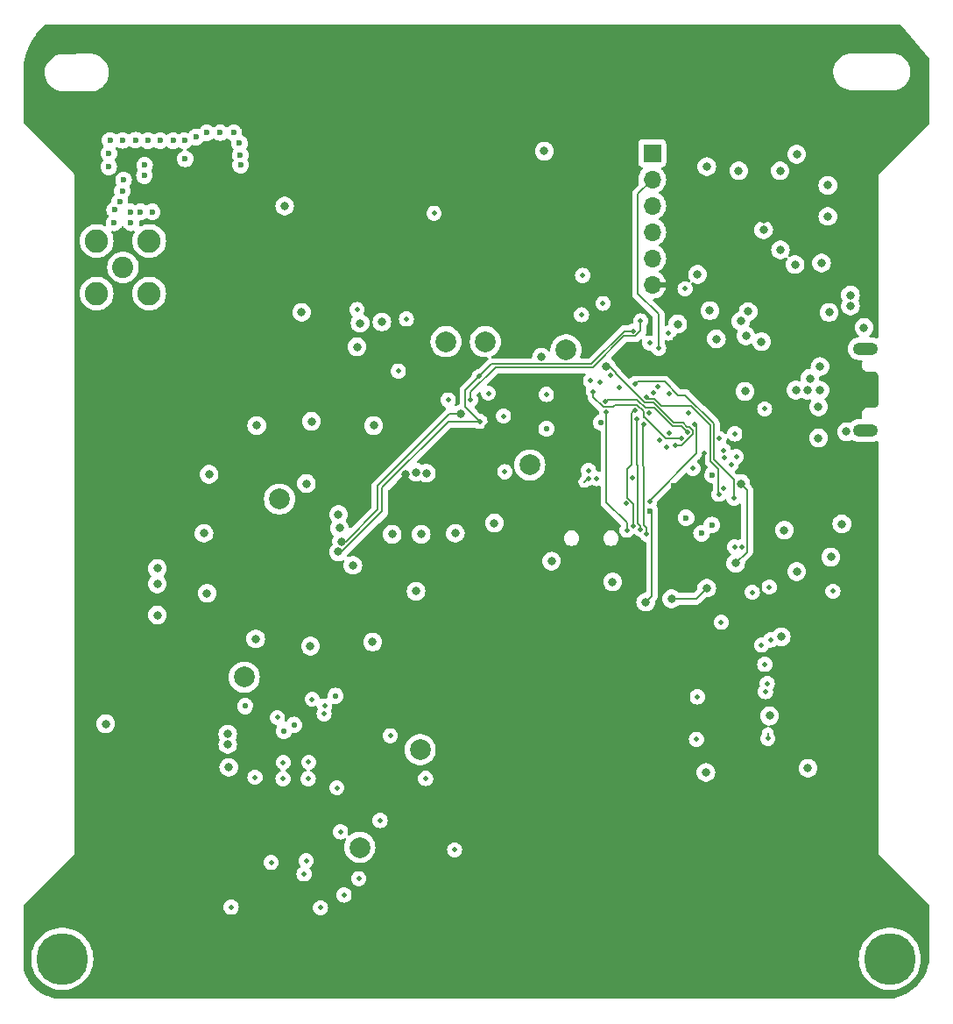
<source format=gbr>
%TF.GenerationSoftware,KiCad,Pcbnew,8.0.2-1*%
%TF.CreationDate,2024-07-17T18:36:44-07:00*%
%TF.ProjectId,FC_V4b,46435f56-3462-42e6-9b69-6361645f7063,rev?*%
%TF.SameCoordinates,Original*%
%TF.FileFunction,Copper,L3,Inr*%
%TF.FilePolarity,Positive*%
%FSLAX46Y46*%
G04 Gerber Fmt 4.6, Leading zero omitted, Abs format (unit mm)*
G04 Created by KiCad (PCBNEW 8.0.2-1) date 2024-07-17 18:36:44*
%MOMM*%
%LPD*%
G01*
G04 APERTURE LIST*
%TA.AperFunction,ComponentPad*%
%ADD10C,2.050000*%
%TD*%
%TA.AperFunction,ComponentPad*%
%ADD11C,2.250000*%
%TD*%
%TA.AperFunction,ComponentPad*%
%ADD12C,2.000000*%
%TD*%
%TA.AperFunction,ComponentPad*%
%ADD13C,5.000000*%
%TD*%
%TA.AperFunction,ComponentPad*%
%ADD14C,0.500000*%
%TD*%
%TA.AperFunction,ComponentPad*%
%ADD15O,2.416000X1.208000*%
%TD*%
%TA.AperFunction,ComponentPad*%
%ADD16R,1.700000X1.700000*%
%TD*%
%TA.AperFunction,ComponentPad*%
%ADD17O,1.700000X1.700000*%
%TD*%
%TA.AperFunction,ViaPad*%
%ADD18C,0.800000*%
%TD*%
%TA.AperFunction,ViaPad*%
%ADD19C,0.600000*%
%TD*%
%TA.AperFunction,ViaPad*%
%ADD20C,0.460000*%
%TD*%
%TA.AperFunction,ViaPad*%
%ADD21C,0.560000*%
%TD*%
%TA.AperFunction,Conductor*%
%ADD22C,0.127000*%
%TD*%
%TA.AperFunction,Conductor*%
%ADD23C,0.200000*%
%TD*%
G04 APERTURE END LIST*
D10*
%TO.N,Net-(J6-In)*%
%TO.C,J6*%
X153170000Y-71210000D03*
D11*
%TO.N,GND*%
X150630000Y-68670000D03*
X150630000Y-73750000D03*
X155710000Y-68670000D03*
X155710000Y-73750000D03*
%TD*%
D12*
%TO.N,Net-(U9-RESET)*%
%TO.C,TP3*%
X164900000Y-110800000D03*
%TD*%
%TO.N,Net-(IC3-EVI)*%
%TO.C,TP6*%
X168300000Y-93600000D03*
%TD*%
D13*
%TO.N,N/C*%
%TO.C,H2*%
X227300000Y-138000000D03*
%TD*%
D12*
%TO.N,+5V*%
%TO.C,TP5*%
X181900000Y-117800000D03*
%TD*%
D13*
%TO.N,N/C*%
%TO.C,H1*%
X147300000Y-138000000D03*
%TD*%
D12*
%TO.N,Net-(U9-STBY)*%
%TO.C,TP4*%
X176067500Y-127240000D03*
%TD*%
%TO.N,FC_RESET*%
%TO.C,TP2*%
X192500000Y-90300000D03*
%TD*%
%TO.N,RF1_IO0*%
%TO.C,TP8*%
X188200000Y-78400000D03*
%TD*%
D14*
%TO.N,GND*%
%TO.C,IC1*%
X205930000Y-83400812D03*
X204020812Y-85310000D03*
X207839188Y-85310000D03*
X205930000Y-87219188D03*
%TD*%
D12*
%TO.N,RF1_IO4*%
%TO.C,TP7*%
X184400000Y-78400000D03*
%TD*%
%TO.N,D3*%
%TO.C,TP1*%
X196000000Y-79200000D03*
%TD*%
D15*
%TO.N,GND*%
%TO.C,J8*%
X224920000Y-86970000D03*
%TO.N,N/C*%
X224920000Y-79070000D03*
%TD*%
D16*
%TO.N,GND*%
%TO.C,J3*%
X204330000Y-60190000D03*
D17*
%TO.N,TX*%
X204330000Y-62730000D03*
%TO.N,RX*%
X204330000Y-65270000D03*
%TO.N,SCL1*%
X204330000Y-67810000D03*
%TO.N,SDA1*%
X204330000Y-70350000D03*
%TO.N,3.3V*%
X204330000Y-72890000D03*
%TD*%
D18*
%TO.N,3.3V*%
X164500000Y-123600000D03*
%TO.N,GND*%
X182000000Y-97000000D03*
D19*
X153230000Y-62770000D03*
X210100000Y-96100000D03*
D20*
X171117500Y-119010000D03*
D18*
X185300000Y-96900000D03*
D20*
X171077500Y-120610000D03*
D18*
X161300000Y-102700000D03*
X213300000Y-83200000D03*
D19*
X159110000Y-58990000D03*
D18*
X216800000Y-106900000D03*
X193900000Y-60000000D03*
D19*
X152860000Y-64860000D03*
D18*
X200500000Y-101600000D03*
D20*
X172267500Y-133070000D03*
D18*
X212700000Y-61900000D03*
D20*
X168667500Y-119030000D03*
D19*
X154870000Y-65870000D03*
X151810000Y-60210000D03*
D18*
X171400000Y-86100000D03*
D21*
X194100000Y-86800000D03*
D18*
X174000000Y-95100000D03*
X181500000Y-102500000D03*
X175800000Y-78900000D03*
D19*
X164430000Y-59240000D03*
D18*
X161500000Y-91200000D03*
D20*
X175957500Y-130250000D03*
X184610000Y-84030000D03*
X179007500Y-116450000D03*
X200300000Y-81610000D03*
D18*
X177400000Y-86500000D03*
D19*
X155270000Y-61360000D03*
D18*
X221430000Y-75570000D03*
X209900000Y-75400000D03*
D19*
X153930000Y-65870000D03*
X155250000Y-62360000D03*
X153120000Y-58960000D03*
X164550000Y-61340000D03*
D20*
X185227500Y-127480000D03*
D19*
X158020000Y-58980000D03*
D20*
X178027500Y-124640000D03*
D18*
X213390000Y-77840000D03*
D19*
X164510000Y-60360000D03*
D18*
X168800000Y-65300000D03*
D20*
X182427500Y-120580000D03*
D19*
X154380000Y-58940000D03*
D18*
X174100000Y-96400000D03*
D20*
X215200000Y-84900000D03*
D18*
X179200000Y-97000000D03*
X222660000Y-96000000D03*
D20*
X189950000Y-85580000D03*
X170877500Y-128520000D03*
D19*
X153120000Y-63830000D03*
D20*
X163627500Y-133010000D03*
D18*
X209520000Y-120000000D03*
X177300000Y-107400000D03*
D19*
X153940000Y-66910000D03*
D18*
X216725000Y-69530636D03*
X156500000Y-100300000D03*
X170900000Y-92100000D03*
X218147182Y-70952818D03*
D20*
X167497500Y-128690000D03*
D19*
X210151545Y-91251545D03*
X155580000Y-58990000D03*
D18*
X193625304Y-79900000D03*
X220400000Y-84690000D03*
D20*
X205900000Y-77570000D03*
D18*
X181500000Y-91005000D03*
X215100000Y-67600000D03*
D21*
X199373000Y-86198548D03*
D20*
X174197500Y-125740000D03*
D18*
X171300000Y-107800000D03*
D19*
X162580000Y-58200000D03*
D20*
X221800000Y-102500000D03*
D18*
X216700000Y-61900000D03*
X166000000Y-107100000D03*
X218300000Y-60300000D03*
X220700000Y-70800000D03*
D19*
X151800000Y-61520000D03*
X151920000Y-58970000D03*
X161280000Y-58230000D03*
D20*
X194100000Y-83500000D03*
D19*
X156770000Y-58980000D03*
D18*
X194600000Y-99600000D03*
X176094166Y-76605834D03*
D20*
X168637500Y-120610000D03*
D19*
X163890000Y-58230000D03*
X209100000Y-96900000D03*
D18*
X217100000Y-96600000D03*
D19*
X155990000Y-65870000D03*
D20*
X202427913Y-91510000D03*
D18*
X206800000Y-76700000D03*
D19*
X159190000Y-60740000D03*
D18*
X189070000Y-95910000D03*
D19*
X160210000Y-58640000D03*
D20*
X188490000Y-83380000D03*
D18*
X166100000Y-86500000D03*
D19*
X152330000Y-66910000D03*
D18*
X220400000Y-87700000D03*
D20*
X212300000Y-87300000D03*
X190080000Y-90960000D03*
D18*
X151500000Y-115300000D03*
X178200000Y-76500000D03*
X161000000Y-96900000D03*
D19*
X152370000Y-65680000D03*
D18*
%TO.N,3.3V*%
X182300000Y-127000000D03*
D20*
X168617500Y-124450000D03*
D18*
X201900000Y-104400000D03*
D20*
X184480000Y-82086500D03*
D18*
X217500000Y-75600000D03*
D19*
X208300000Y-97900000D03*
D18*
X186300000Y-104000000D03*
D21*
X206600000Y-78200000D03*
D18*
X186300000Y-102000000D03*
X201900000Y-101775000D03*
X151600000Y-117400000D03*
X180500000Y-91200000D03*
X199200000Y-104300000D03*
X202280000Y-118210000D03*
D20*
X169407500Y-132570000D03*
X211335156Y-89612344D03*
X210400000Y-110800000D03*
D21*
X165900000Y-113900000D03*
D18*
X184600000Y-120300000D03*
D21*
X190600000Y-89400000D03*
D18*
X209510000Y-117560000D03*
X165800000Y-96400000D03*
D20*
X178517500Y-132960000D03*
X209400000Y-89210328D03*
D18*
X199200000Y-101700000D03*
X222900000Y-100900000D03*
X156500000Y-103300000D03*
X211400000Y-84400000D03*
X181700000Y-79500000D03*
D20*
X188360000Y-86580000D03*
D18*
X170900000Y-95300000D03*
D21*
X202073851Y-76500000D03*
D20*
X202010000Y-98770000D03*
D18*
X213000000Y-81100000D03*
D19*
X206400000Y-92300000D03*
D18*
X215100000Y-66600000D03*
%TO.N,VBUS*%
X220550000Y-80800000D03*
X223100000Y-87100000D03*
X224800000Y-77030000D03*
D20*
%TO.N,VCC_RF1*%
X211000000Y-105500000D03*
D18*
X182500000Y-91100000D03*
D20*
%TO.N,D3*%
X201900000Y-96600000D03*
X199916500Y-85200000D03*
D18*
X208700000Y-71900000D03*
X221300000Y-66300000D03*
D20*
X207500000Y-73300000D03*
%TO.N,ENABLE_BURN {slash} PC*%
X203796738Y-83787000D03*
X210761406Y-93138594D03*
%TO.N,I2C_RESET {slash} VS*%
X202679075Y-82473441D03*
X212226500Y-93500000D03*
%TO.N,ENAB_RF {slash} D2*%
X202500000Y-96200000D03*
X202660000Y-85010000D03*
X208600000Y-116800000D03*
D18*
X219380000Y-119590000D03*
D20*
%TO.N,VBUS_RESET {slash} D4*%
X203200000Y-96500000D03*
X215506396Y-116726396D03*
X202849500Y-85860738D03*
D18*
%TO.N,BURN_RELAY_A {slash} D5*%
X215670000Y-114530688D03*
D20*
X203800000Y-97000000D03*
X208700000Y-112700000D03*
X203550000Y-86350000D03*
%TO.N,D7*%
X215450000Y-111420000D03*
%TO.N,D6*%
X215280000Y-112190000D03*
X214900000Y-107700000D03*
%TO.N,D8*%
X215210000Y-109560000D03*
X215800000Y-107200000D03*
%TO.N,SPI0_CS1*%
X172616007Y-114327687D03*
X208417107Y-86382893D03*
X204087000Y-93800000D03*
D18*
X163400000Y-119500000D03*
D20*
%TO.N,D9*%
X215647500Y-102100000D03*
X214006500Y-102600000D03*
%TO.N,TX*%
X204950000Y-79020000D03*
%TO.N,RX*%
X204070000Y-78550000D03*
%TO.N,SPI0_CS2*%
X210793500Y-87760145D03*
X201790003Y-94040119D03*
X168100000Y-114700000D03*
X172672887Y-113572891D03*
%TO.N,SDA1*%
X203210000Y-76390000D03*
X186770000Y-84000000D03*
D18*
X174300000Y-97700000D03*
X185800000Y-85400000D03*
D20*
%TO.N,SCL1*%
X187678042Y-86101958D03*
D18*
X174000000Y-98700000D03*
D20*
X187600000Y-81760000D03*
X202475000Y-77375000D03*
%TO.N,SDA0*%
X212454906Y-89500000D03*
X204850522Y-82754243D03*
X213000000Y-98200000D03*
%TO.N,SCL0*%
X211961406Y-90238594D03*
X204462067Y-83351099D03*
X212300000Y-98200000D03*
D18*
%TO.N,D0*%
X156500000Y-104800000D03*
D19*
X204098591Y-94722149D03*
D20*
X211200000Y-88900000D03*
D18*
X203700000Y-103552000D03*
%TO.N,FC_RESET*%
X221300000Y-63300000D03*
D20*
X199574500Y-74700000D03*
D18*
X156500000Y-101800000D03*
D20*
X197500000Y-75800000D03*
D18*
X209600000Y-61500000D03*
D20*
%TO.N,SWCLK*%
X205044501Y-87897613D03*
%TO.N,SWDIO*%
X205760000Y-88610000D03*
%TO.N,SPI0_MISO*%
X201127420Y-82797802D03*
X198969818Y-91630182D03*
D21*
X173722995Y-112593495D03*
D20*
X197600000Y-72001499D03*
X171457500Y-112930000D03*
%TO.N,SPI0_CS0*%
X183240000Y-66001499D03*
X180570000Y-76200000D03*
D18*
%TO.N,SPI0_SCK*%
X163300000Y-116300000D03*
D20*
X199292286Y-82307714D03*
X198200000Y-91600000D03*
D21*
X169700000Y-115400000D03*
%TO.N,SPI0_MOSI*%
X168719166Y-116019166D03*
D20*
X198167044Y-90827408D03*
D18*
X163300000Y-117300003D03*
D20*
X198371758Y-82190609D03*
%TO.N,RF1_RST*%
X206570000Y-88420000D03*
D18*
X199900000Y-80800000D03*
D20*
%TO.N,WDT_WDI*%
X208261406Y-90638594D03*
D19*
X207600000Y-95400000D03*
D20*
%TO.N,RF1_IO4*%
X198640000Y-83210000D03*
X175800000Y-75300000D03*
X207168321Y-87727200D03*
D18*
%TO.N,RF1_IO0*%
X170439847Y-75560153D03*
D20*
X207730000Y-87140000D03*
X199794371Y-84205629D03*
X179790000Y-81240000D03*
%TO.N,NEOPIX*%
X211239500Y-92600000D03*
D18*
X221600000Y-99200000D03*
%TO.N,/QSPI_DATA[3]*%
X210527330Y-78127330D03*
X213600000Y-75500000D03*
%TO.N,/QSPI_DATA[0]*%
X212900000Y-76423800D03*
X214900000Y-78400000D03*
%TO.N,RTC_INT*%
X212400000Y-99800000D03*
X212890000Y-92100000D03*
X206200000Y-103225000D03*
X175400000Y-100000000D03*
X209600000Y-102200000D03*
%TO.N,USB_D-*%
X223489169Y-74945000D03*
X218210000Y-83080000D03*
X219580000Y-81940000D03*
%TO.N,USB_D+*%
X219320000Y-83080000D03*
X220550000Y-83090000D03*
X223489169Y-73895000D03*
D20*
%TO.N,CANL*%
X170677500Y-129800000D03*
X174537500Y-131840000D03*
D21*
%TO.N,Net-(U9-RESET)*%
X165000000Y-113600000D03*
D20*
%TO.N,TXCAN*%
X165928750Y-120471250D03*
X173847500Y-121480000D03*
D18*
%TO.N,Net-(JP11-B)*%
X218300000Y-100600000D03*
%TD*%
D22*
%TO.N,3.3V*%
X209400000Y-91000000D02*
X208800000Y-91600000D01*
X209400000Y-89210328D02*
X209400000Y-91000000D01*
%TO.N,D3*%
X199916500Y-85200000D02*
X199916500Y-93916500D01*
X201870000Y-95870000D02*
X201870000Y-96570000D01*
X201870000Y-96570000D02*
X201900000Y-96600000D01*
X199916500Y-93916500D02*
X201870000Y-95870000D01*
%TO.N,ENABLE_BURN {slash} PC*%
X210761406Y-93138594D02*
X210746000Y-93123188D01*
X204548520Y-83900000D02*
X203909738Y-83900000D01*
X203909738Y-83900000D02*
X203796738Y-83787000D01*
X210746000Y-90708448D02*
X209973000Y-89935448D01*
X209973000Y-86473000D02*
X208094000Y-84594000D01*
X209973000Y-89935448D02*
X209973000Y-86473000D01*
X205242520Y-84594000D02*
X204548520Y-83900000D01*
X208094000Y-84594000D02*
X205242520Y-84594000D01*
X210746000Y-93123188D02*
X210746000Y-90708448D01*
%TO.N,I2C_RESET {slash} VS*%
X206830000Y-83570000D02*
X207532448Y-83570000D01*
X212226500Y-91726500D02*
X212226500Y-93500000D01*
X206830000Y-83570000D02*
X205520743Y-82260743D01*
X205520743Y-82260743D02*
X202891773Y-82260743D01*
X202891773Y-82260743D02*
X202679075Y-82473441D01*
X210300000Y-89800000D02*
X212226500Y-91726500D01*
X207532448Y-83570000D02*
X210300000Y-86337552D01*
X210300000Y-86337552D02*
X210300000Y-89800000D01*
%TO.N,ENAB_RF {slash} D2*%
X202356500Y-90276500D02*
X201934413Y-90698587D01*
X201934413Y-90698587D02*
X201934413Y-93486615D01*
X202356500Y-85313500D02*
X202660000Y-85010000D01*
X202356500Y-90276500D02*
X202356500Y-85313500D01*
X202500000Y-94052202D02*
X202500000Y-96200000D01*
X201934413Y-93486615D02*
X202500000Y-94052202D01*
%TO.N,VBUS_RESET {slash} D4*%
X202921413Y-95923498D02*
X203200000Y-96202085D01*
X202850000Y-90307552D02*
X202921413Y-90378965D01*
X203200000Y-96202085D02*
X203200000Y-96500000D01*
X202849500Y-85860738D02*
X202850000Y-85861238D01*
X215506396Y-116198481D02*
X215506396Y-116726396D01*
X202850000Y-85861238D02*
X202850000Y-90307552D01*
X202921413Y-90378965D02*
X202921413Y-95923498D01*
%TO.N,BURN_RELAY_A {slash} D5*%
X203392383Y-86507617D02*
X203550000Y-86350000D01*
X203392383Y-90387487D02*
X203527000Y-90522104D01*
X203527000Y-96127000D02*
X203800000Y-96400000D01*
X203527000Y-90522104D02*
X203527000Y-96127000D01*
X203392383Y-90387487D02*
X203392383Y-86507617D01*
X203800000Y-96400000D02*
X203800000Y-97000000D01*
X215670000Y-114530688D02*
X215649312Y-114510000D01*
%TO.N,SPI0_CS1*%
X208600000Y-86565786D02*
X208600000Y-89209532D01*
X204087000Y-93722532D02*
X204087000Y-93800000D01*
X208417107Y-86382893D02*
X208600000Y-86565786D01*
X208600000Y-89209532D02*
X204087000Y-93722532D01*
%TO.N,TX*%
X202940000Y-64120000D02*
X204330000Y-62730000D01*
X204950000Y-79020000D02*
X204950000Y-75750000D01*
X204950000Y-75750000D02*
X202940000Y-73740000D01*
X202940000Y-73740000D02*
X202940000Y-64120000D01*
D23*
%TO.N,SDA1*%
X177800000Y-92334314D02*
X177800000Y-94600000D01*
X174700000Y-97700000D02*
X174300000Y-97700000D01*
D22*
X189167415Y-80890500D02*
X186770000Y-83287915D01*
D23*
X185800000Y-85400000D02*
X184734314Y-85400000D01*
D22*
X198571948Y-80890500D02*
X189167415Y-80890500D01*
X203210000Y-77337915D02*
X202679415Y-77868500D01*
X186770000Y-83287915D02*
X186770000Y-84000000D01*
X202679415Y-77868500D02*
X201593948Y-77868500D01*
X201593948Y-77868500D02*
X198571948Y-80890500D01*
D23*
X184734314Y-85400000D02*
X177800000Y-92334314D01*
X177800000Y-94600000D02*
X174700000Y-97700000D01*
D22*
X203210000Y-76390000D02*
X203210000Y-77337915D01*
D23*
%TO.N,SCL1*%
X178200000Y-92500000D02*
X184598042Y-86101958D01*
D22*
X202475000Y-77375000D02*
X201625000Y-77375000D01*
D23*
X178200000Y-94789950D02*
X174289950Y-98700000D01*
D22*
X186276500Y-84700416D02*
X186276500Y-83083500D01*
X187678042Y-86101958D02*
X186276500Y-84700416D01*
D23*
X174289950Y-98700000D02*
X174000000Y-98700000D01*
D22*
X198436500Y-80563500D02*
X188796500Y-80563500D01*
D23*
X184598042Y-86101958D02*
X187678042Y-86101958D01*
D22*
X188796500Y-80563500D02*
X187600000Y-81760000D01*
X186276500Y-83083500D02*
X187600000Y-81760000D01*
D23*
X178200000Y-92500000D02*
X178200000Y-94789950D01*
D22*
X201625000Y-77375000D02*
X198436500Y-80563500D01*
%TO.N,D0*%
X204293500Y-94917058D02*
X204293500Y-102958500D01*
X204293500Y-102958500D02*
X203700000Y-103552000D01*
X204098591Y-94722149D02*
X204293500Y-94917058D01*
%TO.N,SPI0_SCK*%
X197756500Y-91935867D02*
X198092367Y-91600000D01*
X198092367Y-91600000D02*
X198200000Y-91600000D01*
%TO.N,RF1_RST*%
X206436072Y-86250000D02*
X204466572Y-84280500D01*
X200793500Y-81405585D02*
X200187915Y-80800000D01*
X208240000Y-87353436D02*
X208240000Y-86952085D01*
X204466572Y-84280500D02*
X203592323Y-84280500D01*
X202180000Y-82868177D02*
X202168177Y-82868177D01*
X200793500Y-81493500D02*
X200793500Y-81405585D01*
X203592323Y-84280500D02*
X202180000Y-82868177D01*
X207302448Y-86250000D02*
X206436072Y-86250000D01*
X200187915Y-80800000D02*
X199900000Y-80800000D01*
X207934415Y-86646500D02*
X207698948Y-86646500D01*
X202168177Y-82868177D02*
X200793500Y-81493500D01*
X207698948Y-86646500D02*
X207302448Y-86250000D01*
X208240000Y-86952085D02*
X207934415Y-86646500D01*
X207173436Y-88420000D02*
X208240000Y-87353436D01*
X206570000Y-88420000D02*
X207173436Y-88420000D01*
%TO.N,RF1_IO4*%
X207123522Y-87771999D02*
X205671999Y-87771999D01*
X207168321Y-87727200D02*
X207123522Y-87771999D01*
X203570000Y-85670000D02*
X203550000Y-85670000D01*
X200600000Y-84610000D02*
X200510871Y-84699129D01*
X202873463Y-84486536D02*
X200723464Y-84486536D01*
X203507312Y-85627312D02*
X203507312Y-85120385D01*
X200723464Y-84486536D02*
X200600000Y-84610000D01*
X203507312Y-85120385D02*
X202873463Y-84486536D01*
X205671999Y-87771999D02*
X203570000Y-85670000D01*
X199589956Y-84699129D02*
X198640000Y-83749173D01*
X203550000Y-85670000D02*
X203507312Y-85627312D01*
X200510871Y-84699129D02*
X199589956Y-84699129D01*
X198640000Y-83749173D02*
X198640000Y-83210000D01*
%TO.N,RF1_IO0*%
X200030000Y-83970000D02*
X199794371Y-84205629D01*
X203645875Y-84796500D02*
X202819375Y-83970000D01*
X202819375Y-83970000D02*
X200030000Y-83970000D01*
X206300624Y-86577000D02*
X204520124Y-84796500D01*
X207730000Y-87140000D02*
X207167000Y-86577000D01*
X204520124Y-84796500D02*
X203645875Y-84796500D01*
X207167000Y-86577000D02*
X206300624Y-86577000D01*
%TO.N,RTC_INT*%
X212890000Y-92100000D02*
X213493500Y-92703500D01*
X208575000Y-103225000D02*
X206200000Y-103225000D01*
X213493500Y-92703500D02*
X213493500Y-98706500D01*
X213493500Y-98706500D02*
X212400000Y-99800000D01*
X209600000Y-102200000D02*
X208575000Y-103225000D01*
%TD*%
%TA.AperFunction,Conductor*%
%TO.N,3.3V*%
G36*
X228288992Y-47778802D02*
G01*
X228355977Y-47798672D01*
X228384059Y-47823599D01*
X231097683Y-51092546D01*
X231114110Y-51112334D01*
X231141784Y-51176490D01*
X231142700Y-51191536D01*
X231142700Y-57245588D01*
X231123015Y-57312627D01*
X231106381Y-57333269D01*
X226200025Y-62239624D01*
X226200024Y-62239625D01*
X226169500Y-62313316D01*
X226169500Y-77956939D01*
X226149815Y-78023978D01*
X226097011Y-78069733D01*
X226027853Y-78079677D01*
X225989206Y-78067424D01*
X225947981Y-78046419D01*
X225782641Y-77992697D01*
X225638529Y-77969872D01*
X225610926Y-77965500D01*
X225426049Y-77965500D01*
X225359010Y-77945815D01*
X225313255Y-77893011D01*
X225303311Y-77823853D01*
X225332336Y-77760297D01*
X225353164Y-77741182D01*
X225395234Y-77710616D01*
X225405871Y-77702888D01*
X225532533Y-77562216D01*
X225627179Y-77398284D01*
X225685674Y-77218256D01*
X225705460Y-77030000D01*
X225685674Y-76841744D01*
X225627179Y-76661716D01*
X225532533Y-76497784D01*
X225405871Y-76357112D01*
X225401796Y-76354151D01*
X225252734Y-76245851D01*
X225252729Y-76245848D01*
X225079807Y-76168857D01*
X225079802Y-76168855D01*
X224934001Y-76137865D01*
X224894646Y-76129500D01*
X224705354Y-76129500D01*
X224672897Y-76136398D01*
X224520197Y-76168855D01*
X224520192Y-76168857D01*
X224347270Y-76245848D01*
X224347265Y-76245851D01*
X224194129Y-76357111D01*
X224067466Y-76497785D01*
X223972821Y-76661715D01*
X223972818Y-76661722D01*
X223918814Y-76827930D01*
X223914326Y-76841744D01*
X223894540Y-77030000D01*
X223914326Y-77218256D01*
X223914327Y-77218259D01*
X223972818Y-77398277D01*
X223972821Y-77398284D01*
X224067467Y-77562216D01*
X224194129Y-77702888D01*
X224254956Y-77747081D01*
X224297621Y-77802411D01*
X224303600Y-77872024D01*
X224270994Y-77933819D01*
X224210155Y-77968177D01*
X224201468Y-77969872D01*
X224057360Y-77992697D01*
X224057357Y-77992697D01*
X223892021Y-78046418D01*
X223737115Y-78125347D01*
X223700185Y-78152179D01*
X223596467Y-78227535D01*
X223596465Y-78227537D01*
X223596464Y-78227537D01*
X223473537Y-78350464D01*
X223473537Y-78350465D01*
X223473535Y-78350467D01*
X223447410Y-78386425D01*
X223371347Y-78491115D01*
X223292418Y-78646021D01*
X223238697Y-78811357D01*
X223238697Y-78811360D01*
X223219555Y-78932216D01*
X223211500Y-78983074D01*
X223211500Y-79156926D01*
X223218322Y-79200000D01*
X223238697Y-79328639D01*
X223238697Y-79328642D01*
X223292418Y-79493978D01*
X223311646Y-79531715D01*
X223371347Y-79648884D01*
X223473535Y-79789533D01*
X223596467Y-79912465D01*
X223737116Y-80014653D01*
X223739976Y-80016110D01*
X223892021Y-80093581D01*
X224057358Y-80147302D01*
X224057359Y-80147302D01*
X224057362Y-80147303D01*
X224229074Y-80174500D01*
X224527235Y-80174500D01*
X224594274Y-80194185D01*
X224640029Y-80246989D01*
X224649973Y-80316147D01*
X224638955Y-80352302D01*
X224602120Y-80428790D01*
X224569500Y-80571702D01*
X224569500Y-80718297D01*
X224583963Y-80781659D01*
X224598890Y-80847061D01*
X224602120Y-80861209D01*
X224665720Y-80993276D01*
X224665722Y-80993279D01*
X224702583Y-81039500D01*
X224757117Y-81107883D01*
X224832848Y-81168277D01*
X224857440Y-81187889D01*
X224871723Y-81199279D01*
X225003794Y-81262881D01*
X225146706Y-81295500D01*
X225180118Y-81295500D01*
X225835989Y-81295500D01*
X225865067Y-81298958D01*
X225921388Y-81312544D01*
X225951611Y-81324185D01*
X225966359Y-81332216D01*
X226007277Y-81354498D01*
X226033453Y-81373569D01*
X226055373Y-81394428D01*
X226079368Y-81417263D01*
X226099714Y-81442466D01*
X226132744Y-81496557D01*
X226145869Y-81526167D01*
X226163764Y-81586964D01*
X226168773Y-81618964D01*
X226169847Y-81663157D01*
X226169307Y-81669568D01*
X226169433Y-81702816D01*
X226168729Y-81716486D01*
X226166393Y-81738302D01*
X226167487Y-81750469D01*
X226167288Y-81750486D01*
X226169676Y-81766856D01*
X226174442Y-83019625D01*
X226174443Y-83020097D01*
X226174443Y-84272751D01*
X226172107Y-84288978D01*
X226172428Y-84289007D01*
X226171335Y-84301175D01*
X226173737Y-84323591D01*
X226174443Y-84336802D01*
X226174443Y-84371554D01*
X226174329Y-84371554D01*
X226174726Y-84376167D01*
X226173651Y-84420512D01*
X226168644Y-84452512D01*
X226166929Y-84458341D01*
X226151621Y-84510362D01*
X226150755Y-84513304D01*
X226137630Y-84542917D01*
X226104608Y-84597001D01*
X226084263Y-84622204D01*
X226038358Y-84665894D01*
X226012181Y-84684969D01*
X225956531Y-84715279D01*
X225926309Y-84726923D01*
X225891511Y-84735320D01*
X225867805Y-84741040D01*
X225838720Y-84744500D01*
X225146702Y-84744500D01*
X225003790Y-84777120D01*
X224871723Y-84840720D01*
X224871720Y-84840722D01*
X224757117Y-84932117D01*
X224665722Y-85046720D01*
X224665720Y-85046723D01*
X224602120Y-85178790D01*
X224569500Y-85321702D01*
X224569500Y-85468297D01*
X224585067Y-85536499D01*
X224598890Y-85597061D01*
X224602120Y-85611209D01*
X224638955Y-85687698D01*
X224650307Y-85756640D01*
X224622585Y-85820774D01*
X224564590Y-85859740D01*
X224527235Y-85865500D01*
X224229074Y-85865500D01*
X224171836Y-85874565D01*
X224057360Y-85892697D01*
X224057357Y-85892697D01*
X223892021Y-85946418D01*
X223737115Y-86025347D01*
X223719231Y-86038341D01*
X223596467Y-86127535D01*
X223596465Y-86127537D01*
X223596463Y-86127538D01*
X223512953Y-86211047D01*
X223451630Y-86244532D01*
X223386317Y-86239859D01*
X223385990Y-86240866D01*
X223379802Y-86238855D01*
X223234001Y-86207865D01*
X223194646Y-86199500D01*
X223005354Y-86199500D01*
X222972897Y-86206398D01*
X222820197Y-86238855D01*
X222820192Y-86238857D01*
X222647270Y-86315848D01*
X222647265Y-86315851D01*
X222494129Y-86427111D01*
X222367466Y-86567785D01*
X222272821Y-86731715D01*
X222272818Y-86731722D01*
X222216126Y-86906203D01*
X222214326Y-86911744D01*
X222194540Y-87100000D01*
X222214326Y-87288256D01*
X222214327Y-87288259D01*
X222272818Y-87468277D01*
X222272821Y-87468284D01*
X222367467Y-87632216D01*
X222456918Y-87731561D01*
X222494129Y-87772888D01*
X222647265Y-87884148D01*
X222647270Y-87884151D01*
X222820192Y-87961142D01*
X222820197Y-87961144D01*
X223005354Y-88000500D01*
X223005355Y-88000500D01*
X223194644Y-88000500D01*
X223194646Y-88000500D01*
X223379803Y-87961144D01*
X223552730Y-87884151D01*
X223552738Y-87884144D01*
X223558357Y-87880902D01*
X223559251Y-87882450D01*
X223616829Y-87861895D01*
X223684886Y-87877707D01*
X223696812Y-87885370D01*
X223737116Y-87914653D01*
X223877054Y-87985955D01*
X223892021Y-87993581D01*
X224057358Y-88047302D01*
X224057359Y-88047302D01*
X224057362Y-88047303D01*
X224229074Y-88074500D01*
X224229075Y-88074500D01*
X225610925Y-88074500D01*
X225610926Y-88074500D01*
X225782638Y-88047303D01*
X225782641Y-88047302D01*
X225782642Y-88047302D01*
X225926683Y-88000500D01*
X225947981Y-87993580D01*
X225989204Y-87972576D01*
X226057873Y-87959679D01*
X226122614Y-87985955D01*
X226162871Y-88043061D01*
X226169500Y-88083060D01*
X226169500Y-127776683D01*
X226200024Y-127850374D01*
X231106381Y-132756731D01*
X231139866Y-132818054D01*
X231142700Y-132844412D01*
X231142700Y-138046741D01*
X231140771Y-138068529D01*
X231077299Y-138424135D01*
X231074945Y-138434656D01*
X230976741Y-138798544D01*
X230973482Y-138808820D01*
X230844045Y-139162797D01*
X230839906Y-139172751D01*
X230680211Y-139514151D01*
X230675223Y-139523708D01*
X230486480Y-139849943D01*
X230480681Y-139859031D01*
X230264316Y-140167639D01*
X230257750Y-140176189D01*
X230015386Y-140464852D01*
X230008101Y-140472799D01*
X229741599Y-140739301D01*
X229733652Y-140746586D01*
X229444989Y-140988950D01*
X229436439Y-140995516D01*
X229127831Y-141211881D01*
X229118743Y-141217680D01*
X228792508Y-141406423D01*
X228782951Y-141411411D01*
X228441551Y-141571106D01*
X228431597Y-141575245D01*
X228077620Y-141704682D01*
X228067344Y-141707941D01*
X227703456Y-141806145D01*
X227692935Y-141808499D01*
X227337329Y-141871971D01*
X227315541Y-141873900D01*
X147394490Y-141873900D01*
X147387098Y-141873227D01*
X147343153Y-141873878D01*
X147337326Y-141873828D01*
X146980930Y-141862350D01*
X146969309Y-141861427D01*
X146618481Y-141816901D01*
X146606997Y-141814891D01*
X146261902Y-141737616D01*
X146250659Y-141734537D01*
X146158830Y-141704682D01*
X145914340Y-141625194D01*
X145903440Y-141621074D01*
X145741158Y-141550852D01*
X145578882Y-141480632D01*
X145568413Y-141475505D01*
X145258472Y-141305202D01*
X145248530Y-141299114D01*
X144955953Y-141100457D01*
X144946628Y-141093463D01*
X144687445Y-140879319D01*
X144674002Y-140868212D01*
X144665375Y-140860374D01*
X144415102Y-140610509D01*
X144407249Y-140601894D01*
X144181553Y-140329638D01*
X144174543Y-140320323D01*
X143975410Y-140028071D01*
X143969306Y-140018139D01*
X143798503Y-139708488D01*
X143793358Y-139698027D01*
X143713435Y-139514151D01*
X143652378Y-139373678D01*
X143648247Y-139362800D01*
X143552391Y-139069595D01*
X143549839Y-139061789D01*
X143543700Y-139023257D01*
X143543700Y-137999996D01*
X144294415Y-137999996D01*
X144294415Y-138000003D01*
X144314738Y-138348927D01*
X144314739Y-138348938D01*
X144375428Y-138693127D01*
X144375430Y-138693134D01*
X144475674Y-139027972D01*
X144614107Y-139348895D01*
X144614113Y-139348908D01*
X144788870Y-139651597D01*
X144997584Y-139931949D01*
X144997589Y-139931955D01*
X145078900Y-140018139D01*
X145237442Y-140186183D01*
X145397304Y-140320323D01*
X145505186Y-140410847D01*
X145505194Y-140410853D01*
X145797203Y-140602911D01*
X145797207Y-140602913D01*
X146109549Y-140759777D01*
X146437989Y-140879319D01*
X146778086Y-140959923D01*
X147125241Y-141000500D01*
X147125248Y-141000500D01*
X147474752Y-141000500D01*
X147474759Y-141000500D01*
X147821914Y-140959923D01*
X148162011Y-140879319D01*
X148490451Y-140759777D01*
X148802793Y-140602913D01*
X149094811Y-140410849D01*
X149362558Y-140186183D01*
X149602412Y-139931953D01*
X149811130Y-139651596D01*
X149985889Y-139348904D01*
X150124326Y-139027971D01*
X150224569Y-138693136D01*
X150285262Y-138348927D01*
X150305585Y-138000000D01*
X150305585Y-137999996D01*
X224294415Y-137999996D01*
X224294415Y-138000003D01*
X224314738Y-138348927D01*
X224314739Y-138348938D01*
X224375428Y-138693127D01*
X224375430Y-138693134D01*
X224475674Y-139027972D01*
X224614107Y-139348895D01*
X224614113Y-139348908D01*
X224788870Y-139651597D01*
X224997584Y-139931949D01*
X224997589Y-139931955D01*
X225078900Y-140018139D01*
X225237442Y-140186183D01*
X225397304Y-140320323D01*
X225505186Y-140410847D01*
X225505194Y-140410853D01*
X225797203Y-140602911D01*
X225797207Y-140602913D01*
X226109549Y-140759777D01*
X226437989Y-140879319D01*
X226778086Y-140959923D01*
X227125241Y-141000500D01*
X227125248Y-141000500D01*
X227474752Y-141000500D01*
X227474759Y-141000500D01*
X227821914Y-140959923D01*
X228162011Y-140879319D01*
X228490451Y-140759777D01*
X228802793Y-140602913D01*
X229094811Y-140410849D01*
X229362558Y-140186183D01*
X229602412Y-139931953D01*
X229811130Y-139651596D01*
X229985889Y-139348904D01*
X230124326Y-139027971D01*
X230224569Y-138693136D01*
X230285262Y-138348927D01*
X230305585Y-138000000D01*
X230285262Y-137651073D01*
X230285260Y-137651061D01*
X230224571Y-137306872D01*
X230224569Y-137306865D01*
X230124325Y-136972027D01*
X229985892Y-136651104D01*
X229985889Y-136651096D01*
X229811130Y-136348404D01*
X229811129Y-136348402D01*
X229602415Y-136068050D01*
X229602410Y-136068044D01*
X229486433Y-135945117D01*
X229362558Y-135813817D01*
X229214488Y-135689572D01*
X229094813Y-135589152D01*
X229094805Y-135589146D01*
X228802796Y-135397088D01*
X228490458Y-135240226D01*
X228490452Y-135240223D01*
X228162012Y-135120681D01*
X228162009Y-135120680D01*
X227821915Y-135040077D01*
X227778519Y-135035004D01*
X227474759Y-134999500D01*
X227125241Y-134999500D01*
X226821480Y-135035004D01*
X226778085Y-135040077D01*
X226778083Y-135040077D01*
X226437990Y-135120680D01*
X226437987Y-135120681D01*
X226109547Y-135240223D01*
X226109541Y-135240226D01*
X225797203Y-135397088D01*
X225505194Y-135589146D01*
X225505186Y-135589152D01*
X225237442Y-135813817D01*
X225237440Y-135813819D01*
X224997589Y-136068044D01*
X224997584Y-136068050D01*
X224788870Y-136348402D01*
X224614113Y-136651091D01*
X224614107Y-136651104D01*
X224475674Y-136972027D01*
X224375430Y-137306865D01*
X224375428Y-137306872D01*
X224314739Y-137651061D01*
X224314738Y-137651072D01*
X224294415Y-137999996D01*
X150305585Y-137999996D01*
X150285262Y-137651073D01*
X150285260Y-137651061D01*
X150224571Y-137306872D01*
X150224569Y-137306865D01*
X150124325Y-136972027D01*
X149985892Y-136651104D01*
X149985889Y-136651096D01*
X149811130Y-136348404D01*
X149811129Y-136348402D01*
X149602415Y-136068050D01*
X149602410Y-136068044D01*
X149486433Y-135945117D01*
X149362558Y-135813817D01*
X149214488Y-135689572D01*
X149094813Y-135589152D01*
X149094805Y-135589146D01*
X148802796Y-135397088D01*
X148490458Y-135240226D01*
X148490452Y-135240223D01*
X148162012Y-135120681D01*
X148162009Y-135120680D01*
X147821915Y-135040077D01*
X147778519Y-135035004D01*
X147474759Y-134999500D01*
X147125241Y-134999500D01*
X146821480Y-135035004D01*
X146778085Y-135040077D01*
X146778083Y-135040077D01*
X146437990Y-135120680D01*
X146437987Y-135120681D01*
X146109547Y-135240223D01*
X146109541Y-135240226D01*
X145797203Y-135397088D01*
X145505194Y-135589146D01*
X145505186Y-135589152D01*
X145237442Y-135813817D01*
X145237440Y-135813819D01*
X144997589Y-136068044D01*
X144997584Y-136068050D01*
X144788870Y-136348402D01*
X144614113Y-136651091D01*
X144614107Y-136651104D01*
X144475674Y-136972027D01*
X144375430Y-137306865D01*
X144375428Y-137306872D01*
X144314739Y-137651061D01*
X144314738Y-137651072D01*
X144294415Y-137999996D01*
X143543700Y-137999996D01*
X143543700Y-133009996D01*
X162892378Y-133009996D01*
X162892378Y-133010003D01*
X162910807Y-133173574D01*
X162965176Y-133328953D01*
X162965177Y-133328955D01*
X162965178Y-133328957D01*
X163052758Y-133468341D01*
X163169159Y-133584742D01*
X163308543Y-133672322D01*
X163463920Y-133726691D01*
X163463923Y-133726691D01*
X163463925Y-133726692D01*
X163627496Y-133745122D01*
X163627500Y-133745122D01*
X163627504Y-133745122D01*
X163791074Y-133726692D01*
X163791075Y-133726691D01*
X163791080Y-133726691D01*
X163946457Y-133672322D01*
X164085841Y-133584742D01*
X164202242Y-133468341D01*
X164289822Y-133328957D01*
X164344191Y-133173580D01*
X164344192Y-133173574D01*
X164355862Y-133069996D01*
X171532378Y-133069996D01*
X171532378Y-133070003D01*
X171550807Y-133233574D01*
X171605176Y-133388953D01*
X171605177Y-133388955D01*
X171605178Y-133388957D01*
X171692758Y-133528341D01*
X171809159Y-133644742D01*
X171948543Y-133732322D01*
X172103920Y-133786691D01*
X172103923Y-133786691D01*
X172103925Y-133786692D01*
X172267496Y-133805122D01*
X172267500Y-133805122D01*
X172267504Y-133805122D01*
X172431074Y-133786692D01*
X172431075Y-133786691D01*
X172431080Y-133786691D01*
X172586457Y-133732322D01*
X172725841Y-133644742D01*
X172842242Y-133528341D01*
X172929822Y-133388957D01*
X172984191Y-133233580D01*
X172984192Y-133233574D01*
X173002622Y-133070003D01*
X173002622Y-133069996D01*
X172984192Y-132906425D01*
X172984191Y-132906423D01*
X172984191Y-132906420D01*
X172929822Y-132751043D01*
X172842242Y-132611659D01*
X172725841Y-132495258D01*
X172586457Y-132407678D01*
X172586456Y-132407677D01*
X172586455Y-132407677D01*
X172586453Y-132407676D01*
X172431074Y-132353307D01*
X172267504Y-132334878D01*
X172267496Y-132334878D01*
X172103925Y-132353307D01*
X171948546Y-132407676D01*
X171948544Y-132407677D01*
X171809158Y-132495258D01*
X171692758Y-132611658D01*
X171605177Y-132751044D01*
X171605176Y-132751046D01*
X171550807Y-132906425D01*
X171532378Y-133069996D01*
X164355862Y-133069996D01*
X164362622Y-133010003D01*
X164362622Y-133009996D01*
X164344192Y-132846425D01*
X164344191Y-132846423D01*
X164344191Y-132846420D01*
X164289822Y-132691043D01*
X164202242Y-132551659D01*
X164085841Y-132435258D01*
X163946457Y-132347678D01*
X163946456Y-132347677D01*
X163946455Y-132347677D01*
X163946453Y-132347676D01*
X163813165Y-132301037D01*
X163791080Y-132293309D01*
X163791079Y-132293308D01*
X163791074Y-132293307D01*
X163627504Y-132274878D01*
X163627496Y-132274878D01*
X163463925Y-132293307D01*
X163308546Y-132347676D01*
X163308544Y-132347677D01*
X163169158Y-132435258D01*
X163052758Y-132551658D01*
X162965177Y-132691044D01*
X162965176Y-132691046D01*
X162910807Y-132846425D01*
X162892378Y-133009996D01*
X143543700Y-133009996D01*
X143543700Y-132844412D01*
X143563385Y-132777373D01*
X143580019Y-132756731D01*
X144496754Y-131839996D01*
X173802378Y-131839996D01*
X173802378Y-131840003D01*
X173820807Y-132003574D01*
X173875176Y-132158953D01*
X173875177Y-132158955D01*
X173875178Y-132158957D01*
X173962758Y-132298341D01*
X174079159Y-132414742D01*
X174218543Y-132502322D01*
X174373920Y-132556691D01*
X174373923Y-132556691D01*
X174373925Y-132556692D01*
X174537496Y-132575122D01*
X174537500Y-132575122D01*
X174537504Y-132575122D01*
X174701074Y-132556692D01*
X174701075Y-132556691D01*
X174701080Y-132556691D01*
X174856457Y-132502322D01*
X174995841Y-132414742D01*
X175112242Y-132298341D01*
X175199822Y-132158957D01*
X175254191Y-132003580D01*
X175272622Y-131840000D01*
X175254191Y-131676420D01*
X175199822Y-131521043D01*
X175112242Y-131381659D01*
X174995841Y-131265258D01*
X174856457Y-131177678D01*
X174856456Y-131177677D01*
X174856455Y-131177677D01*
X174856453Y-131177676D01*
X174701074Y-131123307D01*
X174537504Y-131104878D01*
X174537496Y-131104878D01*
X174373925Y-131123307D01*
X174218546Y-131177676D01*
X174218544Y-131177677D01*
X174079158Y-131265258D01*
X173962758Y-131381658D01*
X173875177Y-131521044D01*
X173875176Y-131521046D01*
X173820807Y-131676425D01*
X173802378Y-131839996D01*
X144496754Y-131839996D01*
X145962009Y-130374741D01*
X146536754Y-129799996D01*
X169942378Y-129799996D01*
X169942378Y-129800003D01*
X169960807Y-129963574D01*
X170015176Y-130118953D01*
X170015177Y-130118955D01*
X170015178Y-130118957D01*
X170102758Y-130258341D01*
X170219159Y-130374742D01*
X170358543Y-130462322D01*
X170513920Y-130516691D01*
X170513923Y-130516691D01*
X170513925Y-130516692D01*
X170677496Y-130535122D01*
X170677500Y-130535122D01*
X170677504Y-130535122D01*
X170841074Y-130516692D01*
X170841075Y-130516691D01*
X170841080Y-130516691D01*
X170996457Y-130462322D01*
X171135841Y-130374742D01*
X171252242Y-130258341D01*
X171257485Y-130249996D01*
X175222378Y-130249996D01*
X175222378Y-130250003D01*
X175240807Y-130413574D01*
X175295176Y-130568953D01*
X175295177Y-130568955D01*
X175295178Y-130568957D01*
X175382758Y-130708341D01*
X175499159Y-130824742D01*
X175638543Y-130912322D01*
X175793920Y-130966691D01*
X175793923Y-130966691D01*
X175793925Y-130966692D01*
X175957496Y-130985122D01*
X175957500Y-130985122D01*
X175957504Y-130985122D01*
X176121074Y-130966692D01*
X176121075Y-130966691D01*
X176121080Y-130966691D01*
X176276457Y-130912322D01*
X176415841Y-130824742D01*
X176532242Y-130708341D01*
X176619822Y-130568957D01*
X176674191Y-130413580D01*
X176678567Y-130374741D01*
X176692622Y-130250003D01*
X176692622Y-130249996D01*
X176674192Y-130086425D01*
X176674191Y-130086423D01*
X176674191Y-130086420D01*
X176619822Y-129931043D01*
X176532242Y-129791659D01*
X176415841Y-129675258D01*
X176276457Y-129587678D01*
X176276456Y-129587677D01*
X176276455Y-129587677D01*
X176276453Y-129587676D01*
X176121074Y-129533307D01*
X175957504Y-129514878D01*
X175957496Y-129514878D01*
X175793925Y-129533307D01*
X175638546Y-129587676D01*
X175638544Y-129587677D01*
X175499158Y-129675258D01*
X175382758Y-129791658D01*
X175295177Y-129931044D01*
X175295176Y-129931046D01*
X175240807Y-130086425D01*
X175222378Y-130249996D01*
X171257485Y-130249996D01*
X171339822Y-130118957D01*
X171394191Y-129963580D01*
X171412622Y-129800000D01*
X171411682Y-129791659D01*
X171394192Y-129636425D01*
X171394191Y-129636423D01*
X171394191Y-129636420D01*
X171339822Y-129481043D01*
X171252242Y-129341659D01*
X171242812Y-129332229D01*
X171209327Y-129270906D01*
X171214311Y-129201214D01*
X171256183Y-129145281D01*
X171264522Y-129139554D01*
X171297576Y-129118785D01*
X171335841Y-129094742D01*
X171452242Y-128978341D01*
X171539822Y-128838957D01*
X171594191Y-128683580D01*
X171612622Y-128520000D01*
X171610422Y-128500475D01*
X171594192Y-128356425D01*
X171594191Y-128356423D01*
X171594191Y-128356420D01*
X171539822Y-128201043D01*
X171452242Y-128061659D01*
X171335841Y-127945258D01*
X171196457Y-127857678D01*
X171196456Y-127857677D01*
X171196455Y-127857677D01*
X171196453Y-127857676D01*
X171041074Y-127803307D01*
X170877504Y-127784878D01*
X170877496Y-127784878D01*
X170713925Y-127803307D01*
X170558546Y-127857676D01*
X170558544Y-127857677D01*
X170419158Y-127945258D01*
X170302758Y-128061658D01*
X170215177Y-128201044D01*
X170215176Y-128201046D01*
X170160807Y-128356425D01*
X170142378Y-128519996D01*
X170142378Y-128520003D01*
X170160807Y-128683574D01*
X170160808Y-128683579D01*
X170160809Y-128683580D01*
X170163057Y-128690003D01*
X170215176Y-128838953D01*
X170215177Y-128838955D01*
X170215178Y-128838957D01*
X170224366Y-128853580D01*
X170302758Y-128978341D01*
X170312187Y-128987770D01*
X170345672Y-129049093D01*
X170340688Y-129118785D01*
X170298816Y-129174718D01*
X170290479Y-129180444D01*
X170219160Y-129225256D01*
X170102758Y-129341658D01*
X170015177Y-129481044D01*
X170015176Y-129481046D01*
X169960807Y-129636425D01*
X169942378Y-129799996D01*
X146536754Y-129799996D01*
X147646754Y-128689996D01*
X166762378Y-128689996D01*
X166762378Y-128690003D01*
X166780807Y-128853574D01*
X166835176Y-129008953D01*
X166835177Y-129008955D01*
X166835178Y-129008957D01*
X166922758Y-129148341D01*
X167039159Y-129264742D01*
X167178543Y-129352322D01*
X167333920Y-129406691D01*
X167333923Y-129406691D01*
X167333925Y-129406692D01*
X167497496Y-129425122D01*
X167497500Y-129425122D01*
X167497504Y-129425122D01*
X167661074Y-129406692D01*
X167661075Y-129406691D01*
X167661080Y-129406691D01*
X167816457Y-129352322D01*
X167955841Y-129264742D01*
X168072242Y-129148341D01*
X168159822Y-129008957D01*
X168214191Y-128853580D01*
X168232622Y-128690000D01*
X168224603Y-128618830D01*
X168214192Y-128526425D01*
X168214191Y-128526423D01*
X168214191Y-128526420D01*
X168159822Y-128371043D01*
X168072242Y-128231659D01*
X167955841Y-128115258D01*
X167816457Y-128027678D01*
X167816456Y-128027677D01*
X167816455Y-128027677D01*
X167816453Y-128027676D01*
X167661074Y-127973307D01*
X167497504Y-127954878D01*
X167497496Y-127954878D01*
X167333925Y-127973307D01*
X167178546Y-128027676D01*
X167178544Y-128027677D01*
X167039158Y-128115258D01*
X166922758Y-128231658D01*
X166835177Y-128371044D01*
X166835176Y-128371046D01*
X166780807Y-128526425D01*
X166762378Y-128689996D01*
X147646754Y-128689996D01*
X148489976Y-127846774D01*
X148520500Y-127773082D01*
X148520500Y-127693318D01*
X148520500Y-125739996D01*
X173462378Y-125739996D01*
X173462378Y-125740003D01*
X173480807Y-125903574D01*
X173535176Y-126058953D01*
X173535177Y-126058955D01*
X173535178Y-126058957D01*
X173622758Y-126198341D01*
X173739159Y-126314742D01*
X173878543Y-126402322D01*
X174033920Y-126456691D01*
X174033923Y-126456691D01*
X174033925Y-126456692D01*
X174197496Y-126475122D01*
X174197500Y-126475122D01*
X174197504Y-126475122D01*
X174361074Y-126456692D01*
X174361075Y-126456691D01*
X174361080Y-126456691D01*
X174516457Y-126402322D01*
X174561387Y-126374090D01*
X174628619Y-126355091D01*
X174695454Y-126375458D01*
X174740669Y-126428725D01*
X174749908Y-126497981D01*
X174740912Y-126528895D01*
X174643437Y-126751118D01*
X174582392Y-126992175D01*
X174582390Y-126992187D01*
X174561857Y-127239994D01*
X174561857Y-127240005D01*
X174582390Y-127487812D01*
X174582392Y-127487824D01*
X174643436Y-127728881D01*
X174743326Y-127956606D01*
X174879333Y-128164782D01*
X174879336Y-128164785D01*
X175047756Y-128347738D01*
X175243991Y-128500474D01*
X175462690Y-128618828D01*
X175697886Y-128699571D01*
X175943165Y-128740500D01*
X176191835Y-128740500D01*
X176437114Y-128699571D01*
X176672310Y-128618828D01*
X176891009Y-128500474D01*
X177087244Y-128347738D01*
X177255664Y-128164785D01*
X177391673Y-127956607D01*
X177491563Y-127728881D01*
X177552608Y-127487821D01*
X177553256Y-127480000D01*
X177553256Y-127479996D01*
X184492378Y-127479996D01*
X184492378Y-127480003D01*
X184510807Y-127643574D01*
X184565176Y-127798953D01*
X184565177Y-127798955D01*
X184565178Y-127798957D01*
X184652758Y-127938341D01*
X184769159Y-128054742D01*
X184908543Y-128142322D01*
X185063920Y-128196691D01*
X185063923Y-128196691D01*
X185063925Y-128196692D01*
X185227496Y-128215122D01*
X185227500Y-128215122D01*
X185227504Y-128215122D01*
X185391074Y-128196692D01*
X185391075Y-128196691D01*
X185391080Y-128196691D01*
X185546457Y-128142322D01*
X185685841Y-128054742D01*
X185802242Y-127938341D01*
X185889822Y-127798957D01*
X185944191Y-127643580D01*
X185944192Y-127643574D01*
X185962622Y-127480003D01*
X185962622Y-127479996D01*
X185944192Y-127316425D01*
X185944191Y-127316423D01*
X185944191Y-127316420D01*
X185889822Y-127161043D01*
X185802242Y-127021659D01*
X185685841Y-126905258D01*
X185546457Y-126817678D01*
X185546456Y-126817677D01*
X185546455Y-126817677D01*
X185546453Y-126817676D01*
X185391074Y-126763307D01*
X185227504Y-126744878D01*
X185227496Y-126744878D01*
X185063925Y-126763307D01*
X184908546Y-126817676D01*
X184908544Y-126817677D01*
X184769158Y-126905258D01*
X184652758Y-127021658D01*
X184565177Y-127161044D01*
X184565176Y-127161046D01*
X184510807Y-127316425D01*
X184492378Y-127479996D01*
X177553256Y-127479996D01*
X177573143Y-127240005D01*
X177573143Y-127239994D01*
X177552609Y-126992187D01*
X177552607Y-126992175D01*
X177491563Y-126751118D01*
X177391673Y-126523393D01*
X177255666Y-126315217D01*
X177234057Y-126291744D01*
X177087244Y-126132262D01*
X176891009Y-125979526D01*
X176891007Y-125979525D01*
X176891006Y-125979524D01*
X176672311Y-125861172D01*
X176672302Y-125861169D01*
X176437116Y-125780429D01*
X176191835Y-125739500D01*
X175943165Y-125739500D01*
X175697883Y-125780429D01*
X175462697Y-125861169D01*
X175462688Y-125861172D01*
X175273976Y-125963299D01*
X175243991Y-125979526D01*
X175220599Y-125997733D01*
X175086497Y-126102108D01*
X175021503Y-126127750D01*
X174952963Y-126114183D01*
X174902638Y-126065715D01*
X174886507Y-125997733D01*
X174893294Y-125963299D01*
X174914192Y-125903576D01*
X174932622Y-125740003D01*
X174932622Y-125739996D01*
X174914192Y-125576425D01*
X174914191Y-125576423D01*
X174914191Y-125576420D01*
X174859822Y-125421043D01*
X174772242Y-125281659D01*
X174655841Y-125165258D01*
X174516457Y-125077678D01*
X174516456Y-125077677D01*
X174516455Y-125077677D01*
X174516453Y-125077676D01*
X174361074Y-125023307D01*
X174197504Y-125004878D01*
X174197496Y-125004878D01*
X174033925Y-125023307D01*
X173878546Y-125077676D01*
X173878544Y-125077677D01*
X173739158Y-125165258D01*
X173622758Y-125281658D01*
X173535177Y-125421044D01*
X173535176Y-125421046D01*
X173480807Y-125576425D01*
X173462378Y-125739996D01*
X148520500Y-125739996D01*
X148520500Y-124639996D01*
X177292378Y-124639996D01*
X177292378Y-124640003D01*
X177310807Y-124803574D01*
X177365176Y-124958953D01*
X177365177Y-124958955D01*
X177365178Y-124958957D01*
X177452758Y-125098341D01*
X177569159Y-125214742D01*
X177708543Y-125302322D01*
X177863920Y-125356691D01*
X177863923Y-125356691D01*
X177863925Y-125356692D01*
X178027496Y-125375122D01*
X178027500Y-125375122D01*
X178027504Y-125375122D01*
X178191074Y-125356692D01*
X178191075Y-125356691D01*
X178191080Y-125356691D01*
X178346457Y-125302322D01*
X178485841Y-125214742D01*
X178602242Y-125098341D01*
X178689822Y-124958957D01*
X178744191Y-124803580D01*
X178762622Y-124640000D01*
X178744191Y-124476420D01*
X178689822Y-124321043D01*
X178602242Y-124181659D01*
X178485841Y-124065258D01*
X178346457Y-123977678D01*
X178346456Y-123977677D01*
X178346455Y-123977677D01*
X178346453Y-123977676D01*
X178191074Y-123923307D01*
X178027504Y-123904878D01*
X178027496Y-123904878D01*
X177863925Y-123923307D01*
X177708546Y-123977676D01*
X177708544Y-123977677D01*
X177569158Y-124065258D01*
X177452758Y-124181658D01*
X177365177Y-124321044D01*
X177365176Y-124321046D01*
X177310807Y-124476425D01*
X177292378Y-124639996D01*
X148520500Y-124639996D01*
X148520500Y-121479996D01*
X173112378Y-121479996D01*
X173112378Y-121480003D01*
X173130807Y-121643574D01*
X173185176Y-121798953D01*
X173185177Y-121798955D01*
X173185178Y-121798957D01*
X173272758Y-121938341D01*
X173389159Y-122054742D01*
X173528543Y-122142322D01*
X173683920Y-122196691D01*
X173683923Y-122196691D01*
X173683925Y-122196692D01*
X173847496Y-122215122D01*
X173847500Y-122215122D01*
X173847504Y-122215122D01*
X174011074Y-122196692D01*
X174011075Y-122196691D01*
X174011080Y-122196691D01*
X174166457Y-122142322D01*
X174305841Y-122054742D01*
X174422242Y-121938341D01*
X174509822Y-121798957D01*
X174564191Y-121643580D01*
X174582622Y-121480000D01*
X174565348Y-121326692D01*
X174564192Y-121316425D01*
X174564191Y-121316423D01*
X174564191Y-121316420D01*
X174509822Y-121161043D01*
X174422242Y-121021659D01*
X174305841Y-120905258D01*
X174166457Y-120817678D01*
X174166456Y-120817677D01*
X174166455Y-120817677D01*
X174166453Y-120817676D01*
X174011074Y-120763307D01*
X173847504Y-120744878D01*
X173847496Y-120744878D01*
X173683925Y-120763307D01*
X173528546Y-120817676D01*
X173528544Y-120817677D01*
X173389158Y-120905258D01*
X173272758Y-121021658D01*
X173185177Y-121161044D01*
X173185176Y-121161046D01*
X173130807Y-121316425D01*
X173112378Y-121479996D01*
X148520500Y-121479996D01*
X148520500Y-120471246D01*
X165193628Y-120471246D01*
X165193628Y-120471253D01*
X165212057Y-120634824D01*
X165266426Y-120790203D01*
X165266427Y-120790205D01*
X165266428Y-120790207D01*
X165354008Y-120929591D01*
X165470409Y-121045992D01*
X165609793Y-121133572D01*
X165765170Y-121187941D01*
X165765173Y-121187941D01*
X165765175Y-121187942D01*
X165928746Y-121206372D01*
X165928750Y-121206372D01*
X165928754Y-121206372D01*
X166092324Y-121187942D01*
X166092325Y-121187941D01*
X166092330Y-121187941D01*
X166247707Y-121133572D01*
X166387091Y-121045992D01*
X166503492Y-120929591D01*
X166591072Y-120790207D01*
X166645441Y-120634830D01*
X166645442Y-120634824D01*
X166648239Y-120609996D01*
X167902378Y-120609996D01*
X167902378Y-120610003D01*
X167920807Y-120773574D01*
X167975176Y-120928953D01*
X167975177Y-120928955D01*
X167975178Y-120928957D01*
X168062758Y-121068341D01*
X168179159Y-121184742D01*
X168318543Y-121272322D01*
X168473920Y-121326691D01*
X168473923Y-121326691D01*
X168473925Y-121326692D01*
X168637496Y-121345122D01*
X168637500Y-121345122D01*
X168637504Y-121345122D01*
X168801074Y-121326692D01*
X168801075Y-121326691D01*
X168801080Y-121326691D01*
X168956457Y-121272322D01*
X169095841Y-121184742D01*
X169212242Y-121068341D01*
X169299822Y-120928957D01*
X169354191Y-120773580D01*
X169354192Y-120773574D01*
X169372622Y-120610003D01*
X169372622Y-120609996D01*
X170342378Y-120609996D01*
X170342378Y-120610003D01*
X170360807Y-120773574D01*
X170415176Y-120928953D01*
X170415177Y-120928955D01*
X170415178Y-120928957D01*
X170502758Y-121068341D01*
X170619159Y-121184742D01*
X170758543Y-121272322D01*
X170913920Y-121326691D01*
X170913923Y-121326691D01*
X170913925Y-121326692D01*
X171077496Y-121345122D01*
X171077500Y-121345122D01*
X171077504Y-121345122D01*
X171241074Y-121326692D01*
X171241075Y-121326691D01*
X171241080Y-121326691D01*
X171396457Y-121272322D01*
X171535841Y-121184742D01*
X171652242Y-121068341D01*
X171739822Y-120928957D01*
X171794191Y-120773580D01*
X171794192Y-120773574D01*
X171812622Y-120610003D01*
X171812622Y-120609996D01*
X171809242Y-120579996D01*
X181692378Y-120579996D01*
X181692378Y-120580003D01*
X181710807Y-120743574D01*
X181765176Y-120898953D01*
X181765177Y-120898955D01*
X181765178Y-120898957D01*
X181852758Y-121038341D01*
X181969159Y-121154742D01*
X182108543Y-121242322D01*
X182263920Y-121296691D01*
X182263923Y-121296691D01*
X182263925Y-121296692D01*
X182427496Y-121315122D01*
X182427500Y-121315122D01*
X182427504Y-121315122D01*
X182591074Y-121296692D01*
X182591075Y-121296691D01*
X182591080Y-121296691D01*
X182746457Y-121242322D01*
X182885841Y-121154742D01*
X183002242Y-121038341D01*
X183089822Y-120898957D01*
X183144191Y-120743580D01*
X183156445Y-120634824D01*
X183162622Y-120580003D01*
X183162622Y-120579996D01*
X183144192Y-120416425D01*
X183144191Y-120416423D01*
X183144191Y-120416420D01*
X183089822Y-120261043D01*
X183002242Y-120121659D01*
X182885841Y-120005258D01*
X182877473Y-120000000D01*
X208614540Y-120000000D01*
X208634326Y-120188256D01*
X208634327Y-120188259D01*
X208692818Y-120368277D01*
X208692821Y-120368284D01*
X208787467Y-120532216D01*
X208914129Y-120672888D01*
X209067265Y-120784148D01*
X209067270Y-120784151D01*
X209240192Y-120861142D01*
X209240197Y-120861144D01*
X209425354Y-120900500D01*
X209425355Y-120900500D01*
X209614644Y-120900500D01*
X209614646Y-120900500D01*
X209799803Y-120861144D01*
X209972730Y-120784151D01*
X210125871Y-120672888D01*
X210252533Y-120532216D01*
X210347179Y-120368284D01*
X210405674Y-120188256D01*
X210425460Y-120000000D01*
X210405674Y-119811744D01*
X210347179Y-119631716D01*
X210323094Y-119590000D01*
X218474540Y-119590000D01*
X218494326Y-119778256D01*
X218494327Y-119778259D01*
X218552818Y-119958277D01*
X218552821Y-119958284D01*
X218647467Y-120122216D01*
X218706930Y-120188256D01*
X218774129Y-120262888D01*
X218927265Y-120374148D01*
X218927270Y-120374151D01*
X219100192Y-120451142D01*
X219100197Y-120451144D01*
X219285354Y-120490500D01*
X219285355Y-120490500D01*
X219474644Y-120490500D01*
X219474646Y-120490500D01*
X219659803Y-120451144D01*
X219832730Y-120374151D01*
X219985871Y-120262888D01*
X220112533Y-120122216D01*
X220207179Y-119958284D01*
X220265674Y-119778256D01*
X220285460Y-119590000D01*
X220265674Y-119401744D01*
X220207179Y-119221716D01*
X220112533Y-119057784D01*
X219985871Y-118917112D01*
X219972969Y-118907738D01*
X219832734Y-118805851D01*
X219832729Y-118805848D01*
X219659807Y-118728857D01*
X219659802Y-118728855D01*
X219481919Y-118691046D01*
X219474646Y-118689500D01*
X219285354Y-118689500D01*
X219278081Y-118691046D01*
X219100197Y-118728855D01*
X219100192Y-118728857D01*
X218927270Y-118805848D01*
X218927265Y-118805851D01*
X218774129Y-118917111D01*
X218647466Y-119057785D01*
X218552821Y-119221715D01*
X218552818Y-119221722D01*
X218494327Y-119401740D01*
X218494326Y-119401744D01*
X218474540Y-119590000D01*
X210323094Y-119590000D01*
X210252533Y-119467784D01*
X210125871Y-119327112D01*
X210104719Y-119311744D01*
X209972734Y-119215851D01*
X209972729Y-119215848D01*
X209799807Y-119138857D01*
X209799802Y-119138855D01*
X209654001Y-119107865D01*
X209614646Y-119099500D01*
X209425354Y-119099500D01*
X209392897Y-119106398D01*
X209240197Y-119138855D01*
X209240192Y-119138857D01*
X209067270Y-119215848D01*
X209067265Y-119215851D01*
X208914129Y-119327111D01*
X208787466Y-119467785D01*
X208692821Y-119631715D01*
X208692818Y-119631722D01*
X208635241Y-119808927D01*
X208634326Y-119811744D01*
X208614540Y-120000000D01*
X182877473Y-120000000D01*
X182746457Y-119917678D01*
X182746456Y-119917677D01*
X182746455Y-119917677D01*
X182746453Y-119917676D01*
X182591074Y-119863307D01*
X182427504Y-119844878D01*
X182427496Y-119844878D01*
X182263925Y-119863307D01*
X182108546Y-119917676D01*
X182108544Y-119917677D01*
X181969158Y-120005258D01*
X181852758Y-120121658D01*
X181765177Y-120261044D01*
X181765176Y-120261046D01*
X181710807Y-120416425D01*
X181692378Y-120579996D01*
X171809242Y-120579996D01*
X171794192Y-120446425D01*
X171794191Y-120446423D01*
X171794191Y-120446420D01*
X171739822Y-120291043D01*
X171652242Y-120151659D01*
X171535841Y-120035258D01*
X171396457Y-119947678D01*
X171396456Y-119947677D01*
X171396455Y-119947677D01*
X171396453Y-119947676D01*
X171357482Y-119934040D01*
X171300706Y-119893318D01*
X171274958Y-119828366D01*
X171288414Y-119759804D01*
X171336801Y-119709401D01*
X171357475Y-119699958D01*
X171436457Y-119672322D01*
X171575841Y-119584742D01*
X171692242Y-119468341D01*
X171779822Y-119328957D01*
X171834191Y-119173580D01*
X171834192Y-119173574D01*
X171852622Y-119010003D01*
X171852622Y-119009996D01*
X171834192Y-118846425D01*
X171834191Y-118846423D01*
X171834191Y-118846420D01*
X171779822Y-118691043D01*
X171692242Y-118551659D01*
X171575841Y-118435258D01*
X171436457Y-118347678D01*
X171436456Y-118347677D01*
X171436455Y-118347677D01*
X171436453Y-118347676D01*
X171281074Y-118293307D01*
X171117504Y-118274878D01*
X171117496Y-118274878D01*
X170953925Y-118293307D01*
X170798546Y-118347676D01*
X170798544Y-118347677D01*
X170659158Y-118435258D01*
X170542758Y-118551658D01*
X170455177Y-118691044D01*
X170455176Y-118691046D01*
X170400807Y-118846425D01*
X170382378Y-119009996D01*
X170382378Y-119010003D01*
X170400807Y-119173574D01*
X170455176Y-119328953D01*
X170455177Y-119328955D01*
X170455178Y-119328957D01*
X170542758Y-119468341D01*
X170659159Y-119584742D01*
X170798543Y-119672322D01*
X170798548Y-119672323D01*
X170798551Y-119672325D01*
X170837515Y-119685959D01*
X170894292Y-119726679D01*
X170920041Y-119791632D01*
X170906586Y-119860193D01*
X170858199Y-119910597D01*
X170837518Y-119920042D01*
X170758551Y-119947673D01*
X170758544Y-119947677D01*
X170619158Y-120035258D01*
X170502758Y-120151658D01*
X170415177Y-120291044D01*
X170415176Y-120291046D01*
X170360807Y-120446425D01*
X170342378Y-120609996D01*
X169372622Y-120609996D01*
X169354192Y-120446425D01*
X169354191Y-120446423D01*
X169354191Y-120446420D01*
X169299822Y-120291043D01*
X169212242Y-120151659D01*
X169095841Y-120035258D01*
X168956457Y-119947678D01*
X168956456Y-119947677D01*
X168956455Y-119947677D01*
X168956450Y-119947674D01*
X168941059Y-119942289D01*
X168884283Y-119901566D01*
X168858537Y-119836613D01*
X168871994Y-119768052D01*
X168920382Y-119717650D01*
X168941063Y-119708206D01*
X168986449Y-119692325D01*
X168986450Y-119692324D01*
X168986457Y-119692322D01*
X169125841Y-119604742D01*
X169242242Y-119488341D01*
X169329822Y-119348957D01*
X169384191Y-119193580D01*
X169385853Y-119178828D01*
X169402622Y-119030003D01*
X169402622Y-119029996D01*
X169384192Y-118866425D01*
X169384191Y-118866423D01*
X169384191Y-118866420D01*
X169329822Y-118711043D01*
X169242242Y-118571659D01*
X169125841Y-118455258D01*
X168986457Y-118367678D01*
X168986456Y-118367677D01*
X168986455Y-118367677D01*
X168986453Y-118367676D01*
X168831074Y-118313307D01*
X168667504Y-118294878D01*
X168667496Y-118294878D01*
X168503925Y-118313307D01*
X168348546Y-118367676D01*
X168348544Y-118367677D01*
X168209158Y-118455258D01*
X168092758Y-118571658D01*
X168005177Y-118711044D01*
X168005176Y-118711046D01*
X167950807Y-118866425D01*
X167932378Y-119029996D01*
X167932378Y-119030003D01*
X167950807Y-119193574D01*
X168005176Y-119348953D01*
X168005177Y-119348955D01*
X168005178Y-119348957D01*
X168092758Y-119488341D01*
X168209159Y-119604742D01*
X168348543Y-119692322D01*
X168348546Y-119692323D01*
X168348548Y-119692324D01*
X168363937Y-119697709D01*
X168420714Y-119738430D01*
X168446462Y-119803382D01*
X168433006Y-119871944D01*
X168384620Y-119922348D01*
X168363939Y-119931792D01*
X168318551Y-119947673D01*
X168318544Y-119947677D01*
X168179158Y-120035258D01*
X168062758Y-120151658D01*
X167975177Y-120291044D01*
X167975176Y-120291046D01*
X167920807Y-120446425D01*
X167902378Y-120609996D01*
X166648239Y-120609996D01*
X166663872Y-120471253D01*
X166663872Y-120471246D01*
X166645442Y-120307675D01*
X166645441Y-120307673D01*
X166645441Y-120307670D01*
X166591072Y-120152293D01*
X166503492Y-120012909D01*
X166387091Y-119896508D01*
X166247707Y-119808928D01*
X166247706Y-119808927D01*
X166247705Y-119808927D01*
X166247703Y-119808926D01*
X166092324Y-119754557D01*
X165928754Y-119736128D01*
X165928746Y-119736128D01*
X165765175Y-119754557D01*
X165609796Y-119808926D01*
X165609794Y-119808927D01*
X165470408Y-119896508D01*
X165354008Y-120012908D01*
X165266427Y-120152294D01*
X165266426Y-120152296D01*
X165212057Y-120307675D01*
X165193628Y-120471246D01*
X148520500Y-120471246D01*
X148520500Y-119500000D01*
X162494540Y-119500000D01*
X162514326Y-119688256D01*
X162514327Y-119688259D01*
X162572818Y-119868277D01*
X162572821Y-119868284D01*
X162667467Y-120032216D01*
X162748001Y-120121658D01*
X162794129Y-120172888D01*
X162947265Y-120284148D01*
X162947270Y-120284151D01*
X163120192Y-120361142D01*
X163120197Y-120361144D01*
X163305354Y-120400500D01*
X163305355Y-120400500D01*
X163494644Y-120400500D01*
X163494646Y-120400500D01*
X163679803Y-120361144D01*
X163852730Y-120284151D01*
X164005871Y-120172888D01*
X164132533Y-120032216D01*
X164227179Y-119868284D01*
X164285674Y-119688256D01*
X164305460Y-119500000D01*
X164285674Y-119311744D01*
X164227179Y-119131716D01*
X164132533Y-118967784D01*
X164005871Y-118827112D01*
X163976605Y-118805849D01*
X163852734Y-118715851D01*
X163852729Y-118715848D01*
X163679807Y-118638857D01*
X163679802Y-118638855D01*
X163534001Y-118607865D01*
X163494646Y-118599500D01*
X163305354Y-118599500D01*
X163272897Y-118606398D01*
X163120197Y-118638855D01*
X163120192Y-118638857D01*
X162947270Y-118715848D01*
X162947265Y-118715851D01*
X162794129Y-118827111D01*
X162667466Y-118967785D01*
X162572821Y-119131715D01*
X162572818Y-119131722D01*
X162531278Y-119259570D01*
X162514326Y-119311744D01*
X162494540Y-119500000D01*
X148520500Y-119500000D01*
X148520500Y-116300000D01*
X162394540Y-116300000D01*
X162414326Y-116488256D01*
X162414327Y-116488259D01*
X162472821Y-116668285D01*
X162513071Y-116738000D01*
X162529544Y-116805900D01*
X162513073Y-116861998D01*
X162472819Y-116931722D01*
X162414327Y-117111743D01*
X162414326Y-117111747D01*
X162394540Y-117300003D01*
X162414326Y-117488259D01*
X162414327Y-117488262D01*
X162472818Y-117668280D01*
X162472821Y-117668287D01*
X162567467Y-117832219D01*
X162694129Y-117972891D01*
X162847265Y-118084151D01*
X162847270Y-118084154D01*
X163020192Y-118161145D01*
X163020197Y-118161147D01*
X163205354Y-118200503D01*
X163205355Y-118200503D01*
X163394644Y-118200503D01*
X163394646Y-118200503D01*
X163579803Y-118161147D01*
X163752730Y-118084154D01*
X163905871Y-117972891D01*
X164032533Y-117832219D01*
X164051138Y-117799994D01*
X180394357Y-117799994D01*
X180394357Y-117800005D01*
X180414890Y-118047812D01*
X180414892Y-118047824D01*
X180475936Y-118288881D01*
X180575826Y-118516606D01*
X180711833Y-118724782D01*
X180744245Y-118759991D01*
X180880256Y-118907738D01*
X181076491Y-119060474D01*
X181076493Y-119060475D01*
X181285492Y-119173580D01*
X181295190Y-119178828D01*
X181530386Y-119259571D01*
X181775665Y-119300500D01*
X182024335Y-119300500D01*
X182269614Y-119259571D01*
X182504810Y-119178828D01*
X182723509Y-119060474D01*
X182919744Y-118907738D01*
X183088164Y-118724785D01*
X183224173Y-118516607D01*
X183324063Y-118288881D01*
X183385108Y-118047821D01*
X183391317Y-117972891D01*
X183405643Y-117800005D01*
X183405643Y-117799994D01*
X183385109Y-117552187D01*
X183385107Y-117552175D01*
X183324063Y-117311118D01*
X183224173Y-117083393D01*
X183088166Y-116875217D01*
X183023163Y-116804605D01*
X183018920Y-116799996D01*
X207864878Y-116799996D01*
X207864878Y-116800003D01*
X207883307Y-116963574D01*
X207937676Y-117118953D01*
X207937677Y-117118955D01*
X207937678Y-117118957D01*
X208025258Y-117258341D01*
X208141659Y-117374742D01*
X208281043Y-117462322D01*
X208436420Y-117516691D01*
X208436423Y-117516691D01*
X208436425Y-117516692D01*
X208599996Y-117535122D01*
X208600000Y-117535122D01*
X208600004Y-117535122D01*
X208763574Y-117516692D01*
X208763575Y-117516691D01*
X208763580Y-117516691D01*
X208918957Y-117462322D01*
X209058341Y-117374742D01*
X209174742Y-117258341D01*
X209262322Y-117118957D01*
X209316691Y-116963580D01*
X209326647Y-116875217D01*
X209335122Y-116800003D01*
X209335122Y-116799996D01*
X209316692Y-116636425D01*
X209316691Y-116636423D01*
X209316691Y-116636420D01*
X209262322Y-116481043D01*
X209174742Y-116341659D01*
X209058341Y-116225258D01*
X208918957Y-116137678D01*
X208918956Y-116137677D01*
X208918955Y-116137677D01*
X208918953Y-116137676D01*
X208765986Y-116084151D01*
X208763580Y-116083309D01*
X208763579Y-116083308D01*
X208763574Y-116083307D01*
X208600004Y-116064878D01*
X208599996Y-116064878D01*
X208436425Y-116083307D01*
X208281046Y-116137676D01*
X208281044Y-116137677D01*
X208141658Y-116225258D01*
X208025258Y-116341658D01*
X207937677Y-116481044D01*
X207937676Y-116481046D01*
X207883307Y-116636425D01*
X207864878Y-116799996D01*
X183018920Y-116799996D01*
X182919744Y-116692262D01*
X182723509Y-116539526D01*
X182723507Y-116539525D01*
X182723506Y-116539524D01*
X182504811Y-116421172D01*
X182504802Y-116421169D01*
X182269616Y-116340429D01*
X182024335Y-116299500D01*
X181775665Y-116299500D01*
X181530383Y-116340429D01*
X181295197Y-116421169D01*
X181295188Y-116421172D01*
X181076493Y-116539524D01*
X180880257Y-116692261D01*
X180711833Y-116875217D01*
X180575826Y-117083393D01*
X180475936Y-117311118D01*
X180414892Y-117552175D01*
X180414890Y-117552187D01*
X180394357Y-117799994D01*
X164051138Y-117799994D01*
X164127179Y-117668287D01*
X164185674Y-117488259D01*
X164205460Y-117300003D01*
X164185674Y-117111747D01*
X164127179Y-116931719D01*
X164086927Y-116862000D01*
X164070454Y-116794100D01*
X164086928Y-116738000D01*
X164127179Y-116668284D01*
X164185674Y-116488256D01*
X164205460Y-116300000D01*
X164185674Y-116111744D01*
X164127179Y-115931716D01*
X164032533Y-115767784D01*
X163905871Y-115627112D01*
X163905870Y-115627111D01*
X163752734Y-115515851D01*
X163752729Y-115515848D01*
X163579807Y-115438857D01*
X163579802Y-115438855D01*
X163434001Y-115407865D01*
X163394646Y-115399500D01*
X163205354Y-115399500D01*
X163172897Y-115406398D01*
X163020197Y-115438855D01*
X163020192Y-115438857D01*
X162847270Y-115515848D01*
X162847265Y-115515851D01*
X162694129Y-115627111D01*
X162567466Y-115767785D01*
X162472821Y-115931715D01*
X162472818Y-115931722D01*
X162415654Y-116107656D01*
X162414326Y-116111744D01*
X162394540Y-116300000D01*
X148520500Y-116300000D01*
X148520500Y-115300000D01*
X150594540Y-115300000D01*
X150614326Y-115488256D01*
X150614327Y-115488259D01*
X150672818Y-115668277D01*
X150672821Y-115668284D01*
X150767467Y-115832216D01*
X150857063Y-115931722D01*
X150894129Y-115972888D01*
X151047265Y-116084148D01*
X151047270Y-116084151D01*
X151220192Y-116161142D01*
X151220197Y-116161144D01*
X151405354Y-116200500D01*
X151405355Y-116200500D01*
X151594644Y-116200500D01*
X151594646Y-116200500D01*
X151779803Y-116161144D01*
X151952730Y-116084151D01*
X152105871Y-115972888D01*
X152232533Y-115832216D01*
X152327179Y-115668284D01*
X152385674Y-115488256D01*
X152405460Y-115300000D01*
X152385674Y-115111744D01*
X152327179Y-114931716D01*
X152232533Y-114767784D01*
X152171496Y-114699996D01*
X167364878Y-114699996D01*
X167364878Y-114700003D01*
X167383307Y-114863574D01*
X167437676Y-115018953D01*
X167437677Y-115018955D01*
X167437678Y-115018957D01*
X167525258Y-115158341D01*
X167641659Y-115274742D01*
X167781043Y-115362322D01*
X167936420Y-115416691D01*
X167963996Y-115419798D01*
X168028409Y-115446862D01*
X168067966Y-115504456D01*
X168070105Y-115574293D01*
X168055108Y-115608990D01*
X168011510Y-115678375D01*
X167953418Y-115844394D01*
X167933727Y-116019163D01*
X167933727Y-116019168D01*
X167953418Y-116193937D01*
X168011510Y-116359956D01*
X168087595Y-116481044D01*
X168105085Y-116508879D01*
X168229453Y-116633247D01*
X168234503Y-116636420D01*
X168377703Y-116726399D01*
X168378377Y-116726822D01*
X168544389Y-116784912D01*
X168544392Y-116784912D01*
X168544394Y-116784913D01*
X168719163Y-116804605D01*
X168719166Y-116804605D01*
X168719169Y-116804605D01*
X168893937Y-116784913D01*
X168893938Y-116784912D01*
X168893943Y-116784912D01*
X169059955Y-116726822D01*
X169208879Y-116633247D01*
X169333247Y-116508879D01*
X169370246Y-116449996D01*
X178272378Y-116449996D01*
X178272378Y-116450003D01*
X178290807Y-116613574D01*
X178345176Y-116768953D01*
X178345177Y-116768955D01*
X178345178Y-116768957D01*
X178432758Y-116908341D01*
X178549159Y-117024742D01*
X178688543Y-117112322D01*
X178843920Y-117166691D01*
X178843923Y-117166691D01*
X178843925Y-117166692D01*
X179007496Y-117185122D01*
X179007500Y-117185122D01*
X179007504Y-117185122D01*
X179171074Y-117166692D01*
X179171075Y-117166691D01*
X179171080Y-117166691D01*
X179326457Y-117112322D01*
X179465841Y-117024742D01*
X179582242Y-116908341D01*
X179669822Y-116768957D01*
X179724191Y-116613580D01*
X179735988Y-116508879D01*
X179742622Y-116450003D01*
X179742622Y-116449996D01*
X179724192Y-116286425D01*
X179724191Y-116286423D01*
X179724191Y-116286420D01*
X179669822Y-116131043D01*
X179582242Y-115991659D01*
X179465841Y-115875258D01*
X179326457Y-115787678D01*
X179326456Y-115787677D01*
X179326455Y-115787677D01*
X179326453Y-115787676D01*
X179171074Y-115733307D01*
X179007504Y-115714878D01*
X179007496Y-115714878D01*
X178843925Y-115733307D01*
X178688546Y-115787676D01*
X178688544Y-115787677D01*
X178549158Y-115875258D01*
X178432758Y-115991658D01*
X178345177Y-116131044D01*
X178345176Y-116131046D01*
X178290807Y-116286425D01*
X178272378Y-116449996D01*
X169370246Y-116449996D01*
X169426822Y-116359955D01*
X169463273Y-116255781D01*
X169503993Y-116199008D01*
X169568946Y-116173260D01*
X169594198Y-116173518D01*
X169699997Y-116185439D01*
X169700000Y-116185439D01*
X169700003Y-116185439D01*
X169874771Y-116165747D01*
X169874772Y-116165746D01*
X169874777Y-116165746D01*
X170040789Y-116107656D01*
X170189713Y-116014081D01*
X170314081Y-115889713D01*
X170407656Y-115740789D01*
X170465746Y-115574777D01*
X170467319Y-115560823D01*
X170485439Y-115400002D01*
X170485439Y-115399997D01*
X170465747Y-115225228D01*
X170465746Y-115225226D01*
X170465746Y-115225223D01*
X170407656Y-115059211D01*
X170398336Y-115044379D01*
X170364174Y-114990009D01*
X170314081Y-114910287D01*
X170189713Y-114785919D01*
X170083123Y-114718944D01*
X170040790Y-114692344D01*
X169874771Y-114634252D01*
X169700003Y-114614561D01*
X169699997Y-114614561D01*
X169525228Y-114634252D01*
X169359209Y-114692344D01*
X169210286Y-114785919D01*
X169085917Y-114910288D01*
X169026969Y-115004104D01*
X168974635Y-115050394D01*
X168905581Y-115061042D01*
X168841733Y-115032667D01*
X168803361Y-114974277D01*
X168802649Y-114904411D01*
X168804935Y-114897176D01*
X168816692Y-114863576D01*
X168835122Y-114700003D01*
X168835122Y-114699996D01*
X168816692Y-114536425D01*
X168816691Y-114536423D01*
X168816691Y-114536420D01*
X168762322Y-114381043D01*
X168674742Y-114241659D01*
X168558341Y-114125258D01*
X168418957Y-114037678D01*
X168418956Y-114037677D01*
X168418955Y-114037677D01*
X168418953Y-114037676D01*
X168263574Y-113983307D01*
X168100004Y-113964878D01*
X168099996Y-113964878D01*
X167936425Y-113983307D01*
X167781046Y-114037676D01*
X167781044Y-114037677D01*
X167641658Y-114125258D01*
X167525258Y-114241658D01*
X167437677Y-114381044D01*
X167437676Y-114381046D01*
X167383307Y-114536425D01*
X167364878Y-114699996D01*
X152171496Y-114699996D01*
X152105871Y-114627112D01*
X152088596Y-114614561D01*
X151952734Y-114515851D01*
X151952729Y-114515848D01*
X151779807Y-114438857D01*
X151779802Y-114438855D01*
X151634001Y-114407865D01*
X151594646Y-114399500D01*
X151405354Y-114399500D01*
X151372897Y-114406398D01*
X151220197Y-114438855D01*
X151220192Y-114438857D01*
X151047270Y-114515848D01*
X151047265Y-114515851D01*
X150894129Y-114627111D01*
X150767466Y-114767785D01*
X150672821Y-114931715D01*
X150672818Y-114931722D01*
X150630195Y-115062904D01*
X150614326Y-115111744D01*
X150594540Y-115300000D01*
X148520500Y-115300000D01*
X148520500Y-113599997D01*
X164214561Y-113599997D01*
X164214561Y-113600002D01*
X164234252Y-113774771D01*
X164292344Y-113940790D01*
X164353223Y-114037678D01*
X164385919Y-114089713D01*
X164510287Y-114214081D01*
X164659211Y-114307656D01*
X164825223Y-114365746D01*
X164825226Y-114365746D01*
X164825228Y-114365747D01*
X164999997Y-114385439D01*
X165000000Y-114385439D01*
X165000003Y-114385439D01*
X165174771Y-114365747D01*
X165174772Y-114365746D01*
X165174777Y-114365746D01*
X165340789Y-114307656D01*
X165489713Y-114214081D01*
X165614081Y-114089713D01*
X165707656Y-113940789D01*
X165765746Y-113774777D01*
X165777604Y-113669543D01*
X165785439Y-113600002D01*
X165785439Y-113599997D01*
X165765747Y-113425228D01*
X165765746Y-113425226D01*
X165765746Y-113425223D01*
X165707656Y-113259211D01*
X165701210Y-113248953D01*
X165614080Y-113110286D01*
X165489713Y-112985919D01*
X165400713Y-112929996D01*
X170722378Y-112929996D01*
X170722378Y-112930003D01*
X170740807Y-113093574D01*
X170795176Y-113248953D01*
X170795177Y-113248955D01*
X170795178Y-113248957D01*
X170882758Y-113388341D01*
X170999159Y-113504742D01*
X171138543Y-113592322D01*
X171293920Y-113646691D01*
X171293923Y-113646691D01*
X171293925Y-113646692D01*
X171457496Y-113665122D01*
X171457500Y-113665122D01*
X171457504Y-113665122D01*
X171621074Y-113646692D01*
X171621075Y-113646691D01*
X171621080Y-113646691D01*
X171754523Y-113599997D01*
X171783031Y-113590022D01*
X171783683Y-113591886D01*
X171843016Y-113582112D01*
X171907153Y-113609829D01*
X171946123Y-113667821D01*
X171951106Y-113691302D01*
X171956194Y-113736465D01*
X171996766Y-113852413D01*
X172000327Y-113922192D01*
X171984719Y-113959337D01*
X171953685Y-114008729D01*
X171899314Y-114164112D01*
X171880885Y-114327683D01*
X171880885Y-114327690D01*
X171899314Y-114491261D01*
X171953683Y-114646640D01*
X171953684Y-114646642D01*
X171953685Y-114646644D01*
X172041265Y-114786028D01*
X172157666Y-114902429D01*
X172297050Y-114990009D01*
X172452427Y-115044378D01*
X172452430Y-115044378D01*
X172452432Y-115044379D01*
X172616003Y-115062809D01*
X172616007Y-115062809D01*
X172616011Y-115062809D01*
X172779581Y-115044379D01*
X172779582Y-115044378D01*
X172779587Y-115044378D01*
X172934964Y-114990009D01*
X173074348Y-114902429D01*
X173190749Y-114786028D01*
X173278329Y-114646644D01*
X173318904Y-114530688D01*
X214764540Y-114530688D01*
X214784326Y-114718944D01*
X214784327Y-114718947D01*
X214842818Y-114898965D01*
X214842821Y-114898972D01*
X214937467Y-115062904D01*
X214981443Y-115111744D01*
X215064129Y-115203576D01*
X215217265Y-115314836D01*
X215217270Y-115314839D01*
X215390197Y-115391832D01*
X215413364Y-115396756D01*
X215474845Y-115429946D01*
X215508623Y-115491109D01*
X215503972Y-115560823D01*
X215462368Y-115616956D01*
X215419678Y-115637821D01*
X215288698Y-115672916D01*
X215288697Y-115672917D01*
X215160095Y-115747166D01*
X215160089Y-115747170D01*
X215055085Y-115852174D01*
X215055081Y-115852180D01*
X214980832Y-115980782D01*
X214980831Y-115980785D01*
X214942396Y-116124229D01*
X214942396Y-116215235D01*
X214923390Y-116281206D01*
X214844075Y-116407435D01*
X214844072Y-116407442D01*
X214789703Y-116562821D01*
X214771274Y-116726392D01*
X214771274Y-116726399D01*
X214789703Y-116889970D01*
X214844072Y-117045349D01*
X214844073Y-117045351D01*
X214844074Y-117045353D01*
X214931654Y-117184737D01*
X215048055Y-117301138D01*
X215187439Y-117388718D01*
X215342816Y-117443087D01*
X215342819Y-117443087D01*
X215342821Y-117443088D01*
X215506392Y-117461518D01*
X215506396Y-117461518D01*
X215506400Y-117461518D01*
X215669970Y-117443088D01*
X215669971Y-117443087D01*
X215669976Y-117443087D01*
X215825353Y-117388718D01*
X215964737Y-117301138D01*
X216081138Y-117184737D01*
X216168718Y-117045353D01*
X216223087Y-116889976D01*
X216226239Y-116862000D01*
X216241518Y-116726399D01*
X216241518Y-116726392D01*
X216223088Y-116562821D01*
X216223087Y-116562819D01*
X216223087Y-116562816D01*
X216168718Y-116407439D01*
X216168717Y-116407437D01*
X216168716Y-116407435D01*
X216089402Y-116281206D01*
X216070396Y-116215235D01*
X216070396Y-116124231D01*
X216070396Y-116124229D01*
X216031961Y-115980785D01*
X215957709Y-115852177D01*
X215852700Y-115747168D01*
X215724092Y-115672916D01*
X215724090Y-115672915D01*
X215716585Y-115669807D01*
X215717935Y-115666547D01*
X215672096Y-115638627D01*
X215641546Y-115575790D01*
X215649819Y-115506412D01*
X215694287Y-115452520D01*
X215758198Y-115432066D01*
X215758178Y-115431868D01*
X215759133Y-115431767D01*
X215760832Y-115431224D01*
X215763823Y-115431188D01*
X215764644Y-115431188D01*
X215764646Y-115431188D01*
X215949803Y-115391832D01*
X216122730Y-115314839D01*
X216275871Y-115203576D01*
X216402533Y-115062904D01*
X216497179Y-114898972D01*
X216555674Y-114718944D01*
X216575460Y-114530688D01*
X216555674Y-114342432D01*
X216497179Y-114162404D01*
X216402533Y-113998472D01*
X216275871Y-113857800D01*
X216275870Y-113857799D01*
X216122734Y-113746539D01*
X216122729Y-113746536D01*
X215949807Y-113669545D01*
X215949802Y-113669543D01*
X215804001Y-113638553D01*
X215764646Y-113630188D01*
X215575354Y-113630188D01*
X215542897Y-113637086D01*
X215390197Y-113669543D01*
X215390192Y-113669545D01*
X215217270Y-113746536D01*
X215217265Y-113746539D01*
X215064129Y-113857799D01*
X214937466Y-113998473D01*
X214842821Y-114162403D01*
X214842818Y-114162410D01*
X214795625Y-114307656D01*
X214784326Y-114342432D01*
X214764540Y-114530688D01*
X173318904Y-114530688D01*
X173332698Y-114491267D01*
X173332699Y-114491261D01*
X173351129Y-114327690D01*
X173351129Y-114327683D01*
X173332699Y-114164110D01*
X173292128Y-114048165D01*
X173288566Y-113978386D01*
X173304176Y-113941237D01*
X173316143Y-113922192D01*
X173335209Y-113891848D01*
X173389578Y-113736471D01*
X173389579Y-113736465D01*
X173408009Y-113572894D01*
X173408009Y-113572888D01*
X173399167Y-113494418D01*
X173411221Y-113425596D01*
X173458570Y-113374217D01*
X173526180Y-113356592D01*
X173541290Y-113358529D01*
X173541298Y-113358462D01*
X173722992Y-113378934D01*
X173722995Y-113378934D01*
X173722998Y-113378934D01*
X173897766Y-113359242D01*
X173897767Y-113359241D01*
X173897772Y-113359241D01*
X174063784Y-113301151D01*
X174212708Y-113207576D01*
X174337076Y-113083208D01*
X174430651Y-112934284D01*
X174488741Y-112768272D01*
X174488950Y-112766422D01*
X174496434Y-112699996D01*
X207964878Y-112699996D01*
X207964878Y-112700003D01*
X207983307Y-112863574D01*
X208037676Y-113018953D01*
X208037677Y-113018955D01*
X208037678Y-113018957D01*
X208125258Y-113158341D01*
X208241659Y-113274742D01*
X208381043Y-113362322D01*
X208536420Y-113416691D01*
X208536423Y-113416691D01*
X208536425Y-113416692D01*
X208699996Y-113435122D01*
X208700000Y-113435122D01*
X208700004Y-113435122D01*
X208863574Y-113416692D01*
X208863575Y-113416691D01*
X208863580Y-113416691D01*
X209018957Y-113362322D01*
X209158341Y-113274742D01*
X209274742Y-113158341D01*
X209362322Y-113018957D01*
X209416691Y-112863580D01*
X209417523Y-112856198D01*
X209435122Y-112700003D01*
X209435122Y-112699996D01*
X209416692Y-112536425D01*
X209416691Y-112536423D01*
X209416691Y-112536420D01*
X209362322Y-112381043D01*
X209274742Y-112241659D01*
X209223079Y-112189996D01*
X214544878Y-112189996D01*
X214544878Y-112190003D01*
X214563307Y-112353574D01*
X214617676Y-112508953D01*
X214617677Y-112508955D01*
X214617678Y-112508957D01*
X214705258Y-112648341D01*
X214821659Y-112764742D01*
X214961043Y-112852322D01*
X215116420Y-112906691D01*
X215116423Y-112906691D01*
X215116425Y-112906692D01*
X215279996Y-112925122D01*
X215280000Y-112925122D01*
X215280004Y-112925122D01*
X215443574Y-112906692D01*
X215443575Y-112906691D01*
X215443580Y-112906691D01*
X215598957Y-112852322D01*
X215738341Y-112764742D01*
X215854742Y-112648341D01*
X215942322Y-112508957D01*
X215996691Y-112353580D01*
X216006370Y-112267676D01*
X216015122Y-112190003D01*
X216015122Y-112189996D01*
X215996692Y-112026425D01*
X215996691Y-112026423D01*
X215996691Y-112026420D01*
X215991311Y-112011047D01*
X215987749Y-111941269D01*
X216020680Y-111882402D01*
X216024742Y-111878341D01*
X216112322Y-111738957D01*
X216166691Y-111583580D01*
X216185122Y-111420000D01*
X216170348Y-111288881D01*
X216166692Y-111256425D01*
X216166691Y-111256423D01*
X216166691Y-111256420D01*
X216112322Y-111101043D01*
X216024742Y-110961659D01*
X215908341Y-110845258D01*
X215768957Y-110757678D01*
X215768956Y-110757677D01*
X215768955Y-110757677D01*
X215768953Y-110757676D01*
X215613574Y-110703307D01*
X215450004Y-110684878D01*
X215449996Y-110684878D01*
X215286425Y-110703307D01*
X215131046Y-110757676D01*
X215131044Y-110757677D01*
X214991658Y-110845258D01*
X214875258Y-110961658D01*
X214787677Y-111101044D01*
X214787676Y-111101046D01*
X214733307Y-111256425D01*
X214714878Y-111419996D01*
X214714878Y-111420003D01*
X214733307Y-111583576D01*
X214738689Y-111598956D01*
X214742249Y-111668735D01*
X214709332Y-111727584D01*
X214705261Y-111731654D01*
X214705258Y-111731658D01*
X214617677Y-111871044D01*
X214617676Y-111871046D01*
X214563307Y-112026425D01*
X214544878Y-112189996D01*
X209223079Y-112189996D01*
X209158341Y-112125258D01*
X209018957Y-112037678D01*
X209018956Y-112037677D01*
X209018955Y-112037677D01*
X209018953Y-112037676D01*
X208863574Y-111983307D01*
X208700004Y-111964878D01*
X208699996Y-111964878D01*
X208536425Y-111983307D01*
X208381046Y-112037676D01*
X208381044Y-112037677D01*
X208241658Y-112125258D01*
X208125258Y-112241658D01*
X208037677Y-112381044D01*
X208037676Y-112381046D01*
X207983307Y-112536425D01*
X207964878Y-112699996D01*
X174496434Y-112699996D01*
X174508434Y-112593497D01*
X174508434Y-112593492D01*
X174488742Y-112418723D01*
X174488741Y-112418721D01*
X174488741Y-112418718D01*
X174430651Y-112252706D01*
X174337076Y-112103782D01*
X174212708Y-111979414D01*
X174189574Y-111964878D01*
X174063785Y-111885839D01*
X173897766Y-111827747D01*
X173722998Y-111808056D01*
X173722992Y-111808056D01*
X173548223Y-111827747D01*
X173382204Y-111885839D01*
X173233281Y-111979414D01*
X173108914Y-112103781D01*
X173015339Y-112252704D01*
X172957247Y-112418723D01*
X172937556Y-112593492D01*
X172937556Y-112593498D01*
X172951426Y-112716601D01*
X172939371Y-112785423D01*
X172892022Y-112836802D01*
X172824412Y-112854426D01*
X172814323Y-112853704D01*
X172672891Y-112837769D01*
X172672883Y-112837769D01*
X172509312Y-112856198D01*
X172347356Y-112912869D01*
X172346705Y-112911010D01*
X172287332Y-112920774D01*
X172223204Y-112893037D01*
X172184252Y-112835032D01*
X172179281Y-112811595D01*
X172174191Y-112766420D01*
X172119822Y-112611043D01*
X172032242Y-112471659D01*
X171915841Y-112355258D01*
X171776457Y-112267678D01*
X171776456Y-112267677D01*
X171776455Y-112267677D01*
X171776453Y-112267676D01*
X171621074Y-112213307D01*
X171457504Y-112194878D01*
X171457496Y-112194878D01*
X171293925Y-112213307D01*
X171138546Y-112267676D01*
X171138544Y-112267677D01*
X170999158Y-112355258D01*
X170882758Y-112471658D01*
X170795177Y-112611044D01*
X170795176Y-112611046D01*
X170740807Y-112766425D01*
X170722378Y-112929996D01*
X165400713Y-112929996D01*
X165340790Y-112892344D01*
X165174771Y-112834252D01*
X165000003Y-112814561D01*
X164999997Y-112814561D01*
X164825228Y-112834252D01*
X164659209Y-112892344D01*
X164510286Y-112985919D01*
X164385919Y-113110286D01*
X164292344Y-113259209D01*
X164234252Y-113425228D01*
X164214561Y-113599997D01*
X148520500Y-113599997D01*
X148520500Y-110799994D01*
X163394357Y-110799994D01*
X163394357Y-110800005D01*
X163414890Y-111047812D01*
X163414892Y-111047824D01*
X163475936Y-111288881D01*
X163575826Y-111516606D01*
X163711833Y-111724782D01*
X163724880Y-111738955D01*
X163880256Y-111907738D01*
X164076491Y-112060474D01*
X164295190Y-112178828D01*
X164530386Y-112259571D01*
X164775665Y-112300500D01*
X165024335Y-112300500D01*
X165269614Y-112259571D01*
X165504810Y-112178828D01*
X165723509Y-112060474D01*
X165919744Y-111907738D01*
X166088164Y-111724785D01*
X166224173Y-111516607D01*
X166324063Y-111288881D01*
X166385108Y-111047821D01*
X166405643Y-110800000D01*
X166402136Y-110757678D01*
X166385109Y-110552187D01*
X166385107Y-110552175D01*
X166324063Y-110311118D01*
X166224173Y-110083393D01*
X166088166Y-109875217D01*
X166066557Y-109851744D01*
X165919744Y-109692262D01*
X165749809Y-109559996D01*
X214474878Y-109559996D01*
X214474878Y-109560003D01*
X214493307Y-109723574D01*
X214547676Y-109878953D01*
X214547677Y-109878955D01*
X214547678Y-109878957D01*
X214635258Y-110018341D01*
X214751659Y-110134742D01*
X214891043Y-110222322D01*
X215046420Y-110276691D01*
X215046423Y-110276691D01*
X215046425Y-110276692D01*
X215209996Y-110295122D01*
X215210000Y-110295122D01*
X215210004Y-110295122D01*
X215373574Y-110276692D01*
X215373575Y-110276691D01*
X215373580Y-110276691D01*
X215528957Y-110222322D01*
X215668341Y-110134742D01*
X215784742Y-110018341D01*
X215872322Y-109878957D01*
X215926691Y-109723580D01*
X215945122Y-109560000D01*
X215942815Y-109539526D01*
X215926692Y-109396425D01*
X215926691Y-109396423D01*
X215926691Y-109396420D01*
X215872322Y-109241043D01*
X215784742Y-109101659D01*
X215668341Y-108985258D01*
X215528957Y-108897678D01*
X215528956Y-108897677D01*
X215528955Y-108897677D01*
X215528953Y-108897676D01*
X215373574Y-108843307D01*
X215210004Y-108824878D01*
X215209996Y-108824878D01*
X215046425Y-108843307D01*
X214891046Y-108897676D01*
X214891044Y-108897677D01*
X214751658Y-108985258D01*
X214635258Y-109101658D01*
X214547677Y-109241044D01*
X214547676Y-109241046D01*
X214493307Y-109396425D01*
X214474878Y-109559996D01*
X165749809Y-109559996D01*
X165723509Y-109539526D01*
X165723507Y-109539525D01*
X165723506Y-109539524D01*
X165504811Y-109421172D01*
X165504802Y-109421169D01*
X165269616Y-109340429D01*
X165024335Y-109299500D01*
X164775665Y-109299500D01*
X164530383Y-109340429D01*
X164295197Y-109421169D01*
X164295188Y-109421172D01*
X164076493Y-109539524D01*
X163880257Y-109692261D01*
X163711833Y-109875217D01*
X163575826Y-110083393D01*
X163475936Y-110311118D01*
X163414892Y-110552175D01*
X163414890Y-110552187D01*
X163394357Y-110799994D01*
X148520500Y-110799994D01*
X148520500Y-107100000D01*
X165094540Y-107100000D01*
X165114326Y-107288256D01*
X165114327Y-107288259D01*
X165172818Y-107468277D01*
X165172821Y-107468284D01*
X165267467Y-107632216D01*
X165368952Y-107744926D01*
X165394129Y-107772888D01*
X165547265Y-107884148D01*
X165547270Y-107884151D01*
X165720192Y-107961142D01*
X165720197Y-107961144D01*
X165905354Y-108000500D01*
X165905355Y-108000500D01*
X166094644Y-108000500D01*
X166094646Y-108000500D01*
X166279803Y-107961144D01*
X166452730Y-107884151D01*
X166568554Y-107800000D01*
X170394540Y-107800000D01*
X170414326Y-107988256D01*
X170414327Y-107988259D01*
X170472818Y-108168277D01*
X170472821Y-108168284D01*
X170567467Y-108332216D01*
X170594575Y-108362322D01*
X170694129Y-108472888D01*
X170847265Y-108584148D01*
X170847270Y-108584151D01*
X171020192Y-108661142D01*
X171020197Y-108661144D01*
X171205354Y-108700500D01*
X171205355Y-108700500D01*
X171394644Y-108700500D01*
X171394646Y-108700500D01*
X171579803Y-108661144D01*
X171752730Y-108584151D01*
X171905871Y-108472888D01*
X172032533Y-108332216D01*
X172127179Y-108168284D01*
X172185674Y-107988256D01*
X172205460Y-107800000D01*
X172185674Y-107611744D01*
X172131112Y-107443823D01*
X172127181Y-107431722D01*
X172127180Y-107431721D01*
X172127179Y-107431716D01*
X172108868Y-107400000D01*
X176394540Y-107400000D01*
X176414326Y-107588256D01*
X176414327Y-107588259D01*
X176472818Y-107768277D01*
X176472821Y-107768284D01*
X176567467Y-107932216D01*
X176645569Y-108018957D01*
X176694129Y-108072888D01*
X176847265Y-108184148D01*
X176847270Y-108184151D01*
X177020192Y-108261142D01*
X177020197Y-108261144D01*
X177205354Y-108300500D01*
X177205355Y-108300500D01*
X177394644Y-108300500D01*
X177394646Y-108300500D01*
X177579803Y-108261144D01*
X177752730Y-108184151D01*
X177905871Y-108072888D01*
X178032533Y-107932216D01*
X178127179Y-107768284D01*
X178149367Y-107699996D01*
X214164878Y-107699996D01*
X214164878Y-107700003D01*
X214183307Y-107863574D01*
X214237676Y-108018953D01*
X214237677Y-108018954D01*
X214237678Y-108018957D01*
X214325258Y-108158341D01*
X214441659Y-108274742D01*
X214581043Y-108362322D01*
X214736420Y-108416691D01*
X214736423Y-108416691D01*
X214736425Y-108416692D01*
X214899996Y-108435122D01*
X214900000Y-108435122D01*
X214900004Y-108435122D01*
X215063574Y-108416692D01*
X215063575Y-108416691D01*
X215063580Y-108416691D01*
X215218957Y-108362322D01*
X215358341Y-108274742D01*
X215474742Y-108158341D01*
X215562322Y-108018957D01*
X215566899Y-108005877D01*
X215607620Y-107949100D01*
X215672573Y-107923352D01*
X215697825Y-107923610D01*
X215799997Y-107935122D01*
X215800000Y-107935122D01*
X215800004Y-107935122D01*
X215963574Y-107916692D01*
X215963575Y-107916691D01*
X215963580Y-107916691D01*
X216118957Y-107862322D01*
X216258341Y-107774742D01*
X216288158Y-107744923D01*
X216349478Y-107711440D01*
X216419170Y-107716424D01*
X216426274Y-107719327D01*
X216520192Y-107761142D01*
X216520197Y-107761144D01*
X216705354Y-107800500D01*
X216705355Y-107800500D01*
X216894644Y-107800500D01*
X216894646Y-107800500D01*
X217079803Y-107761144D01*
X217252730Y-107684151D01*
X217405871Y-107572888D01*
X217532533Y-107432216D01*
X217627179Y-107268284D01*
X217685674Y-107088256D01*
X217705460Y-106900000D01*
X217685674Y-106711744D01*
X217627179Y-106531716D01*
X217532533Y-106367784D01*
X217405871Y-106227112D01*
X217405870Y-106227111D01*
X217252734Y-106115851D01*
X217252729Y-106115848D01*
X217079807Y-106038857D01*
X217079802Y-106038855D01*
X216934001Y-106007865D01*
X216894646Y-105999500D01*
X216705354Y-105999500D01*
X216672897Y-106006398D01*
X216520197Y-106038855D01*
X216520192Y-106038857D01*
X216347270Y-106115848D01*
X216347265Y-106115851D01*
X216194129Y-106227111D01*
X216067466Y-106367785D01*
X216039089Y-106416934D01*
X215988521Y-106465148D01*
X215919914Y-106478370D01*
X215917820Y-106478152D01*
X215800004Y-106464878D01*
X215799996Y-106464878D01*
X215636425Y-106483307D01*
X215481046Y-106537676D01*
X215481044Y-106537677D01*
X215341658Y-106625258D01*
X215225258Y-106741658D01*
X215137679Y-106881040D01*
X215137678Y-106881042D01*
X215133099Y-106894128D01*
X215092375Y-106950902D01*
X215027422Y-106976647D01*
X215002177Y-106976389D01*
X214900005Y-106964878D01*
X214899996Y-106964878D01*
X214736425Y-106983307D01*
X214581046Y-107037676D01*
X214581044Y-107037677D01*
X214441658Y-107125258D01*
X214325258Y-107241658D01*
X214237677Y-107381044D01*
X214237676Y-107381046D01*
X214183307Y-107536425D01*
X214164878Y-107699996D01*
X178149367Y-107699996D01*
X178185674Y-107588256D01*
X178205460Y-107400000D01*
X178185674Y-107211744D01*
X178127179Y-107031716D01*
X178032533Y-106867784D01*
X177905871Y-106727112D01*
X177884719Y-106711744D01*
X177752734Y-106615851D01*
X177752729Y-106615848D01*
X177579807Y-106538857D01*
X177579802Y-106538855D01*
X177434001Y-106507865D01*
X177394646Y-106499500D01*
X177205354Y-106499500D01*
X177172897Y-106506398D01*
X177020197Y-106538855D01*
X177020192Y-106538857D01*
X176847270Y-106615848D01*
X176847265Y-106615851D01*
X176694129Y-106727111D01*
X176567466Y-106867785D01*
X176472821Y-107031715D01*
X176472818Y-107031722D01*
X176414327Y-107211740D01*
X176414326Y-107211744D01*
X176394540Y-107400000D01*
X172108868Y-107400000D01*
X172032533Y-107267784D01*
X171905871Y-107127112D01*
X171905870Y-107127111D01*
X171752734Y-107015851D01*
X171752729Y-107015848D01*
X171579807Y-106938857D01*
X171579802Y-106938855D01*
X171434001Y-106907865D01*
X171394646Y-106899500D01*
X171205354Y-106899500D01*
X171172897Y-106906398D01*
X171020197Y-106938855D01*
X171020192Y-106938857D01*
X170847270Y-107015848D01*
X170847265Y-107015851D01*
X170694129Y-107127111D01*
X170567466Y-107267785D01*
X170472821Y-107431715D01*
X170472818Y-107431722D01*
X170414327Y-107611740D01*
X170414326Y-107611744D01*
X170394540Y-107800000D01*
X166568554Y-107800000D01*
X166605871Y-107772888D01*
X166732533Y-107632216D01*
X166827179Y-107468284D01*
X166885674Y-107288256D01*
X166905460Y-107100000D01*
X166885674Y-106911744D01*
X166827179Y-106731716D01*
X166732533Y-106567784D01*
X166605871Y-106427112D01*
X166605870Y-106427111D01*
X166452734Y-106315851D01*
X166452729Y-106315848D01*
X166279807Y-106238857D01*
X166279802Y-106238855D01*
X166134001Y-106207865D01*
X166094646Y-106199500D01*
X165905354Y-106199500D01*
X165872897Y-106206398D01*
X165720197Y-106238855D01*
X165720192Y-106238857D01*
X165547270Y-106315848D01*
X165547265Y-106315851D01*
X165394129Y-106427111D01*
X165267466Y-106567785D01*
X165172821Y-106731715D01*
X165172818Y-106731722D01*
X165118304Y-106899500D01*
X165114326Y-106911744D01*
X165094540Y-107100000D01*
X148520500Y-107100000D01*
X148520500Y-104800000D01*
X155594540Y-104800000D01*
X155614326Y-104988256D01*
X155614327Y-104988259D01*
X155672818Y-105168277D01*
X155672821Y-105168284D01*
X155767467Y-105332216D01*
X155894129Y-105472888D01*
X156047265Y-105584148D01*
X156047270Y-105584151D01*
X156220192Y-105661142D01*
X156220197Y-105661144D01*
X156405354Y-105700500D01*
X156405355Y-105700500D01*
X156594644Y-105700500D01*
X156594646Y-105700500D01*
X156779803Y-105661144D01*
X156952730Y-105584151D01*
X157068560Y-105499996D01*
X210264878Y-105499996D01*
X210264878Y-105500003D01*
X210283307Y-105663574D01*
X210337676Y-105818953D01*
X210337677Y-105818955D01*
X210337678Y-105818957D01*
X210425258Y-105958341D01*
X210541659Y-106074742D01*
X210681043Y-106162322D01*
X210836420Y-106216691D01*
X210836423Y-106216691D01*
X210836425Y-106216692D01*
X210999996Y-106235122D01*
X211000000Y-106235122D01*
X211000004Y-106235122D01*
X211163574Y-106216692D01*
X211163575Y-106216691D01*
X211163580Y-106216691D01*
X211318957Y-106162322D01*
X211458341Y-106074742D01*
X211574742Y-105958341D01*
X211662322Y-105818957D01*
X211716691Y-105663580D01*
X211716692Y-105663574D01*
X211735122Y-105500003D01*
X211735122Y-105499996D01*
X211716692Y-105336425D01*
X211716691Y-105336423D01*
X211716691Y-105336420D01*
X211662322Y-105181043D01*
X211574742Y-105041659D01*
X211458341Y-104925258D01*
X211318957Y-104837678D01*
X211318956Y-104837677D01*
X211318955Y-104837677D01*
X211318953Y-104837676D01*
X211163574Y-104783307D01*
X211000004Y-104764878D01*
X210999996Y-104764878D01*
X210836425Y-104783307D01*
X210681046Y-104837676D01*
X210681044Y-104837677D01*
X210541658Y-104925258D01*
X210425258Y-105041658D01*
X210337677Y-105181044D01*
X210337676Y-105181046D01*
X210283307Y-105336425D01*
X210264878Y-105499996D01*
X157068560Y-105499996D01*
X157105871Y-105472888D01*
X157232533Y-105332216D01*
X157327179Y-105168284D01*
X157385674Y-104988256D01*
X157405460Y-104800000D01*
X157385674Y-104611744D01*
X157327179Y-104431716D01*
X157232533Y-104267784D01*
X157105871Y-104127112D01*
X157105870Y-104127111D01*
X156952734Y-104015851D01*
X156952729Y-104015848D01*
X156779807Y-103938857D01*
X156779802Y-103938855D01*
X156634001Y-103907865D01*
X156594646Y-103899500D01*
X156405354Y-103899500D01*
X156372897Y-103906398D01*
X156220197Y-103938855D01*
X156220192Y-103938857D01*
X156047270Y-104015848D01*
X156047265Y-104015851D01*
X155894129Y-104127111D01*
X155767466Y-104267785D01*
X155672821Y-104431715D01*
X155672818Y-104431722D01*
X155614327Y-104611740D01*
X155614326Y-104611744D01*
X155594540Y-104800000D01*
X148520500Y-104800000D01*
X148520500Y-100300000D01*
X155594540Y-100300000D01*
X155614326Y-100488256D01*
X155614327Y-100488259D01*
X155672818Y-100668277D01*
X155672821Y-100668284D01*
X155767466Y-100832215D01*
X155888851Y-100967028D01*
X155919081Y-101030020D01*
X155910455Y-101099355D01*
X155888851Y-101132972D01*
X155767466Y-101267784D01*
X155672821Y-101431715D01*
X155672818Y-101431722D01*
X155618304Y-101599500D01*
X155614326Y-101611744D01*
X155594540Y-101800000D01*
X155614326Y-101988256D01*
X155614327Y-101988259D01*
X155672818Y-102168277D01*
X155672821Y-102168284D01*
X155767467Y-102332216D01*
X155865280Y-102440848D01*
X155894129Y-102472888D01*
X156047265Y-102584148D01*
X156047270Y-102584151D01*
X156220192Y-102661142D01*
X156220197Y-102661144D01*
X156405354Y-102700500D01*
X156405355Y-102700500D01*
X156594644Y-102700500D01*
X156594646Y-102700500D01*
X156596998Y-102700000D01*
X160394540Y-102700000D01*
X160414326Y-102888256D01*
X160414327Y-102888259D01*
X160472818Y-103068277D01*
X160472821Y-103068284D01*
X160567467Y-103232216D01*
X160632824Y-103304802D01*
X160694129Y-103372888D01*
X160847265Y-103484148D01*
X160847270Y-103484151D01*
X161020192Y-103561142D01*
X161020197Y-103561144D01*
X161205354Y-103600500D01*
X161205355Y-103600500D01*
X161394644Y-103600500D01*
X161394646Y-103600500D01*
X161579803Y-103561144D01*
X161752730Y-103484151D01*
X161905871Y-103372888D01*
X162032533Y-103232216D01*
X162127179Y-103068284D01*
X162185674Y-102888256D01*
X162205460Y-102700000D01*
X162185674Y-102511744D01*
X162181858Y-102500000D01*
X180594540Y-102500000D01*
X180614326Y-102688256D01*
X180614327Y-102688259D01*
X180672818Y-102868277D01*
X180672821Y-102868284D01*
X180767467Y-103032216D01*
X180861652Y-103136819D01*
X180894129Y-103172888D01*
X181047265Y-103284148D01*
X181047270Y-103284151D01*
X181220192Y-103361142D01*
X181220197Y-103361144D01*
X181405354Y-103400500D01*
X181405355Y-103400500D01*
X181594644Y-103400500D01*
X181594646Y-103400500D01*
X181779803Y-103361144D01*
X181952730Y-103284151D01*
X182105871Y-103172888D01*
X182232533Y-103032216D01*
X182327179Y-102868284D01*
X182385674Y-102688256D01*
X182405460Y-102500000D01*
X182385674Y-102311744D01*
X182330409Y-102141658D01*
X182327181Y-102131722D01*
X182327180Y-102131721D01*
X182327179Y-102131716D01*
X182232533Y-101967784D01*
X182105871Y-101827112D01*
X182105870Y-101827111D01*
X181952734Y-101715851D01*
X181952729Y-101715848D01*
X181779807Y-101638857D01*
X181779802Y-101638855D01*
X181634001Y-101607865D01*
X181596998Y-101600000D01*
X199594540Y-101600000D01*
X199614326Y-101788256D01*
X199614327Y-101788259D01*
X199672818Y-101968277D01*
X199672821Y-101968284D01*
X199767467Y-102132216D01*
X199828501Y-102200001D01*
X199894129Y-102272888D01*
X200047265Y-102384148D01*
X200047270Y-102384151D01*
X200220192Y-102461142D01*
X200220197Y-102461144D01*
X200405354Y-102500500D01*
X200405355Y-102500500D01*
X200594644Y-102500500D01*
X200594646Y-102500500D01*
X200779803Y-102461144D01*
X200952730Y-102384151D01*
X201105871Y-102272888D01*
X201232533Y-102132216D01*
X201327179Y-101968284D01*
X201385674Y-101788256D01*
X201405460Y-101600000D01*
X201385674Y-101411744D01*
X201327179Y-101231716D01*
X201232533Y-101067784D01*
X201105871Y-100927112D01*
X201069243Y-100900500D01*
X200952734Y-100815851D01*
X200952729Y-100815848D01*
X200779807Y-100738857D01*
X200779802Y-100738855D01*
X200634001Y-100707865D01*
X200594646Y-100699500D01*
X200405354Y-100699500D01*
X200372897Y-100706398D01*
X200220197Y-100738855D01*
X200220192Y-100738857D01*
X200047270Y-100815848D01*
X200047265Y-100815851D01*
X199894129Y-100927111D01*
X199767466Y-101067785D01*
X199672821Y-101231715D01*
X199672818Y-101231722D01*
X199614327Y-101411740D01*
X199614326Y-101411744D01*
X199594540Y-101600000D01*
X181596998Y-101600000D01*
X181594646Y-101599500D01*
X181405354Y-101599500D01*
X181372897Y-101606398D01*
X181220197Y-101638855D01*
X181220192Y-101638857D01*
X181047270Y-101715848D01*
X181047265Y-101715851D01*
X180894129Y-101827111D01*
X180767466Y-101967785D01*
X180672821Y-102131715D01*
X180672818Y-102131722D01*
X180626951Y-102272888D01*
X180614326Y-102311744D01*
X180594540Y-102500000D01*
X162181858Y-102500000D01*
X162128707Y-102336420D01*
X162127181Y-102331722D01*
X162127180Y-102331721D01*
X162127179Y-102331716D01*
X162032533Y-102167784D01*
X161905871Y-102027112D01*
X161905870Y-102027111D01*
X161752734Y-101915851D01*
X161752729Y-101915848D01*
X161579807Y-101838857D01*
X161579802Y-101838855D01*
X161434001Y-101807865D01*
X161394646Y-101799500D01*
X161205354Y-101799500D01*
X161172897Y-101806398D01*
X161020197Y-101838855D01*
X161020192Y-101838857D01*
X160847270Y-101915848D01*
X160847265Y-101915851D01*
X160694129Y-102027111D01*
X160567466Y-102167785D01*
X160472821Y-102331715D01*
X160472818Y-102331722D01*
X160430767Y-102461144D01*
X160414326Y-102511744D01*
X160394540Y-102700000D01*
X156596998Y-102700000D01*
X156779803Y-102661144D01*
X156952730Y-102584151D01*
X157105871Y-102472888D01*
X157232533Y-102332216D01*
X157327179Y-102168284D01*
X157385674Y-101988256D01*
X157405460Y-101800000D01*
X157385674Y-101611744D01*
X157327179Y-101431716D01*
X157232533Y-101267784D01*
X157111146Y-101132971D01*
X157080917Y-101069981D01*
X157089542Y-101000646D01*
X157111147Y-100967028D01*
X157232533Y-100832216D01*
X157327179Y-100668284D01*
X157385674Y-100488256D01*
X157405460Y-100300000D01*
X157385674Y-100111744D01*
X157327179Y-99931716D01*
X157232533Y-99767784D01*
X157105871Y-99627112D01*
X157084719Y-99611744D01*
X156952734Y-99515851D01*
X156952729Y-99515848D01*
X156779807Y-99438857D01*
X156779802Y-99438855D01*
X156634001Y-99407865D01*
X156594646Y-99399500D01*
X156405354Y-99399500D01*
X156372897Y-99406398D01*
X156220197Y-99438855D01*
X156220192Y-99438857D01*
X156047270Y-99515848D01*
X156047265Y-99515851D01*
X155894129Y-99627111D01*
X155767466Y-99767785D01*
X155672821Y-99931715D01*
X155672818Y-99931722D01*
X155628609Y-100067785D01*
X155614326Y-100111744D01*
X155594540Y-100300000D01*
X148520500Y-100300000D01*
X148520500Y-96900000D01*
X160094540Y-96900000D01*
X160114326Y-97088256D01*
X160114327Y-97088259D01*
X160172818Y-97268277D01*
X160172821Y-97268284D01*
X160267467Y-97432216D01*
X160379988Y-97557183D01*
X160394129Y-97572888D01*
X160547265Y-97684148D01*
X160547270Y-97684151D01*
X160720192Y-97761142D01*
X160720197Y-97761144D01*
X160905354Y-97800500D01*
X160905355Y-97800500D01*
X161094644Y-97800500D01*
X161094646Y-97800500D01*
X161279803Y-97761144D01*
X161452730Y-97684151D01*
X161605871Y-97572888D01*
X161732533Y-97432216D01*
X161827179Y-97268284D01*
X161885674Y-97088256D01*
X161905460Y-96900000D01*
X161885674Y-96711744D01*
X161831112Y-96543823D01*
X161827181Y-96531722D01*
X161827180Y-96531721D01*
X161827179Y-96531716D01*
X161732533Y-96367784D01*
X161605871Y-96227112D01*
X161590369Y-96215849D01*
X161452734Y-96115851D01*
X161452729Y-96115848D01*
X161279807Y-96038857D01*
X161279802Y-96038855D01*
X161134001Y-96007865D01*
X161094646Y-95999500D01*
X160905354Y-95999500D01*
X160872897Y-96006398D01*
X160720197Y-96038855D01*
X160720192Y-96038857D01*
X160547270Y-96115848D01*
X160547265Y-96115851D01*
X160394129Y-96227111D01*
X160267466Y-96367785D01*
X160172821Y-96531715D01*
X160172818Y-96531722D01*
X160132928Y-96654493D01*
X160114326Y-96711744D01*
X160094540Y-96900000D01*
X148520500Y-96900000D01*
X148520500Y-93599994D01*
X166794357Y-93599994D01*
X166794357Y-93600005D01*
X166814890Y-93847812D01*
X166814892Y-93847824D01*
X166875936Y-94088881D01*
X166975826Y-94316606D01*
X167111833Y-94524782D01*
X167111836Y-94524785D01*
X167280256Y-94707738D01*
X167476491Y-94860474D01*
X167695190Y-94978828D01*
X167930386Y-95059571D01*
X168175665Y-95100500D01*
X168424335Y-95100500D01*
X168427331Y-95100000D01*
X173094540Y-95100000D01*
X173114326Y-95288256D01*
X173114327Y-95288259D01*
X173172818Y-95468277D01*
X173172821Y-95468284D01*
X173267467Y-95632216D01*
X173276909Y-95642702D01*
X173350983Y-95724970D01*
X173381213Y-95787961D01*
X173372588Y-95857297D01*
X173366221Y-95869941D01*
X173272820Y-96031718D01*
X173272818Y-96031722D01*
X173214327Y-96211740D01*
X173214326Y-96211744D01*
X173194540Y-96400000D01*
X173214326Y-96588256D01*
X173214327Y-96588259D01*
X173272818Y-96768277D01*
X173272821Y-96768284D01*
X173367467Y-96932216D01*
X173452643Y-97026813D01*
X173494129Y-97072888D01*
X173498963Y-97077241D01*
X173498150Y-97078143D01*
X173536727Y-97128162D01*
X173542712Y-97197775D01*
X173528568Y-97235159D01*
X173512886Y-97262322D01*
X173480188Y-97318957D01*
X173472820Y-97331718D01*
X173472818Y-97331722D01*
X173423565Y-97483309D01*
X173414326Y-97511744D01*
X173407900Y-97572888D01*
X173394540Y-97700000D01*
X173414326Y-97888256D01*
X173414327Y-97888260D01*
X173420001Y-97905723D01*
X173421994Y-97975564D01*
X173394219Y-98027010D01*
X173267466Y-98167784D01*
X173172821Y-98331715D01*
X173172818Y-98331722D01*
X173114327Y-98511740D01*
X173114326Y-98511744D01*
X173094540Y-98700000D01*
X173114326Y-98888256D01*
X173114327Y-98888259D01*
X173172818Y-99068277D01*
X173172821Y-99068284D01*
X173267467Y-99232216D01*
X173299493Y-99267784D01*
X173394129Y-99372888D01*
X173547265Y-99484148D01*
X173547270Y-99484151D01*
X173720192Y-99561142D01*
X173720197Y-99561144D01*
X173905354Y-99600500D01*
X173905355Y-99600500D01*
X174094644Y-99600500D01*
X174094646Y-99600500D01*
X174279803Y-99561144D01*
X174394759Y-99509961D01*
X174464005Y-99500676D01*
X174527282Y-99530304D01*
X174564496Y-99589438D01*
X174563832Y-99659305D01*
X174563123Y-99661558D01*
X174514327Y-99811739D01*
X174514327Y-99811740D01*
X174514326Y-99811744D01*
X174494540Y-100000000D01*
X174514326Y-100188256D01*
X174514327Y-100188259D01*
X174572818Y-100368277D01*
X174572821Y-100368284D01*
X174667467Y-100532216D01*
X174783553Y-100661142D01*
X174794129Y-100672888D01*
X174947265Y-100784148D01*
X174947270Y-100784151D01*
X175120192Y-100861142D01*
X175120197Y-100861144D01*
X175305354Y-100900500D01*
X175305355Y-100900500D01*
X175494644Y-100900500D01*
X175494646Y-100900500D01*
X175679803Y-100861144D01*
X175852730Y-100784151D01*
X176005871Y-100672888D01*
X176132533Y-100532216D01*
X176227179Y-100368284D01*
X176285674Y-100188256D01*
X176305460Y-100000000D01*
X176285674Y-99811744D01*
X176227179Y-99631716D01*
X176208868Y-99600000D01*
X193694540Y-99600000D01*
X193714326Y-99788256D01*
X193714327Y-99788259D01*
X193772818Y-99968277D01*
X193772821Y-99968284D01*
X193867467Y-100132216D01*
X193957063Y-100231722D01*
X193994129Y-100272888D01*
X194147265Y-100384148D01*
X194147270Y-100384151D01*
X194320192Y-100461142D01*
X194320197Y-100461144D01*
X194505354Y-100500500D01*
X194505355Y-100500500D01*
X194694644Y-100500500D01*
X194694646Y-100500500D01*
X194879803Y-100461144D01*
X195052730Y-100384151D01*
X195205871Y-100272888D01*
X195332533Y-100132216D01*
X195427179Y-99968284D01*
X195485674Y-99788256D01*
X195505460Y-99600000D01*
X195485674Y-99411744D01*
X195431112Y-99243823D01*
X195427181Y-99231722D01*
X195427180Y-99231721D01*
X195427179Y-99231716D01*
X195332533Y-99067784D01*
X195205871Y-98927112D01*
X195201862Y-98924199D01*
X195052734Y-98815851D01*
X195052729Y-98815848D01*
X194879807Y-98738857D01*
X194879802Y-98738855D01*
X194734001Y-98707865D01*
X194694646Y-98699500D01*
X194505354Y-98699500D01*
X194472897Y-98706398D01*
X194320197Y-98738855D01*
X194320192Y-98738857D01*
X194147270Y-98815848D01*
X194147265Y-98815851D01*
X193994129Y-98927111D01*
X193867466Y-99067785D01*
X193772821Y-99231715D01*
X193772818Y-99231722D01*
X193718304Y-99399500D01*
X193714326Y-99411744D01*
X193694540Y-99600000D01*
X176208868Y-99600000D01*
X176132533Y-99467784D01*
X176005871Y-99327112D01*
X176005870Y-99327111D01*
X175852734Y-99215851D01*
X175852729Y-99215848D01*
X175679807Y-99138857D01*
X175679802Y-99138855D01*
X175534001Y-99107865D01*
X175494646Y-99099500D01*
X175305354Y-99099500D01*
X175272897Y-99106398D01*
X175120197Y-99138855D01*
X175120192Y-99138857D01*
X175005242Y-99190037D01*
X174935992Y-99199322D01*
X174872715Y-99169694D01*
X174835502Y-99110559D01*
X174836167Y-99040692D01*
X174836875Y-99038441D01*
X174845067Y-99013228D01*
X174875314Y-98963869D01*
X176839185Y-97000000D01*
X178294540Y-97000000D01*
X178314326Y-97188256D01*
X178314327Y-97188259D01*
X178372818Y-97368277D01*
X178372821Y-97368284D01*
X178467467Y-97532216D01*
X178551243Y-97625258D01*
X178594129Y-97672888D01*
X178747265Y-97784148D01*
X178747270Y-97784151D01*
X178920192Y-97861142D01*
X178920197Y-97861144D01*
X179105354Y-97900500D01*
X179105355Y-97900500D01*
X179294644Y-97900500D01*
X179294646Y-97900500D01*
X179479803Y-97861144D01*
X179652730Y-97784151D01*
X179805871Y-97672888D01*
X179932533Y-97532216D01*
X180027179Y-97368284D01*
X180085674Y-97188256D01*
X180105460Y-97000000D01*
X181094540Y-97000000D01*
X181114326Y-97188256D01*
X181114327Y-97188259D01*
X181172818Y-97368277D01*
X181172821Y-97368284D01*
X181267467Y-97532216D01*
X181351243Y-97625258D01*
X181394129Y-97672888D01*
X181547265Y-97784148D01*
X181547270Y-97784151D01*
X181720192Y-97861142D01*
X181720197Y-97861144D01*
X181905354Y-97900500D01*
X181905355Y-97900500D01*
X182094644Y-97900500D01*
X182094646Y-97900500D01*
X182279803Y-97861144D01*
X182452730Y-97784151D01*
X182605871Y-97672888D01*
X182732533Y-97532216D01*
X182827179Y-97368284D01*
X182885674Y-97188256D01*
X182905460Y-97000000D01*
X182894950Y-96900000D01*
X184394540Y-96900000D01*
X184414326Y-97088256D01*
X184414327Y-97088259D01*
X184472818Y-97268277D01*
X184472821Y-97268284D01*
X184567467Y-97432216D01*
X184679988Y-97557183D01*
X184694129Y-97572888D01*
X184847265Y-97684148D01*
X184847270Y-97684151D01*
X185020192Y-97761142D01*
X185020197Y-97761144D01*
X185205354Y-97800500D01*
X185205355Y-97800500D01*
X185394644Y-97800500D01*
X185394646Y-97800500D01*
X185579803Y-97761144D01*
X185752730Y-97684151D01*
X185905871Y-97572888D01*
X186032533Y-97432216D01*
X186105587Y-97305683D01*
X195780500Y-97305683D01*
X195780500Y-97454316D01*
X195809493Y-97600072D01*
X195809495Y-97600080D01*
X195866371Y-97737391D01*
X195948939Y-97860964D01*
X195948945Y-97860971D01*
X196054028Y-97966054D01*
X196054035Y-97966060D01*
X196177608Y-98048628D01*
X196177609Y-98048628D01*
X196177610Y-98048629D01*
X196314920Y-98105505D01*
X196460683Y-98134499D01*
X196460687Y-98134500D01*
X196460688Y-98134500D01*
X196609313Y-98134500D01*
X196609314Y-98134499D01*
X196755080Y-98105505D01*
X196892390Y-98048629D01*
X197015966Y-97966059D01*
X197121059Y-97860966D01*
X197203629Y-97737390D01*
X197260505Y-97600080D01*
X197289500Y-97454312D01*
X197289500Y-97305688D01*
X197289499Y-97305683D01*
X199590500Y-97305683D01*
X199590500Y-97454316D01*
X199619493Y-97600072D01*
X199619495Y-97600080D01*
X199676371Y-97737391D01*
X199758939Y-97860964D01*
X199758945Y-97860971D01*
X199864028Y-97966054D01*
X199864035Y-97966060D01*
X199987608Y-98048628D01*
X199987609Y-98048628D01*
X199987610Y-98048629D01*
X200124920Y-98105505D01*
X200270683Y-98134499D01*
X200270687Y-98134500D01*
X200270688Y-98134500D01*
X200419313Y-98134500D01*
X200419314Y-98134499D01*
X200565080Y-98105505D01*
X200702390Y-98048629D01*
X200825966Y-97966059D01*
X200931059Y-97860966D01*
X201013629Y-97737390D01*
X201070505Y-97600080D01*
X201099500Y-97454312D01*
X201099500Y-97305688D01*
X201070505Y-97159920D01*
X201016812Y-97030296D01*
X201016438Y-97026813D01*
X200931060Y-96899035D01*
X200931054Y-96899028D01*
X200825971Y-96793945D01*
X200825964Y-96793939D01*
X200702391Y-96711371D01*
X200565080Y-96654495D01*
X200565072Y-96654493D01*
X200419316Y-96625500D01*
X200419312Y-96625500D01*
X200270688Y-96625500D01*
X200270683Y-96625500D01*
X200124927Y-96654493D01*
X200124919Y-96654495D01*
X199987608Y-96711371D01*
X199864035Y-96793939D01*
X199864028Y-96793945D01*
X199758945Y-96899028D01*
X199758939Y-96899035D01*
X199676371Y-97022608D01*
X199619495Y-97159919D01*
X199619493Y-97159927D01*
X199590500Y-97305683D01*
X197289499Y-97305683D01*
X197260505Y-97159920D01*
X197203629Y-97022610D01*
X197198171Y-97014442D01*
X197121060Y-96899035D01*
X197121054Y-96899028D01*
X197015971Y-96793945D01*
X197015964Y-96793939D01*
X196892391Y-96711371D01*
X196755080Y-96654495D01*
X196755072Y-96654493D01*
X196609316Y-96625500D01*
X196609312Y-96625500D01*
X196460688Y-96625500D01*
X196460683Y-96625500D01*
X196314927Y-96654493D01*
X196314919Y-96654495D01*
X196177608Y-96711371D01*
X196054035Y-96793939D01*
X196054028Y-96793945D01*
X195948945Y-96899028D01*
X195948939Y-96899035D01*
X195866371Y-97022608D01*
X195809495Y-97159919D01*
X195809493Y-97159927D01*
X195780500Y-97305683D01*
X186105587Y-97305683D01*
X186127179Y-97268284D01*
X186185674Y-97088256D01*
X186205460Y-96900000D01*
X186185674Y-96711744D01*
X186131112Y-96543823D01*
X186127181Y-96531722D01*
X186127180Y-96531721D01*
X186127179Y-96531716D01*
X186032533Y-96367784D01*
X185905871Y-96227112D01*
X185890369Y-96215849D01*
X185752734Y-96115851D01*
X185752729Y-96115848D01*
X185579807Y-96038857D01*
X185579802Y-96038855D01*
X185434001Y-96007865D01*
X185394646Y-95999500D01*
X185205354Y-95999500D01*
X185172897Y-96006398D01*
X185020197Y-96038855D01*
X185020192Y-96038857D01*
X184847270Y-96115848D01*
X184847265Y-96115851D01*
X184694129Y-96227111D01*
X184567466Y-96367785D01*
X184472821Y-96531715D01*
X184472818Y-96531722D01*
X184432928Y-96654493D01*
X184414326Y-96711744D01*
X184394540Y-96900000D01*
X182894950Y-96900000D01*
X182885674Y-96811744D01*
X182827179Y-96631716D01*
X182732533Y-96467784D01*
X182605871Y-96327112D01*
X182605870Y-96327111D01*
X182452734Y-96215851D01*
X182452729Y-96215848D01*
X182279807Y-96138857D01*
X182279802Y-96138855D01*
X182114010Y-96103616D01*
X182094646Y-96099500D01*
X181905354Y-96099500D01*
X181885990Y-96103616D01*
X181720197Y-96138855D01*
X181720192Y-96138857D01*
X181547270Y-96215848D01*
X181547265Y-96215851D01*
X181394129Y-96327111D01*
X181267466Y-96467785D01*
X181172821Y-96631715D01*
X181172818Y-96631722D01*
X181120109Y-96793945D01*
X181114326Y-96811744D01*
X181094540Y-97000000D01*
X180105460Y-97000000D01*
X180085674Y-96811744D01*
X180027179Y-96631716D01*
X179932533Y-96467784D01*
X179805871Y-96327112D01*
X179805870Y-96327111D01*
X179652734Y-96215851D01*
X179652729Y-96215848D01*
X179479807Y-96138857D01*
X179479802Y-96138855D01*
X179314010Y-96103616D01*
X179294646Y-96099500D01*
X179105354Y-96099500D01*
X179085990Y-96103616D01*
X178920197Y-96138855D01*
X178920192Y-96138857D01*
X178747270Y-96215848D01*
X178747265Y-96215851D01*
X178594129Y-96327111D01*
X178467466Y-96467785D01*
X178372821Y-96631715D01*
X178372818Y-96631722D01*
X178320109Y-96793945D01*
X178314326Y-96811744D01*
X178294540Y-97000000D01*
X176839185Y-97000000D01*
X177929186Y-95910000D01*
X188164540Y-95910000D01*
X188184326Y-96098256D01*
X188184327Y-96098259D01*
X188242818Y-96278277D01*
X188242821Y-96278284D01*
X188337467Y-96442216D01*
X188464129Y-96582888D01*
X188617265Y-96694148D01*
X188617270Y-96694151D01*
X188790192Y-96771142D01*
X188790197Y-96771144D01*
X188975354Y-96810500D01*
X188975355Y-96810500D01*
X189164644Y-96810500D01*
X189164646Y-96810500D01*
X189349803Y-96771144D01*
X189522730Y-96694151D01*
X189675871Y-96582888D01*
X189802533Y-96442216D01*
X189897179Y-96278284D01*
X189955674Y-96098256D01*
X189975460Y-95910000D01*
X189955674Y-95721744D01*
X189897179Y-95541716D01*
X189802533Y-95377784D01*
X189675871Y-95237112D01*
X189646605Y-95215849D01*
X189522734Y-95125851D01*
X189522729Y-95125848D01*
X189349807Y-95048857D01*
X189349802Y-95048855D01*
X189204001Y-95017865D01*
X189164646Y-95009500D01*
X188975354Y-95009500D01*
X188942897Y-95016398D01*
X188790197Y-95048855D01*
X188790192Y-95048857D01*
X188617270Y-95125848D01*
X188617265Y-95125851D01*
X188464129Y-95237111D01*
X188337466Y-95377785D01*
X188242821Y-95541715D01*
X188242818Y-95541722D01*
X188184327Y-95721740D01*
X188184326Y-95721744D01*
X188164540Y-95910000D01*
X177929186Y-95910000D01*
X178680520Y-95158666D01*
X178759577Y-95021734D01*
X178800501Y-94869007D01*
X178800501Y-94710892D01*
X178800501Y-94703297D01*
X178800500Y-94703279D01*
X178800500Y-92800097D01*
X178820185Y-92733058D01*
X178836819Y-92712416D01*
X179611557Y-91937678D01*
X180407889Y-91141345D01*
X180469210Y-91107862D01*
X180538902Y-91112846D01*
X180594835Y-91154718D01*
X180613499Y-91190710D01*
X180614325Y-91193254D01*
X180614326Y-91193256D01*
X180624569Y-91224782D01*
X180672818Y-91373278D01*
X180672821Y-91373284D01*
X180767467Y-91537216D01*
X180788409Y-91560474D01*
X180894129Y-91677888D01*
X181047265Y-91789148D01*
X181047270Y-91789151D01*
X181220192Y-91866142D01*
X181220197Y-91866144D01*
X181405354Y-91905500D01*
X181405355Y-91905500D01*
X181594644Y-91905500D01*
X181594646Y-91905500D01*
X181779803Y-91866144D01*
X181864873Y-91828267D01*
X181934119Y-91818982D01*
X181988192Y-91841229D01*
X182047265Y-91884148D01*
X182047270Y-91884151D01*
X182220192Y-91961142D01*
X182220197Y-91961144D01*
X182405354Y-92000500D01*
X182405355Y-92000500D01*
X182594644Y-92000500D01*
X182594646Y-92000500D01*
X182779803Y-91961144D01*
X182952730Y-91884151D01*
X183105871Y-91772888D01*
X183232533Y-91632216D01*
X183327179Y-91468284D01*
X183385674Y-91288256D01*
X183405460Y-91100000D01*
X183390745Y-90959996D01*
X189344878Y-90959996D01*
X189344878Y-90960003D01*
X189363307Y-91123574D01*
X189417676Y-91278953D01*
X189417677Y-91278955D01*
X189417678Y-91278957D01*
X189505258Y-91418341D01*
X189621659Y-91534742D01*
X189761043Y-91622322D01*
X189916420Y-91676691D01*
X189916423Y-91676691D01*
X189916425Y-91676692D01*
X190079996Y-91695122D01*
X190080000Y-91695122D01*
X190080004Y-91695122D01*
X190243574Y-91676692D01*
X190243575Y-91676691D01*
X190243580Y-91676691D01*
X190398957Y-91622322D01*
X190538341Y-91534742D01*
X190654742Y-91418341D01*
X190742322Y-91278957D01*
X190796691Y-91123580D01*
X190796692Y-91123574D01*
X190815122Y-90960003D01*
X190815122Y-90959996D01*
X190796692Y-90796425D01*
X190796691Y-90796423D01*
X190796691Y-90796420D01*
X190742322Y-90641043D01*
X190654742Y-90501659D01*
X190538341Y-90385258D01*
X190402643Y-90299994D01*
X190994357Y-90299994D01*
X190994357Y-90300005D01*
X191014890Y-90547812D01*
X191014892Y-90547824D01*
X191075936Y-90788881D01*
X191175826Y-91016606D01*
X191311833Y-91224782D01*
X191324788Y-91238855D01*
X191480256Y-91407738D01*
X191676491Y-91560474D01*
X191895190Y-91678828D01*
X192130386Y-91759571D01*
X192375665Y-91800500D01*
X192624335Y-91800500D01*
X192869614Y-91759571D01*
X193104810Y-91678828D01*
X193323509Y-91560474D01*
X193519744Y-91407738D01*
X193688164Y-91224785D01*
X193824173Y-91016607D01*
X193924063Y-90788881D01*
X193985108Y-90547821D01*
X193988370Y-90508452D01*
X194005643Y-90300005D01*
X194005643Y-90299994D01*
X193985109Y-90052187D01*
X193985107Y-90052175D01*
X193924063Y-89811118D01*
X193824173Y-89583393D01*
X193688166Y-89375217D01*
X193643495Y-89326692D01*
X193519744Y-89192262D01*
X193323509Y-89039526D01*
X193323507Y-89039525D01*
X193323506Y-89039524D01*
X193104811Y-88921172D01*
X193104802Y-88921169D01*
X192869616Y-88840429D01*
X192624335Y-88799500D01*
X192375665Y-88799500D01*
X192130383Y-88840429D01*
X191895197Y-88921169D01*
X191895188Y-88921172D01*
X191676493Y-89039524D01*
X191480257Y-89192261D01*
X191311833Y-89375217D01*
X191175826Y-89583393D01*
X191075936Y-89811118D01*
X191014892Y-90052175D01*
X191014890Y-90052187D01*
X190994357Y-90299994D01*
X190402643Y-90299994D01*
X190398957Y-90297678D01*
X190398956Y-90297677D01*
X190398955Y-90297677D01*
X190398953Y-90297676D01*
X190254911Y-90247274D01*
X190243580Y-90243309D01*
X190243579Y-90243308D01*
X190243574Y-90243307D01*
X190080004Y-90224878D01*
X190079996Y-90224878D01*
X189916425Y-90243307D01*
X189761046Y-90297676D01*
X189761044Y-90297677D01*
X189621658Y-90385258D01*
X189505258Y-90501658D01*
X189417677Y-90641044D01*
X189417676Y-90641046D01*
X189363307Y-90796425D01*
X189344878Y-90959996D01*
X183390745Y-90959996D01*
X183385674Y-90911744D01*
X183327179Y-90731716D01*
X183232533Y-90567784D01*
X183105871Y-90427112D01*
X183090369Y-90415849D01*
X182952734Y-90315851D01*
X182952729Y-90315848D01*
X182779807Y-90238857D01*
X182779802Y-90238855D01*
X182634001Y-90207865D01*
X182594646Y-90199500D01*
X182405354Y-90199500D01*
X182365999Y-90207865D01*
X182220198Y-90238855D01*
X182220193Y-90238857D01*
X182135125Y-90276731D01*
X182065875Y-90286015D01*
X182011806Y-90263770D01*
X181952730Y-90220849D01*
X181952728Y-90220848D01*
X181952729Y-90220848D01*
X181779807Y-90143857D01*
X181779802Y-90143855D01*
X181694402Y-90125703D01*
X181632920Y-90092510D01*
X181599144Y-90031347D01*
X181603796Y-89961633D01*
X181632500Y-89916734D01*
X184810459Y-86738777D01*
X184871782Y-86705292D01*
X184898140Y-86702458D01*
X187224971Y-86702458D01*
X187290942Y-86721464D01*
X187359081Y-86764278D01*
X187359083Y-86764279D01*
X187359085Y-86764280D01*
X187514462Y-86818649D01*
X187514465Y-86818649D01*
X187514467Y-86818650D01*
X187678038Y-86837080D01*
X187678042Y-86837080D01*
X187678046Y-86837080D01*
X187841616Y-86818650D01*
X187841617Y-86818649D01*
X187841622Y-86818649D01*
X187894926Y-86799997D01*
X193314561Y-86799997D01*
X193314561Y-86800002D01*
X193334252Y-86974771D01*
X193392344Y-87140790D01*
X193443671Y-87222476D01*
X193485919Y-87289713D01*
X193610287Y-87414081D01*
X193759211Y-87507656D01*
X193925223Y-87565746D01*
X193925226Y-87565746D01*
X193925228Y-87565747D01*
X194099997Y-87585439D01*
X194100000Y-87585439D01*
X194100003Y-87585439D01*
X194274771Y-87565747D01*
X194274772Y-87565746D01*
X194274777Y-87565746D01*
X194440789Y-87507656D01*
X194589713Y-87414081D01*
X194714081Y-87289713D01*
X194807656Y-87140789D01*
X194865746Y-86974777D01*
X194867283Y-86961142D01*
X194885439Y-86800002D01*
X194885439Y-86799997D01*
X194865747Y-86625228D01*
X194865746Y-86625226D01*
X194865746Y-86625223D01*
X194807656Y-86459211D01*
X194784701Y-86422679D01*
X194757959Y-86380118D01*
X194714081Y-86310287D01*
X194589713Y-86185919D01*
X194540095Y-86154742D01*
X194440790Y-86092344D01*
X194274771Y-86034252D01*
X194100003Y-86014561D01*
X194099997Y-86014561D01*
X193925228Y-86034252D01*
X193759209Y-86092344D01*
X193610286Y-86185919D01*
X193485919Y-86310286D01*
X193392344Y-86459209D01*
X193334252Y-86625228D01*
X193314561Y-86799997D01*
X187894926Y-86799997D01*
X187996999Y-86764280D01*
X188136383Y-86676700D01*
X188252784Y-86560299D01*
X188340364Y-86420915D01*
X188394733Y-86265538D01*
X188397513Y-86240866D01*
X188413164Y-86101961D01*
X188413164Y-86101954D01*
X188394734Y-85938383D01*
X188394733Y-85938381D01*
X188394733Y-85938378D01*
X188340364Y-85783001D01*
X188252784Y-85643617D01*
X188189163Y-85579996D01*
X189214878Y-85579996D01*
X189214878Y-85580003D01*
X189233307Y-85743574D01*
X189287676Y-85898953D01*
X189287677Y-85898955D01*
X189287678Y-85898957D01*
X189375258Y-86038341D01*
X189491659Y-86154742D01*
X189631043Y-86242322D01*
X189786420Y-86296691D01*
X189786423Y-86296691D01*
X189786425Y-86296692D01*
X189949996Y-86315122D01*
X189950000Y-86315122D01*
X189950004Y-86315122D01*
X190113574Y-86296692D01*
X190113575Y-86296691D01*
X190113580Y-86296691D01*
X190268957Y-86242322D01*
X190408341Y-86154742D01*
X190524742Y-86038341D01*
X190612322Y-85898957D01*
X190666691Y-85743580D01*
X190666725Y-85743277D01*
X190685122Y-85580003D01*
X190685122Y-85579996D01*
X190666692Y-85416425D01*
X190666691Y-85416423D01*
X190666691Y-85416420D01*
X190612322Y-85261043D01*
X190524742Y-85121659D01*
X190408341Y-85005258D01*
X190268957Y-84917678D01*
X190268956Y-84917677D01*
X190268955Y-84917677D01*
X190268953Y-84917676D01*
X190113574Y-84863307D01*
X189950004Y-84844878D01*
X189949996Y-84844878D01*
X189786425Y-84863307D01*
X189631046Y-84917676D01*
X189631044Y-84917677D01*
X189491658Y-85005258D01*
X189375258Y-85121658D01*
X189287677Y-85261044D01*
X189287676Y-85261046D01*
X189233307Y-85416425D01*
X189214878Y-85579996D01*
X188189163Y-85579996D01*
X188136383Y-85527216D01*
X187996999Y-85439636D01*
X187996998Y-85439635D01*
X187996997Y-85439635D01*
X187996995Y-85439634D01*
X187841616Y-85385265D01*
X187791586Y-85379628D01*
X187727172Y-85352561D01*
X187717790Y-85344089D01*
X187443922Y-85070221D01*
X187166396Y-84792696D01*
X187132912Y-84731374D01*
X187137896Y-84661683D01*
X187179767Y-84605749D01*
X187188093Y-84600030D01*
X187228341Y-84574742D01*
X187344742Y-84458341D01*
X187432322Y-84318957D01*
X187486691Y-84163580D01*
X187487345Y-84157779D01*
X187505122Y-84000003D01*
X187505122Y-83999996D01*
X187486692Y-83836425D01*
X187486691Y-83836423D01*
X187486691Y-83836420D01*
X187432322Y-83681043D01*
X187432321Y-83681041D01*
X187432320Y-83681039D01*
X187385440Y-83606429D01*
X187366440Y-83539192D01*
X187386808Y-83472357D01*
X187402749Y-83452781D01*
X187544519Y-83311011D01*
X187605841Y-83277527D01*
X187675533Y-83282511D01*
X187731466Y-83324383D01*
X187755419Y-83384809D01*
X187773307Y-83543574D01*
X187827676Y-83698953D01*
X187827677Y-83698955D01*
X187827678Y-83698957D01*
X187915258Y-83838341D01*
X188031659Y-83954742D01*
X188171043Y-84042322D01*
X188326420Y-84096691D01*
X188326423Y-84096691D01*
X188326425Y-84096692D01*
X188489996Y-84115122D01*
X188490000Y-84115122D01*
X188490004Y-84115122D01*
X188653574Y-84096692D01*
X188653575Y-84096691D01*
X188653580Y-84096691D01*
X188808957Y-84042322D01*
X188948341Y-83954742D01*
X189064742Y-83838341D01*
X189152322Y-83698957D01*
X189206691Y-83543580D01*
X189206722Y-83543307D01*
X189211602Y-83499996D01*
X193364878Y-83499996D01*
X193364878Y-83500003D01*
X193383307Y-83663574D01*
X193437676Y-83818953D01*
X193437677Y-83818955D01*
X193437678Y-83818957D01*
X193525258Y-83958341D01*
X193641659Y-84074742D01*
X193781043Y-84162322D01*
X193936420Y-84216691D01*
X193936423Y-84216691D01*
X193936425Y-84216692D01*
X194099996Y-84235122D01*
X194100000Y-84235122D01*
X194100004Y-84235122D01*
X194263574Y-84216692D01*
X194263575Y-84216691D01*
X194263580Y-84216691D01*
X194418957Y-84162322D01*
X194558341Y-84074742D01*
X194674742Y-83958341D01*
X194762322Y-83818957D01*
X194816691Y-83663580D01*
X194821352Y-83622214D01*
X194835122Y-83500003D01*
X194835122Y-83499996D01*
X194816692Y-83336425D01*
X194816691Y-83336423D01*
X194816691Y-83336420D01*
X194762322Y-83181043D01*
X194674742Y-83041659D01*
X194558341Y-82925258D01*
X194418957Y-82837678D01*
X194418956Y-82837677D01*
X194418955Y-82837677D01*
X194418953Y-82837676D01*
X194263574Y-82783307D01*
X194100004Y-82764878D01*
X194099996Y-82764878D01*
X193936425Y-82783307D01*
X193781046Y-82837676D01*
X193781044Y-82837677D01*
X193641658Y-82925258D01*
X193525258Y-83041658D01*
X193437677Y-83181044D01*
X193437676Y-83181046D01*
X193383307Y-83336425D01*
X193364878Y-83499996D01*
X189211602Y-83499996D01*
X189225122Y-83380003D01*
X189225122Y-83379996D01*
X189206692Y-83216425D01*
X189206691Y-83216423D01*
X189206691Y-83216420D01*
X189152322Y-83061043D01*
X189064742Y-82921659D01*
X188948341Y-82805258D01*
X188808957Y-82717678D01*
X188808956Y-82717677D01*
X188808955Y-82717677D01*
X188808953Y-82717676D01*
X188675665Y-82671037D01*
X188653580Y-82663309D01*
X188653579Y-82663308D01*
X188653574Y-82663307D01*
X188494808Y-82645419D01*
X188430394Y-82618352D01*
X188390839Y-82560758D01*
X188388702Y-82490921D01*
X188421009Y-82434520D01*
X189364712Y-81490819D01*
X189426035Y-81457334D01*
X189452393Y-81454500D01*
X197775422Y-81454500D01*
X197842461Y-81474185D01*
X197888216Y-81526989D01*
X197898160Y-81596147D01*
X197869135Y-81659703D01*
X197863103Y-81666181D01*
X197797016Y-81732267D01*
X197709435Y-81871653D01*
X197709434Y-81871655D01*
X197655065Y-82027034D01*
X197636636Y-82190605D01*
X197636636Y-82190612D01*
X197655065Y-82354183D01*
X197655066Y-82354188D01*
X197655067Y-82354189D01*
X197656437Y-82358103D01*
X197709434Y-82509562D01*
X197709435Y-82509564D01*
X197709436Y-82509566D01*
X197797016Y-82648950D01*
X197913417Y-82765351D01*
X197918418Y-82768493D01*
X197964710Y-82820827D01*
X197975360Y-82889880D01*
X197969490Y-82914442D01*
X197923307Y-83046425D01*
X197904878Y-83209996D01*
X197904878Y-83210003D01*
X197923307Y-83373574D01*
X197923308Y-83373579D01*
X197923309Y-83373580D01*
X197925557Y-83380003D01*
X197977676Y-83528953D01*
X197977677Y-83528955D01*
X197977678Y-83528957D01*
X198056994Y-83655189D01*
X198076000Y-83721160D01*
X198076000Y-83823426D01*
X198089253Y-83872888D01*
X198104096Y-83928282D01*
X198104096Y-83928283D01*
X198113906Y-83964898D01*
X198114435Y-83966869D01*
X198188687Y-84095477D01*
X198188689Y-84095479D01*
X198300761Y-84207551D01*
X198300767Y-84207556D01*
X199150477Y-85057267D01*
X199183962Y-85118590D01*
X199186016Y-85158831D01*
X199181378Y-85199996D01*
X199181378Y-85200003D01*
X199196180Y-85331378D01*
X199184125Y-85400200D01*
X199136776Y-85451579D01*
X199113914Y-85462303D01*
X199032209Y-85490892D01*
X198883286Y-85584467D01*
X198758919Y-85708834D01*
X198665344Y-85857757D01*
X198607252Y-86023776D01*
X198587561Y-86198545D01*
X198587561Y-86198550D01*
X198607252Y-86373319D01*
X198665344Y-86539338D01*
X198728619Y-86640039D01*
X198758919Y-86688261D01*
X198883287Y-86812629D01*
X199032211Y-86906204D01*
X199198223Y-86964294D01*
X199198226Y-86964294D01*
X199198228Y-86964295D01*
X199242383Y-86969270D01*
X199306797Y-86996336D01*
X199346352Y-87053930D01*
X199352500Y-87092490D01*
X199352500Y-90815396D01*
X199332815Y-90882435D01*
X199280011Y-90928190D01*
X199210853Y-90938134D01*
X199187547Y-90932438D01*
X199133393Y-90913489D01*
X199133395Y-90913489D01*
X199007281Y-90899280D01*
X198942867Y-90872213D01*
X198903312Y-90814618D01*
X198897945Y-90789943D01*
X198883736Y-90663833D01*
X198883735Y-90663831D01*
X198883735Y-90663828D01*
X198829366Y-90508451D01*
X198741786Y-90369067D01*
X198625385Y-90252666D01*
X198486001Y-90165086D01*
X198486000Y-90165085D01*
X198485999Y-90165085D01*
X198485997Y-90165084D01*
X198330618Y-90110715D01*
X198167048Y-90092286D01*
X198167040Y-90092286D01*
X198003469Y-90110715D01*
X197848090Y-90165084D01*
X197848088Y-90165085D01*
X197708702Y-90252666D01*
X197592302Y-90369066D01*
X197504721Y-90508452D01*
X197504720Y-90508454D01*
X197450351Y-90663833D01*
X197431922Y-90827404D01*
X197431922Y-90827411D01*
X197450351Y-90990982D01*
X197504720Y-91146361D01*
X197504721Y-91146363D01*
X197504722Y-91146365D01*
X197524389Y-91177666D01*
X197543389Y-91244900D01*
X197536436Y-91284593D01*
X197506100Y-91371283D01*
X197476741Y-91418006D01*
X197305191Y-91589559D01*
X197305188Y-91589563D01*
X197230935Y-91718170D01*
X197221386Y-91753807D01*
X197192500Y-91861614D01*
X197192500Y-92010120D01*
X197230935Y-92153563D01*
X197305188Y-92282171D01*
X197410196Y-92387179D01*
X197538804Y-92461432D01*
X197682247Y-92499867D01*
X197682249Y-92499867D01*
X197830751Y-92499867D01*
X197830753Y-92499867D01*
X197974196Y-92461432D01*
X198102804Y-92387179D01*
X198118542Y-92371441D01*
X198179865Y-92337956D01*
X198193151Y-92336527D01*
X198193081Y-92335902D01*
X198363576Y-92316692D01*
X198363578Y-92316691D01*
X198363580Y-92316691D01*
X198516462Y-92263194D01*
X198586240Y-92259633D01*
X198623388Y-92275242D01*
X198650860Y-92292504D01*
X198700310Y-92309807D01*
X198806238Y-92346873D01*
X198806241Y-92346873D01*
X198806243Y-92346874D01*
X198969814Y-92365304D01*
X198969818Y-92365304D01*
X198969822Y-92365304D01*
X199133394Y-92346874D01*
X199133396Y-92346873D01*
X199133398Y-92346873D01*
X199187545Y-92327925D01*
X199257324Y-92324364D01*
X199317951Y-92359092D01*
X199350179Y-92421086D01*
X199352500Y-92444967D01*
X199352500Y-93842247D01*
X199352500Y-93990753D01*
X199365809Y-94040423D01*
X199390935Y-94134196D01*
X199465187Y-94262804D01*
X199465189Y-94262806D01*
X199577261Y-94374878D01*
X199577267Y-94374883D01*
X201262583Y-96060199D01*
X201296068Y-96121522D01*
X201291084Y-96191214D01*
X201279896Y-96213851D01*
X201238802Y-96279255D01*
X201237677Y-96281045D01*
X201183307Y-96436425D01*
X201164878Y-96599996D01*
X201164878Y-96600003D01*
X201183307Y-96763574D01*
X201237521Y-96918511D01*
X201237531Y-96918724D01*
X201302806Y-97022608D01*
X201325258Y-97058341D01*
X201441659Y-97174742D01*
X201581043Y-97262322D01*
X201736420Y-97316691D01*
X201736423Y-97316691D01*
X201736425Y-97316692D01*
X201899996Y-97335122D01*
X201900000Y-97335122D01*
X201900004Y-97335122D01*
X202063574Y-97316692D01*
X202063575Y-97316691D01*
X202063580Y-97316691D01*
X202218957Y-97262322D01*
X202358341Y-97174742D01*
X202474742Y-97058341D01*
X202488683Y-97036152D01*
X202541017Y-96989861D01*
X202610070Y-96979211D01*
X202673919Y-97007585D01*
X202681359Y-97014442D01*
X202741659Y-97074742D01*
X202881043Y-97162322D01*
X203036420Y-97216691D01*
X203036423Y-97216691D01*
X203036425Y-97216692D01*
X203040757Y-97217681D01*
X203101737Y-97251786D01*
X203130211Y-97297618D01*
X203133034Y-97305687D01*
X203137678Y-97318957D01*
X203225258Y-97458341D01*
X203341659Y-97574742D01*
X203481043Y-97662322D01*
X203481045Y-97662322D01*
X203481051Y-97662326D01*
X203642993Y-97718992D01*
X203642267Y-97721065D01*
X203694067Y-97750036D01*
X203726928Y-97811696D01*
X203729500Y-97836823D01*
X203729500Y-102527500D01*
X203709815Y-102594539D01*
X203657011Y-102640294D01*
X203611750Y-102650140D01*
X203611822Y-102650820D01*
X203605635Y-102651470D01*
X203605500Y-102651500D01*
X203605354Y-102651500D01*
X203573993Y-102658166D01*
X203420197Y-102690855D01*
X203420192Y-102690857D01*
X203247270Y-102767848D01*
X203247265Y-102767851D01*
X203094129Y-102879111D01*
X202967466Y-103019785D01*
X202872821Y-103183715D01*
X202872818Y-103183722D01*
X202814327Y-103363740D01*
X202814326Y-103363744D01*
X202794540Y-103552000D01*
X202814326Y-103740256D01*
X202814327Y-103740259D01*
X202872818Y-103920277D01*
X202872821Y-103920284D01*
X202967467Y-104084216D01*
X203006090Y-104127111D01*
X203094129Y-104224888D01*
X203247265Y-104336148D01*
X203247270Y-104336151D01*
X203420192Y-104413142D01*
X203420197Y-104413144D01*
X203605354Y-104452500D01*
X203605355Y-104452500D01*
X203794644Y-104452500D01*
X203794646Y-104452500D01*
X203979803Y-104413144D01*
X204152730Y-104336151D01*
X204305871Y-104224888D01*
X204432533Y-104084216D01*
X204527179Y-103920284D01*
X204585674Y-103740256D01*
X204605460Y-103552000D01*
X204601385Y-103513232D01*
X204613954Y-103444504D01*
X204637025Y-103412590D01*
X204639801Y-103409814D01*
X204639804Y-103409813D01*
X204744813Y-103304804D01*
X204790888Y-103225000D01*
X205294540Y-103225000D01*
X205314326Y-103413256D01*
X205314327Y-103413259D01*
X205372818Y-103593277D01*
X205372821Y-103593284D01*
X205467467Y-103757216D01*
X205594124Y-103897883D01*
X205594129Y-103897888D01*
X205747265Y-104009148D01*
X205747270Y-104009151D01*
X205920192Y-104086142D01*
X205920197Y-104086144D01*
X206105354Y-104125500D01*
X206105355Y-104125500D01*
X206294644Y-104125500D01*
X206294646Y-104125500D01*
X206479803Y-104086144D01*
X206652730Y-104009151D01*
X206805871Y-103897888D01*
X206805876Y-103897883D01*
X206866973Y-103830028D01*
X206926459Y-103793379D01*
X206959123Y-103789000D01*
X208649251Y-103789000D01*
X208649253Y-103789000D01*
X208792696Y-103750565D01*
X208921304Y-103676313D01*
X209026313Y-103571304D01*
X209026313Y-103571302D01*
X209036517Y-103561099D01*
X209036521Y-103561094D01*
X209460796Y-103136819D01*
X209522119Y-103103334D01*
X209548477Y-103100500D01*
X209694644Y-103100500D01*
X209694646Y-103100500D01*
X209879803Y-103061144D01*
X210052730Y-102984151D01*
X210205871Y-102872888D01*
X210332533Y-102732216D01*
X210408870Y-102599996D01*
X213271378Y-102599996D01*
X213271378Y-102600003D01*
X213289807Y-102763574D01*
X213289808Y-102763579D01*
X213289809Y-102763580D01*
X213297537Y-102785665D01*
X213344176Y-102918953D01*
X213344177Y-102918955D01*
X213344178Y-102918957D01*
X213431758Y-103058341D01*
X213548159Y-103174742D01*
X213687543Y-103262322D01*
X213842920Y-103316691D01*
X213842923Y-103316691D01*
X213842925Y-103316692D01*
X214006496Y-103335122D01*
X214006500Y-103335122D01*
X214006504Y-103335122D01*
X214170074Y-103316692D01*
X214170075Y-103316691D01*
X214170080Y-103316691D01*
X214325457Y-103262322D01*
X214464841Y-103174742D01*
X214581242Y-103058341D01*
X214668822Y-102918957D01*
X214723191Y-102763580D01*
X214726725Y-102732214D01*
X214741622Y-102600003D01*
X214741622Y-102599996D01*
X214723192Y-102436425D01*
X214723191Y-102436423D01*
X214723191Y-102436420D01*
X214668822Y-102281043D01*
X214581242Y-102141659D01*
X214539579Y-102099996D01*
X214912378Y-102099996D01*
X214912378Y-102100003D01*
X214930807Y-102263574D01*
X214985176Y-102418953D01*
X214985177Y-102418955D01*
X214985178Y-102418957D01*
X215072758Y-102558341D01*
X215189159Y-102674742D01*
X215328543Y-102762322D01*
X215483920Y-102816691D01*
X215483923Y-102816691D01*
X215483925Y-102816692D01*
X215647496Y-102835122D01*
X215647500Y-102835122D01*
X215647504Y-102835122D01*
X215811074Y-102816692D01*
X215811075Y-102816691D01*
X215811080Y-102816691D01*
X215966457Y-102762322D01*
X216105841Y-102674742D01*
X216222242Y-102558341D01*
X216258902Y-102499996D01*
X221064878Y-102499996D01*
X221064878Y-102500003D01*
X221083307Y-102663574D01*
X221137676Y-102818953D01*
X221137677Y-102818955D01*
X221137678Y-102818957D01*
X221225258Y-102958341D01*
X221341659Y-103074742D01*
X221481043Y-103162322D01*
X221636420Y-103216691D01*
X221636423Y-103216691D01*
X221636425Y-103216692D01*
X221799996Y-103235122D01*
X221800000Y-103235122D01*
X221800004Y-103235122D01*
X221963574Y-103216692D01*
X221963575Y-103216691D01*
X221963580Y-103216691D01*
X222118957Y-103162322D01*
X222258341Y-103074742D01*
X222374742Y-102958341D01*
X222462322Y-102818957D01*
X222516691Y-102663580D01*
X222516692Y-102663574D01*
X222535122Y-102500003D01*
X222535122Y-102499996D01*
X222516692Y-102336425D01*
X222516691Y-102336423D01*
X222516691Y-102336420D01*
X222462322Y-102181043D01*
X222374742Y-102041659D01*
X222258341Y-101925258D01*
X222118957Y-101837678D01*
X222118956Y-101837677D01*
X222118955Y-101837677D01*
X222118953Y-101837676D01*
X221963574Y-101783307D01*
X221800004Y-101764878D01*
X221799996Y-101764878D01*
X221636425Y-101783307D01*
X221481046Y-101837676D01*
X221481044Y-101837677D01*
X221341658Y-101925258D01*
X221225258Y-102041658D01*
X221137677Y-102181044D01*
X221137676Y-102181046D01*
X221083307Y-102336425D01*
X221064878Y-102499996D01*
X216258902Y-102499996D01*
X216309822Y-102418957D01*
X216364191Y-102263580D01*
X216371355Y-102200000D01*
X216382622Y-102100003D01*
X216382622Y-102099996D01*
X216364192Y-101936425D01*
X216364191Y-101936423D01*
X216364191Y-101936420D01*
X216309822Y-101781043D01*
X216222242Y-101641659D01*
X216105841Y-101525258D01*
X215966457Y-101437678D01*
X215966456Y-101437677D01*
X215966455Y-101437677D01*
X215966453Y-101437676D01*
X215813486Y-101384151D01*
X215811080Y-101383309D01*
X215811079Y-101383308D01*
X215811074Y-101383307D01*
X215647504Y-101364878D01*
X215647496Y-101364878D01*
X215483925Y-101383307D01*
X215328546Y-101437676D01*
X215328544Y-101437677D01*
X215189158Y-101525258D01*
X215072758Y-101641658D01*
X214985177Y-101781044D01*
X214985176Y-101781046D01*
X214930807Y-101936425D01*
X214912378Y-102099996D01*
X214539579Y-102099996D01*
X214464841Y-102025258D01*
X214325457Y-101937678D01*
X214325456Y-101937677D01*
X214325455Y-101937677D01*
X214325453Y-101937676D01*
X214170074Y-101883307D01*
X214006504Y-101864878D01*
X214006496Y-101864878D01*
X213842925Y-101883307D01*
X213687546Y-101937676D01*
X213687544Y-101937677D01*
X213548158Y-102025258D01*
X213431758Y-102141658D01*
X213344177Y-102281044D01*
X213344176Y-102281046D01*
X213289807Y-102436425D01*
X213271378Y-102599996D01*
X210408870Y-102599996D01*
X210427179Y-102568284D01*
X210485674Y-102388256D01*
X210505460Y-102200000D01*
X210485674Y-102011744D01*
X210427179Y-101831716D01*
X210332533Y-101667784D01*
X210205871Y-101527112D01*
X210205870Y-101527111D01*
X210052734Y-101415851D01*
X210052729Y-101415848D01*
X209879807Y-101338857D01*
X209879802Y-101338855D01*
X209734001Y-101307865D01*
X209694646Y-101299500D01*
X209505354Y-101299500D01*
X209472897Y-101306398D01*
X209320197Y-101338855D01*
X209320192Y-101338857D01*
X209147270Y-101415848D01*
X209147265Y-101415851D01*
X208994129Y-101527111D01*
X208867466Y-101667785D01*
X208772821Y-101831715D01*
X208772818Y-101831722D01*
X208714327Y-102011740D01*
X208714326Y-102011744D01*
X208696532Y-102181044D01*
X208694540Y-102200001D01*
X208698614Y-102238768D01*
X208686044Y-102307497D01*
X208662974Y-102339408D01*
X208377701Y-102624682D01*
X208316381Y-102658166D01*
X208290022Y-102661000D01*
X206959123Y-102661000D01*
X206892084Y-102641315D01*
X206866973Y-102619972D01*
X206805876Y-102552116D01*
X206805869Y-102552110D01*
X206652734Y-102440851D01*
X206652729Y-102440848D01*
X206479807Y-102363857D01*
X206479802Y-102363855D01*
X206328590Y-102331715D01*
X206294646Y-102324500D01*
X206105354Y-102324500D01*
X206072897Y-102331398D01*
X205920197Y-102363855D01*
X205920192Y-102363857D01*
X205747270Y-102440848D01*
X205747265Y-102440851D01*
X205594129Y-102552111D01*
X205467466Y-102692785D01*
X205372821Y-102856715D01*
X205372818Y-102856722D01*
X205315623Y-103032751D01*
X205314326Y-103036744D01*
X205294540Y-103225000D01*
X204790888Y-103225000D01*
X204819065Y-103176196D01*
X204821278Y-103167934D01*
X204821281Y-103167930D01*
X204821280Y-103167930D01*
X204838588Y-103103334D01*
X204857501Y-103032752D01*
X204857501Y-102884247D01*
X204857501Y-102876652D01*
X204857500Y-102876634D01*
X204857500Y-96899996D01*
X208294435Y-96899996D01*
X208294435Y-96900003D01*
X208314630Y-97079249D01*
X208314631Y-97079254D01*
X208374211Y-97249523D01*
X208427997Y-97335122D01*
X208470184Y-97402262D01*
X208597738Y-97529816D01*
X208750478Y-97625789D01*
X208854895Y-97662326D01*
X208920745Y-97685368D01*
X208920750Y-97685369D01*
X209099996Y-97705565D01*
X209100000Y-97705565D01*
X209100004Y-97705565D01*
X209279249Y-97685369D01*
X209279252Y-97685368D01*
X209279255Y-97685368D01*
X209449522Y-97625789D01*
X209602262Y-97529816D01*
X209729816Y-97402262D01*
X209825789Y-97249522D01*
X209885368Y-97079255D01*
X209885494Y-97078143D01*
X209893500Y-97007083D01*
X209920566Y-96942669D01*
X209978161Y-96903114D01*
X210030604Y-96897746D01*
X210099998Y-96905565D01*
X210100000Y-96905565D01*
X210100004Y-96905565D01*
X210279249Y-96885369D01*
X210279252Y-96885368D01*
X210279255Y-96885368D01*
X210449522Y-96825789D01*
X210602262Y-96729816D01*
X210729816Y-96602262D01*
X210825789Y-96449522D01*
X210885368Y-96279255D01*
X210885369Y-96279249D01*
X210905565Y-96100003D01*
X210905565Y-96099996D01*
X210885369Y-95920750D01*
X210885368Y-95920745D01*
X210881608Y-95910000D01*
X210825789Y-95750478D01*
X210825188Y-95749522D01*
X210751480Y-95632216D01*
X210729816Y-95597738D01*
X210602262Y-95470184D01*
X210490570Y-95400003D01*
X210449523Y-95374211D01*
X210279254Y-95314631D01*
X210279249Y-95314630D01*
X210100004Y-95294435D01*
X210099996Y-95294435D01*
X209920750Y-95314630D01*
X209920745Y-95314631D01*
X209750476Y-95374211D01*
X209597737Y-95470184D01*
X209470184Y-95597737D01*
X209374211Y-95750476D01*
X209314631Y-95920745D01*
X209314630Y-95920749D01*
X209306499Y-95992917D01*
X209279432Y-96057331D01*
X209221837Y-96096886D01*
X209169396Y-96102253D01*
X209100004Y-96094435D01*
X209099996Y-96094435D01*
X208920750Y-96114630D01*
X208920745Y-96114631D01*
X208750476Y-96174211D01*
X208597737Y-96270184D01*
X208470184Y-96397737D01*
X208374211Y-96550476D01*
X208314631Y-96720745D01*
X208314630Y-96720750D01*
X208294435Y-96899996D01*
X204857500Y-96899996D01*
X204857500Y-95399996D01*
X206794435Y-95399996D01*
X206794435Y-95400003D01*
X206814630Y-95579249D01*
X206814631Y-95579254D01*
X206874211Y-95749523D01*
X206948520Y-95867784D01*
X206970184Y-95902262D01*
X207097738Y-96029816D01*
X207112127Y-96038857D01*
X207242477Y-96120762D01*
X207250478Y-96125789D01*
X207383422Y-96172308D01*
X207420745Y-96185368D01*
X207420750Y-96185369D01*
X207599996Y-96205565D01*
X207600000Y-96205565D01*
X207600004Y-96205565D01*
X207779249Y-96185369D01*
X207779252Y-96185368D01*
X207779255Y-96185368D01*
X207949522Y-96125789D01*
X208102262Y-96029816D01*
X208229816Y-95902262D01*
X208325789Y-95749522D01*
X208385368Y-95579255D01*
X208389598Y-95541715D01*
X208405565Y-95400003D01*
X208405565Y-95399996D01*
X208385369Y-95220750D01*
X208385368Y-95220745D01*
X208356713Y-95138855D01*
X208325789Y-95050478D01*
X208324770Y-95048857D01*
X208286582Y-94988080D01*
X208229816Y-94897738D01*
X208102262Y-94770184D01*
X208084130Y-94758791D01*
X207949523Y-94674211D01*
X207779254Y-94614631D01*
X207779249Y-94614630D01*
X207600004Y-94594435D01*
X207599996Y-94594435D01*
X207420750Y-94614630D01*
X207420745Y-94614631D01*
X207250476Y-94674211D01*
X207097737Y-94770184D01*
X206970184Y-94897737D01*
X206874211Y-95050476D01*
X206814631Y-95220745D01*
X206814630Y-95220750D01*
X206794435Y-95399996D01*
X204857500Y-95399996D01*
X204857500Y-94998086D01*
X204864459Y-94957131D01*
X204883959Y-94901404D01*
X204887609Y-94869007D01*
X204904156Y-94722152D01*
X204904156Y-94722145D01*
X204883960Y-94542899D01*
X204883959Y-94542894D01*
X204825169Y-94374883D01*
X204824380Y-94372627D01*
X204821355Y-94367813D01*
X204748608Y-94252036D01*
X204729608Y-94184799D01*
X204747001Y-94125572D01*
X204746299Y-94125234D01*
X204748353Y-94120967D01*
X204748612Y-94120086D01*
X204749322Y-94118957D01*
X204803691Y-93963580D01*
X204803691Y-93963578D01*
X204803692Y-93963576D01*
X204815893Y-93855285D01*
X204819165Y-93826239D01*
X204846231Y-93761826D01*
X204854694Y-93752452D01*
X207510757Y-91096390D01*
X207572080Y-91062905D01*
X207641772Y-91067889D01*
X207686119Y-91096390D01*
X207686664Y-91096935D01*
X207803065Y-91213336D01*
X207942449Y-91300916D01*
X208097826Y-91355285D01*
X208097829Y-91355285D01*
X208097831Y-91355286D01*
X208261402Y-91373716D01*
X208261406Y-91373716D01*
X208261410Y-91373716D01*
X208424980Y-91355286D01*
X208424981Y-91355285D01*
X208424986Y-91355285D01*
X208580363Y-91300916D01*
X208719747Y-91213336D01*
X208836148Y-91096935D01*
X208923728Y-90957551D01*
X208978097Y-90802174D01*
X208978745Y-90796425D01*
X208996528Y-90638597D01*
X208996528Y-90638590D01*
X208978098Y-90475019D01*
X208978097Y-90475017D01*
X208978097Y-90475014D01*
X208923728Y-90319637D01*
X208836148Y-90180253D01*
X208719747Y-90063852D01*
X208719202Y-90063307D01*
X208685717Y-90001984D01*
X208690701Y-89932292D01*
X208719202Y-89887945D01*
X208826894Y-89780253D01*
X208936094Y-89671053D01*
X208936099Y-89671049D01*
X208946302Y-89660845D01*
X208946304Y-89660845D01*
X209051313Y-89555836D01*
X209125565Y-89427228D01*
X209129279Y-89413368D01*
X209164001Y-89283784D01*
X209164001Y-89283782D01*
X209165225Y-89279214D01*
X209201590Y-89219553D01*
X209264436Y-89189024D01*
X209333812Y-89197318D01*
X209387690Y-89241804D01*
X209408965Y-89308355D01*
X209409000Y-89311307D01*
X209409000Y-90009702D01*
X209428326Y-90081831D01*
X209428327Y-90081831D01*
X209447436Y-90153147D01*
X209521684Y-90281748D01*
X209521689Y-90281754D01*
X209633761Y-90393826D01*
X209633767Y-90393831D01*
X209669762Y-90429826D01*
X209703247Y-90491149D01*
X209698263Y-90560841D01*
X209656391Y-90616774D01*
X209649937Y-90621206D01*
X209649284Y-90621727D01*
X209521729Y-90749282D01*
X209425756Y-90902021D01*
X209366176Y-91072290D01*
X209366175Y-91072295D01*
X209345980Y-91251541D01*
X209345980Y-91251548D01*
X209366175Y-91430794D01*
X209366176Y-91430799D01*
X209425756Y-91601068D01*
X209499337Y-91718170D01*
X209521729Y-91753807D01*
X209649283Y-91881361D01*
X209687700Y-91905500D01*
X209776253Y-91961142D01*
X209802023Y-91977334D01*
X209895720Y-92010120D01*
X209972290Y-92036913D01*
X209972295Y-92036914D01*
X210038610Y-92044385D01*
X210071882Y-92048134D01*
X210136297Y-92075200D01*
X210175852Y-92132794D01*
X210182000Y-92171354D01*
X210182000Y-92651952D01*
X210162994Y-92717923D01*
X210099084Y-92819635D01*
X210044713Y-92975019D01*
X210026284Y-93138590D01*
X210026284Y-93138597D01*
X210044713Y-93302168D01*
X210099082Y-93457547D01*
X210099083Y-93457549D01*
X210099084Y-93457551D01*
X210186664Y-93596935D01*
X210303065Y-93713336D01*
X210442449Y-93800916D01*
X210597826Y-93855285D01*
X210597829Y-93855285D01*
X210597831Y-93855286D01*
X210761402Y-93873716D01*
X210761406Y-93873716D01*
X210761410Y-93873716D01*
X210924980Y-93855286D01*
X210924981Y-93855285D01*
X210924986Y-93855285D01*
X211080363Y-93800916D01*
X211219747Y-93713336D01*
X211307978Y-93625104D01*
X211369297Y-93591622D01*
X211438989Y-93596606D01*
X211494923Y-93638477D01*
X211512695Y-93671829D01*
X211529959Y-93721165D01*
X211564176Y-93818953D01*
X211564177Y-93818955D01*
X211564178Y-93818957D01*
X211651758Y-93958341D01*
X211768159Y-94074742D01*
X211907543Y-94162322D01*
X212062920Y-94216691D01*
X212062923Y-94216691D01*
X212062925Y-94216692D01*
X212226496Y-94235122D01*
X212226500Y-94235122D01*
X212226504Y-94235122D01*
X212390074Y-94216692D01*
X212390075Y-94216691D01*
X212390080Y-94216691D01*
X212545457Y-94162322D01*
X212684841Y-94074742D01*
X212717819Y-94041764D01*
X212779142Y-94008279D01*
X212848834Y-94013263D01*
X212904767Y-94055135D01*
X212929184Y-94120599D01*
X212929500Y-94129445D01*
X212929500Y-97363177D01*
X212909815Y-97430216D01*
X212857011Y-97475971D01*
X212842900Y-97480749D01*
X212842992Y-97481010D01*
X212836422Y-97483308D01*
X212836420Y-97483309D01*
X212690954Y-97534210D01*
X212621175Y-97537771D01*
X212609046Y-97534210D01*
X212463580Y-97483309D01*
X212463579Y-97483308D01*
X212463574Y-97483307D01*
X212300004Y-97464878D01*
X212299996Y-97464878D01*
X212136425Y-97483307D01*
X211981046Y-97537676D01*
X211981044Y-97537677D01*
X211841658Y-97625258D01*
X211725258Y-97741658D01*
X211637677Y-97881044D01*
X211637676Y-97881046D01*
X211583307Y-98036425D01*
X211564878Y-98199996D01*
X211564878Y-98200003D01*
X211583307Y-98363574D01*
X211637676Y-98518953D01*
X211637677Y-98518955D01*
X211637678Y-98518957D01*
X211725258Y-98658341D01*
X211841659Y-98774742D01*
X211921004Y-98824597D01*
X211967295Y-98876931D01*
X211977944Y-98945985D01*
X211949569Y-99009833D01*
X211927917Y-99029909D01*
X211794129Y-99127111D01*
X211667466Y-99267785D01*
X211572821Y-99431715D01*
X211572818Y-99431722D01*
X211518142Y-99600000D01*
X211514326Y-99611744D01*
X211494540Y-99800000D01*
X211514326Y-99988256D01*
X211514327Y-99988259D01*
X211572818Y-100168277D01*
X211572821Y-100168284D01*
X211667467Y-100332216D01*
X211699937Y-100368277D01*
X211794129Y-100472888D01*
X211947265Y-100584148D01*
X211947270Y-100584151D01*
X212120192Y-100661142D01*
X212120197Y-100661144D01*
X212305354Y-100700500D01*
X212305355Y-100700500D01*
X212494644Y-100700500D01*
X212494646Y-100700500D01*
X212679803Y-100661144D01*
X212817133Y-100600000D01*
X217394540Y-100600000D01*
X217414326Y-100788256D01*
X217414327Y-100788259D01*
X217472818Y-100968277D01*
X217472821Y-100968284D01*
X217567467Y-101132216D01*
X217657063Y-101231722D01*
X217694129Y-101272888D01*
X217847265Y-101384148D01*
X217847270Y-101384151D01*
X218020192Y-101461142D01*
X218020197Y-101461144D01*
X218205354Y-101500500D01*
X218205355Y-101500500D01*
X218394644Y-101500500D01*
X218394646Y-101500500D01*
X218579803Y-101461144D01*
X218752730Y-101384151D01*
X218905871Y-101272888D01*
X219032533Y-101132216D01*
X219127179Y-100968284D01*
X219185674Y-100788256D01*
X219205460Y-100600000D01*
X219185674Y-100411744D01*
X219127179Y-100231716D01*
X219032533Y-100067784D01*
X218905871Y-99927112D01*
X218905870Y-99927111D01*
X218752734Y-99815851D01*
X218752729Y-99815848D01*
X218579807Y-99738857D01*
X218579802Y-99738855D01*
X218434001Y-99707865D01*
X218394646Y-99699500D01*
X218205354Y-99699500D01*
X218172897Y-99706398D01*
X218020197Y-99738855D01*
X218020192Y-99738857D01*
X217847270Y-99815848D01*
X217847265Y-99815851D01*
X217694129Y-99927111D01*
X217567466Y-100067785D01*
X217472821Y-100231715D01*
X217472818Y-100231722D01*
X217414327Y-100411740D01*
X217414326Y-100411744D01*
X217394540Y-100600000D01*
X212817133Y-100600000D01*
X212852730Y-100584151D01*
X213005871Y-100472888D01*
X213132533Y-100332216D01*
X213227179Y-100168284D01*
X213285674Y-99988256D01*
X213305460Y-99800000D01*
X213301385Y-99761231D01*
X213313954Y-99692503D01*
X213337022Y-99660593D01*
X213797617Y-99200000D01*
X220694540Y-99200000D01*
X220714326Y-99388256D01*
X220714327Y-99388259D01*
X220772818Y-99568277D01*
X220772821Y-99568284D01*
X220867467Y-99732216D01*
X220939070Y-99811739D01*
X220994129Y-99872888D01*
X221147265Y-99984148D01*
X221147270Y-99984151D01*
X221320192Y-100061142D01*
X221320197Y-100061144D01*
X221505354Y-100100500D01*
X221505355Y-100100500D01*
X221694644Y-100100500D01*
X221694646Y-100100500D01*
X221879803Y-100061144D01*
X222052730Y-99984151D01*
X222205871Y-99872888D01*
X222332533Y-99732216D01*
X222427179Y-99568284D01*
X222485674Y-99388256D01*
X222505460Y-99200000D01*
X222485674Y-99011744D01*
X222427179Y-98831716D01*
X222332533Y-98667784D01*
X222205871Y-98527112D01*
X222184719Y-98511744D01*
X222052734Y-98415851D01*
X222052729Y-98415848D01*
X221879807Y-98338857D01*
X221879802Y-98338855D01*
X221734001Y-98307865D01*
X221694646Y-98299500D01*
X221505354Y-98299500D01*
X221472897Y-98306398D01*
X221320197Y-98338855D01*
X221320192Y-98338857D01*
X221147270Y-98415848D01*
X221147265Y-98415851D01*
X220994129Y-98527111D01*
X220867466Y-98667785D01*
X220772821Y-98831715D01*
X220772818Y-98831722D01*
X220729882Y-98963867D01*
X220714326Y-99011744D01*
X220694540Y-99200000D01*
X213797617Y-99200000D01*
X213944813Y-99052804D01*
X214019065Y-98924196D01*
X214057501Y-98780752D01*
X214057501Y-98632247D01*
X214057501Y-98624652D01*
X214057500Y-98624634D01*
X214057500Y-96600000D01*
X216194540Y-96600000D01*
X216214326Y-96788256D01*
X216214327Y-96788259D01*
X216272818Y-96968277D01*
X216272821Y-96968284D01*
X216367467Y-97132216D01*
X216450443Y-97224370D01*
X216494129Y-97272888D01*
X216647265Y-97384148D01*
X216647270Y-97384151D01*
X216820192Y-97461142D01*
X216820197Y-97461144D01*
X217005354Y-97500500D01*
X217005355Y-97500500D01*
X217194644Y-97500500D01*
X217194646Y-97500500D01*
X217379803Y-97461144D01*
X217552730Y-97384151D01*
X217705871Y-97272888D01*
X217832533Y-97132216D01*
X217927179Y-96968284D01*
X217985674Y-96788256D01*
X218005460Y-96600000D01*
X217985674Y-96411744D01*
X217927179Y-96231716D01*
X217832533Y-96067784D01*
X217771500Y-96000000D01*
X221754540Y-96000000D01*
X221774326Y-96188256D01*
X221774327Y-96188259D01*
X221832818Y-96368277D01*
X221832821Y-96368284D01*
X221927467Y-96532216D01*
X222017063Y-96631722D01*
X222054129Y-96672888D01*
X222207265Y-96784148D01*
X222207270Y-96784151D01*
X222380192Y-96861142D01*
X222380197Y-96861144D01*
X222565354Y-96900500D01*
X222565355Y-96900500D01*
X222754644Y-96900500D01*
X222754646Y-96900500D01*
X222939803Y-96861144D01*
X223112730Y-96784151D01*
X223265871Y-96672888D01*
X223392533Y-96532216D01*
X223487179Y-96368284D01*
X223545674Y-96188256D01*
X223565460Y-96000000D01*
X223545674Y-95811744D01*
X223490749Y-95642702D01*
X223487181Y-95631722D01*
X223487180Y-95631721D01*
X223487179Y-95631716D01*
X223392533Y-95467784D01*
X223265871Y-95327112D01*
X223248694Y-95314632D01*
X223112734Y-95215851D01*
X223112729Y-95215848D01*
X222939807Y-95138857D01*
X222939802Y-95138855D01*
X222794001Y-95107865D01*
X222754646Y-95099500D01*
X222565354Y-95099500D01*
X222532897Y-95106398D01*
X222380197Y-95138855D01*
X222380192Y-95138857D01*
X222207270Y-95215848D01*
X222207265Y-95215851D01*
X222054129Y-95327111D01*
X221927466Y-95467785D01*
X221832821Y-95631715D01*
X221832818Y-95631722D01*
X221778562Y-95798706D01*
X221774326Y-95811744D01*
X221754540Y-96000000D01*
X217771500Y-96000000D01*
X217705871Y-95927112D01*
X217705870Y-95927111D01*
X217552734Y-95815851D01*
X217552729Y-95815848D01*
X217379807Y-95738857D01*
X217379802Y-95738855D01*
X217203081Y-95701293D01*
X217194646Y-95699500D01*
X217005354Y-95699500D01*
X216996919Y-95701293D01*
X216820197Y-95738855D01*
X216820192Y-95738857D01*
X216647270Y-95815848D01*
X216647265Y-95815851D01*
X216494129Y-95927111D01*
X216367466Y-96067785D01*
X216272821Y-96231715D01*
X216272818Y-96231722D01*
X216218142Y-96400000D01*
X216214326Y-96411744D01*
X216194540Y-96600000D01*
X214057500Y-96600000D01*
X214057500Y-92629250D01*
X214057500Y-92629248D01*
X214019065Y-92485804D01*
X213944813Y-92357196D01*
X213839804Y-92252187D01*
X213839803Y-92252186D01*
X213835473Y-92247856D01*
X213835462Y-92247846D01*
X213827025Y-92239409D01*
X213793540Y-92178086D01*
X213791385Y-92138766D01*
X213792013Y-92132794D01*
X213795460Y-92100000D01*
X213775674Y-91911744D01*
X213721112Y-91743823D01*
X213717181Y-91731722D01*
X213717180Y-91731721D01*
X213717179Y-91731716D01*
X213622533Y-91567784D01*
X213495871Y-91427112D01*
X213469205Y-91407738D01*
X213342734Y-91315851D01*
X213342729Y-91315848D01*
X213169807Y-91238857D01*
X213169802Y-91238855D01*
X213006626Y-91204172D01*
X212984646Y-91199500D01*
X212795354Y-91199500D01*
X212640513Y-91232412D01*
X212615249Y-91237782D01*
X212545582Y-91232465D01*
X212501788Y-91204172D01*
X212340057Y-91042441D01*
X212306572Y-90981118D01*
X212311556Y-90911426D01*
X212353428Y-90855493D01*
X212361745Y-90849780D01*
X212419747Y-90813336D01*
X212536148Y-90696935D01*
X212623728Y-90557551D01*
X212678097Y-90402174D01*
X212680003Y-90385258D01*
X212693577Y-90264788D01*
X212720643Y-90200374D01*
X212768335Y-90166899D01*
X212767587Y-90165345D01*
X212773857Y-90162325D01*
X212773860Y-90162322D01*
X212773863Y-90162322D01*
X212913247Y-90074742D01*
X213029648Y-89958341D01*
X213117228Y-89818957D01*
X213171597Y-89663580D01*
X213171905Y-89660845D01*
X213190028Y-89500003D01*
X213190028Y-89499996D01*
X213171598Y-89336425D01*
X213171597Y-89336423D01*
X213171597Y-89336420D01*
X213117228Y-89181043D01*
X213029648Y-89041659D01*
X212913247Y-88925258D01*
X212773863Y-88837678D01*
X212773862Y-88837677D01*
X212773861Y-88837677D01*
X212773859Y-88837676D01*
X212618480Y-88783307D01*
X212454910Y-88764878D01*
X212454902Y-88764878D01*
X212291331Y-88783307D01*
X212135952Y-88837676D01*
X212135947Y-88837678D01*
X212108937Y-88854650D01*
X212041700Y-88873649D01*
X211974865Y-88853280D01*
X211929652Y-88800011D01*
X211919747Y-88763538D01*
X211916692Y-88736425D01*
X211916691Y-88736423D01*
X211916691Y-88736420D01*
X211862322Y-88581043D01*
X211774742Y-88441659D01*
X211658341Y-88325258D01*
X211518957Y-88237678D01*
X211518956Y-88237677D01*
X211518952Y-88237675D01*
X211517268Y-88236864D01*
X211516369Y-88236052D01*
X211513060Y-88233973D01*
X211513424Y-88233393D01*
X211465413Y-88190036D01*
X211447107Y-88122607D01*
X211454040Y-88084194D01*
X211459610Y-88068277D01*
X211510191Y-87923725D01*
X211510191Y-87923723D01*
X211510192Y-87923721D01*
X211519887Y-87837670D01*
X211546953Y-87773255D01*
X211604547Y-87733700D01*
X211674384Y-87731561D01*
X211730788Y-87763871D01*
X211841659Y-87874742D01*
X211981043Y-87962322D01*
X212136420Y-88016691D01*
X212136423Y-88016691D01*
X212136425Y-88016692D01*
X212299996Y-88035122D01*
X212300000Y-88035122D01*
X212300004Y-88035122D01*
X212463574Y-88016692D01*
X212463575Y-88016691D01*
X212463580Y-88016691D01*
X212618957Y-87962322D01*
X212758341Y-87874742D01*
X212874742Y-87758341D01*
X212911400Y-87700000D01*
X219494540Y-87700000D01*
X219514326Y-87888256D01*
X219514327Y-87888259D01*
X219572818Y-88068277D01*
X219572821Y-88068284D01*
X219667467Y-88232216D01*
X219751243Y-88325258D01*
X219794129Y-88372888D01*
X219947265Y-88484148D01*
X219947270Y-88484151D01*
X220120192Y-88561142D01*
X220120197Y-88561144D01*
X220305354Y-88600500D01*
X220305355Y-88600500D01*
X220494644Y-88600500D01*
X220494646Y-88600500D01*
X220679803Y-88561144D01*
X220852730Y-88484151D01*
X221005871Y-88372888D01*
X221132533Y-88232216D01*
X221227179Y-88068284D01*
X221285674Y-87888256D01*
X221305460Y-87700000D01*
X221285674Y-87511744D01*
X221227179Y-87331716D01*
X221132533Y-87167784D01*
X221005871Y-87027112D01*
X220969243Y-87000500D01*
X220852734Y-86915851D01*
X220852729Y-86915848D01*
X220679807Y-86838857D01*
X220679802Y-86838855D01*
X220534001Y-86807865D01*
X220494646Y-86799500D01*
X220305354Y-86799500D01*
X220272897Y-86806398D01*
X220120197Y-86838855D01*
X220120192Y-86838857D01*
X219947270Y-86915848D01*
X219947265Y-86915851D01*
X219794129Y-87027111D01*
X219667466Y-87167785D01*
X219572821Y-87331715D01*
X219572818Y-87331722D01*
X219515654Y-87507656D01*
X219514326Y-87511744D01*
X219494540Y-87700000D01*
X212911400Y-87700000D01*
X212962322Y-87618957D01*
X213016691Y-87463580D01*
X213016692Y-87463574D01*
X213035122Y-87300003D01*
X213035122Y-87299996D01*
X213016692Y-87136425D01*
X213016691Y-87136423D01*
X213016691Y-87136420D01*
X212962322Y-86981043D01*
X212874742Y-86841659D01*
X212758341Y-86725258D01*
X212618957Y-86637678D01*
X212618956Y-86637677D01*
X212618955Y-86637677D01*
X212618953Y-86637676D01*
X212463574Y-86583307D01*
X212300004Y-86564878D01*
X212299996Y-86564878D01*
X212136425Y-86583307D01*
X211981046Y-86637676D01*
X211981044Y-86637677D01*
X211841658Y-86725258D01*
X211725258Y-86841658D01*
X211637677Y-86981044D01*
X211637676Y-86981046D01*
X211583307Y-87136425D01*
X211573612Y-87222476D01*
X211546545Y-87286890D01*
X211488950Y-87326445D01*
X211419113Y-87328582D01*
X211362711Y-87296273D01*
X211251841Y-87185403D01*
X211180839Y-87140790D01*
X211112457Y-87097823D01*
X211112456Y-87097822D01*
X211112455Y-87097822D01*
X211112453Y-87097821D01*
X211020598Y-87065680D01*
X210957080Y-87043454D01*
X210957077Y-87043453D01*
X210950508Y-87041155D01*
X210951231Y-87039087D01*
X210899409Y-87010084D01*
X210866566Y-86948415D01*
X210864000Y-86923322D01*
X210864000Y-86421807D01*
X210864001Y-86421794D01*
X210864001Y-86263302D01*
X210864001Y-86263300D01*
X210825565Y-86119856D01*
X210815233Y-86101961D01*
X210751315Y-85991251D01*
X210751310Y-85991245D01*
X209660061Y-84899996D01*
X214464878Y-84899996D01*
X214464878Y-84900003D01*
X214483307Y-85063574D01*
X214537676Y-85218953D01*
X214537677Y-85218955D01*
X214537678Y-85218957D01*
X214625258Y-85358341D01*
X214741659Y-85474742D01*
X214881043Y-85562322D01*
X215036420Y-85616691D01*
X215036423Y-85616691D01*
X215036425Y-85616692D01*
X215199996Y-85635122D01*
X215200000Y-85635122D01*
X215200004Y-85635122D01*
X215363574Y-85616692D01*
X215363575Y-85616691D01*
X215363580Y-85616691D01*
X215518957Y-85562322D01*
X215658341Y-85474742D01*
X215774742Y-85358341D01*
X215862322Y-85218957D01*
X215916691Y-85063580D01*
X215917289Y-85058277D01*
X215935122Y-84900003D01*
X215935122Y-84899996D01*
X215916692Y-84736425D01*
X215916691Y-84736423D01*
X215916691Y-84736420D01*
X215862322Y-84581043D01*
X215774742Y-84441659D01*
X215658341Y-84325258D01*
X215518957Y-84237678D01*
X215518956Y-84237677D01*
X215518955Y-84237677D01*
X215518953Y-84237676D01*
X215363574Y-84183307D01*
X215200004Y-84164878D01*
X215199996Y-84164878D01*
X215036425Y-84183307D01*
X214881046Y-84237676D01*
X214881044Y-84237677D01*
X214741658Y-84325258D01*
X214625258Y-84441658D01*
X214537677Y-84581044D01*
X214537676Y-84581046D01*
X214483307Y-84736425D01*
X214464878Y-84899996D01*
X209660061Y-84899996D01*
X209375914Y-84615849D01*
X207990830Y-83230766D01*
X207990829Y-83230764D01*
X207960065Y-83200000D01*
X212394540Y-83200000D01*
X212414326Y-83388256D01*
X212414327Y-83388259D01*
X212472818Y-83568277D01*
X212472821Y-83568284D01*
X212567467Y-83732216D01*
X212672045Y-83848361D01*
X212694129Y-83872888D01*
X212847265Y-83984148D01*
X212847270Y-83984151D01*
X213020192Y-84061142D01*
X213020197Y-84061144D01*
X213205354Y-84100500D01*
X213205355Y-84100500D01*
X213394644Y-84100500D01*
X213394646Y-84100500D01*
X213579803Y-84061144D01*
X213752730Y-83984151D01*
X213905871Y-83872888D01*
X214032533Y-83732216D01*
X214127179Y-83568284D01*
X214185674Y-83388256D01*
X214205460Y-83200000D01*
X214192848Y-83080000D01*
X217304540Y-83080000D01*
X217324326Y-83268256D01*
X217324327Y-83268259D01*
X217382818Y-83448277D01*
X217382821Y-83448284D01*
X217477467Y-83612216D01*
X217566454Y-83711046D01*
X217604129Y-83752888D01*
X217757265Y-83864148D01*
X217757270Y-83864151D01*
X217930192Y-83941142D01*
X217930197Y-83941144D01*
X218115354Y-83980500D01*
X218115355Y-83980500D01*
X218304644Y-83980500D01*
X218304646Y-83980500D01*
X218489803Y-83941144D01*
X218643107Y-83872888D01*
X218662728Y-83864152D01*
X218662728Y-83864151D01*
X218662730Y-83864151D01*
X218692114Y-83842801D01*
X218757921Y-83819322D01*
X218825975Y-83835147D01*
X218837886Y-83842802D01*
X218867271Y-83864152D01*
X219040192Y-83941142D01*
X219040197Y-83941144D01*
X219225354Y-83980500D01*
X219225355Y-83980500D01*
X219414644Y-83980500D01*
X219414646Y-83980500D01*
X219551423Y-83951427D01*
X219621088Y-83956743D01*
X219676822Y-83998880D01*
X219700927Y-84064459D01*
X219685750Y-84132661D01*
X219669361Y-84155679D01*
X219667469Y-84157779D01*
X219667466Y-84157784D01*
X219572821Y-84321715D01*
X219572818Y-84321722D01*
X219518681Y-84488341D01*
X219514326Y-84501744D01*
X219494540Y-84690000D01*
X219514326Y-84878256D01*
X219514327Y-84878259D01*
X219572818Y-85058277D01*
X219572821Y-85058284D01*
X219667467Y-85222216D01*
X219765533Y-85331129D01*
X219794129Y-85362888D01*
X219947265Y-85474148D01*
X219947270Y-85474151D01*
X220120192Y-85551142D01*
X220120197Y-85551144D01*
X220305354Y-85590500D01*
X220305355Y-85590500D01*
X220494644Y-85590500D01*
X220494646Y-85590500D01*
X220679803Y-85551144D01*
X220852730Y-85474151D01*
X221005871Y-85362888D01*
X221132533Y-85222216D01*
X221227179Y-85058284D01*
X221285674Y-84878256D01*
X221305460Y-84690000D01*
X221285674Y-84501744D01*
X221227179Y-84321716D01*
X221132533Y-84157784D01*
X221018961Y-84031650D01*
X220988732Y-83968660D01*
X220997357Y-83899324D01*
X221038227Y-83848361D01*
X221052018Y-83838341D01*
X221155871Y-83762888D01*
X221282533Y-83622216D01*
X221377179Y-83458284D01*
X221435674Y-83278256D01*
X221455460Y-83090000D01*
X221435674Y-82901744D01*
X221377179Y-82721716D01*
X221282533Y-82557784D01*
X221155871Y-82417112D01*
X221155870Y-82417111D01*
X221002734Y-82305851D01*
X221002729Y-82305848D01*
X220829807Y-82228857D01*
X220829802Y-82228855D01*
X220684001Y-82197865D01*
X220644646Y-82189500D01*
X220596952Y-82189500D01*
X220529913Y-82169815D01*
X220484158Y-82117011D01*
X220473631Y-82052542D01*
X220485460Y-81940000D01*
X220474682Y-81837458D01*
X220487251Y-81768732D01*
X220534983Y-81717708D01*
X220598003Y-81700500D01*
X220644644Y-81700500D01*
X220644646Y-81700500D01*
X220829803Y-81661144D01*
X221002730Y-81584151D01*
X221155871Y-81472888D01*
X221282533Y-81332216D01*
X221377179Y-81168284D01*
X221435674Y-80988256D01*
X221455460Y-80800000D01*
X221435674Y-80611744D01*
X221377179Y-80431716D01*
X221282533Y-80267784D01*
X221155871Y-80127112D01*
X221155870Y-80127111D01*
X221002734Y-80015851D01*
X221002729Y-80015848D01*
X220829807Y-79938857D01*
X220829802Y-79938855D01*
X220670432Y-79904981D01*
X220644646Y-79899500D01*
X220455354Y-79899500D01*
X220429568Y-79904981D01*
X220270197Y-79938855D01*
X220270192Y-79938857D01*
X220097270Y-80015848D01*
X220097265Y-80015851D01*
X219944129Y-80127111D01*
X219817466Y-80267785D01*
X219722821Y-80431715D01*
X219722818Y-80431722D01*
X219664327Y-80611740D01*
X219664326Y-80611744D01*
X219653127Y-80718297D01*
X219644540Y-80800000D01*
X219655317Y-80902539D01*
X219642747Y-80971269D01*
X219595015Y-81022292D01*
X219531996Y-81039500D01*
X219485354Y-81039500D01*
X219467434Y-81043309D01*
X219300197Y-81078855D01*
X219300192Y-81078857D01*
X219127270Y-81155848D01*
X219127265Y-81155851D01*
X218974129Y-81267111D01*
X218847466Y-81407785D01*
X218752821Y-81571715D01*
X218752818Y-81571722D01*
X218694327Y-81751740D01*
X218694326Y-81751744D01*
X218674540Y-81940000D01*
X218683687Y-82027034D01*
X218691907Y-82105236D01*
X218679337Y-82173965D01*
X218631605Y-82224989D01*
X218563865Y-82242107D01*
X218518151Y-82231477D01*
X218489802Y-82218855D01*
X218344001Y-82187865D01*
X218304646Y-82179500D01*
X218115354Y-82179500D01*
X218082897Y-82186398D01*
X217930197Y-82218855D01*
X217930192Y-82218857D01*
X217757270Y-82295848D01*
X217757265Y-82295851D01*
X217604129Y-82407111D01*
X217477466Y-82547785D01*
X217382821Y-82711715D01*
X217382818Y-82711722D01*
X217324327Y-82891740D01*
X217324326Y-82891744D01*
X217304540Y-83080000D01*
X214192848Y-83080000D01*
X214185674Y-83011744D01*
X214127179Y-82831716D01*
X214032533Y-82667784D01*
X213905871Y-82527112D01*
X213881721Y-82509566D01*
X213752734Y-82415851D01*
X213752729Y-82415848D01*
X213579807Y-82338857D01*
X213579802Y-82338855D01*
X213424511Y-82305848D01*
X213394646Y-82299500D01*
X213205354Y-82299500D01*
X213175489Y-82305848D01*
X213020197Y-82338855D01*
X213020192Y-82338857D01*
X212847270Y-82415848D01*
X212847265Y-82415851D01*
X212694129Y-82527111D01*
X212567466Y-82667785D01*
X212472821Y-82831715D01*
X212472818Y-82831722D01*
X212424893Y-82979221D01*
X212414326Y-83011744D01*
X212394540Y-83200000D01*
X207960065Y-83200000D01*
X207878754Y-83118689D01*
X207878752Y-83118687D01*
X207775293Y-83058955D01*
X207750146Y-83044436D01*
X207750145Y-83044435D01*
X207718626Y-83035990D01*
X207704265Y-83032142D01*
X207704264Y-83032141D01*
X207628123Y-83011740D01*
X207606701Y-83006000D01*
X207606700Y-83006000D01*
X207114978Y-83006000D01*
X207047939Y-82986315D01*
X207027297Y-82969681D01*
X205979126Y-81921510D01*
X205979124Y-81921507D01*
X205867049Y-81809432D01*
X205867047Y-81809430D01*
X205746410Y-81739780D01*
X205738441Y-81735179D01*
X205738440Y-81735178D01*
X205715098Y-81728924D01*
X205691758Y-81722670D01*
X205691757Y-81722669D01*
X205609017Y-81700500D01*
X205594996Y-81696743D01*
X205594995Y-81696743D01*
X202966025Y-81696743D01*
X202817520Y-81696743D01*
X202666227Y-81737281D01*
X202666055Y-81736640D01*
X202644397Y-81742225D01*
X202515500Y-81756748D01*
X202360121Y-81811117D01*
X202360119Y-81811118D01*
X202220730Y-81898701D01*
X202220728Y-81898702D01*
X202196201Y-81923229D01*
X202134877Y-81956712D01*
X202065185Y-81951725D01*
X202020842Y-81923226D01*
X201354843Y-81257227D01*
X201322748Y-81201636D01*
X201319065Y-81187889D01*
X201244813Y-81059281D01*
X200801140Y-80615608D01*
X200770890Y-80566245D01*
X200756939Y-80523309D01*
X200734378Y-80453872D01*
X200727181Y-80431721D01*
X200727178Y-80431715D01*
X200725492Y-80428794D01*
X200632533Y-80267784D01*
X200505871Y-80127112D01*
X200505870Y-80127111D01*
X200407336Y-80055522D01*
X200364670Y-80000192D01*
X200358691Y-79930579D01*
X200391297Y-79868784D01*
X200392540Y-79867523D01*
X201054953Y-79205111D01*
X201791245Y-78468819D01*
X201852568Y-78435334D01*
X201878926Y-78432500D01*
X202753666Y-78432500D01*
X202753668Y-78432500D01*
X202897111Y-78394065D01*
X202898543Y-78393238D01*
X203025719Y-78319813D01*
X203130728Y-78214804D01*
X203130729Y-78214802D01*
X203181335Y-78164195D01*
X203242658Y-78130711D01*
X203312350Y-78135697D01*
X203368283Y-78177569D01*
X203392699Y-78243033D01*
X203386057Y-78292832D01*
X203353307Y-78386425D01*
X203334878Y-78549996D01*
X203334878Y-78550003D01*
X203353307Y-78713574D01*
X203407676Y-78868953D01*
X203407677Y-78868955D01*
X203407678Y-78868957D01*
X203495258Y-79008341D01*
X203611659Y-79124742D01*
X203751043Y-79212322D01*
X203906420Y-79266691D01*
X203906423Y-79266691D01*
X203906425Y-79266692D01*
X204069996Y-79285122D01*
X204070000Y-79285122D01*
X204070003Y-79285122D01*
X204164453Y-79274480D01*
X204233275Y-79286534D01*
X204283847Y-79333138D01*
X204283973Y-79333060D01*
X204284263Y-79333522D01*
X204284655Y-79333883D01*
X204285657Y-79335740D01*
X204287677Y-79338955D01*
X204287678Y-79338957D01*
X204375258Y-79478341D01*
X204491659Y-79594742D01*
X204631043Y-79682322D01*
X204786420Y-79736691D01*
X204786423Y-79736691D01*
X204786425Y-79736692D01*
X204949996Y-79755122D01*
X204950000Y-79755122D01*
X204950004Y-79755122D01*
X205113574Y-79736692D01*
X205113575Y-79736691D01*
X205113580Y-79736691D01*
X205268957Y-79682322D01*
X205408341Y-79594742D01*
X205524742Y-79478341D01*
X205612322Y-79338957D01*
X205666691Y-79183580D01*
X205666692Y-79183574D01*
X205685122Y-79020003D01*
X205685122Y-79019996D01*
X205666692Y-78856425D01*
X205666691Y-78856423D01*
X205666691Y-78856420D01*
X205612322Y-78701043D01*
X205612321Y-78701041D01*
X205612320Y-78701039D01*
X205533006Y-78574810D01*
X205514000Y-78508839D01*
X205514000Y-78383624D01*
X205533685Y-78316585D01*
X205586489Y-78270830D01*
X205655647Y-78260886D01*
X205678955Y-78266583D01*
X205736423Y-78286692D01*
X205899996Y-78305122D01*
X205900000Y-78305122D01*
X205900004Y-78305122D01*
X206063574Y-78286692D01*
X206063575Y-78286691D01*
X206063580Y-78286691D01*
X206218957Y-78232322D01*
X206358341Y-78144742D01*
X206375753Y-78127330D01*
X209621870Y-78127330D01*
X209641656Y-78315586D01*
X209641657Y-78315589D01*
X209700148Y-78495607D01*
X209700151Y-78495614D01*
X209794797Y-78659546D01*
X209921459Y-78800218D01*
X210074595Y-78911478D01*
X210074600Y-78911481D01*
X210247522Y-78988472D01*
X210247527Y-78988474D01*
X210432684Y-79027830D01*
X210432685Y-79027830D01*
X210621974Y-79027830D01*
X210621976Y-79027830D01*
X210807133Y-78988474D01*
X210980060Y-78911481D01*
X211133201Y-78800218D01*
X211259863Y-78659546D01*
X211354509Y-78495614D01*
X211413004Y-78315586D01*
X211432790Y-78127330D01*
X211413004Y-77939074D01*
X211358442Y-77771153D01*
X211354511Y-77759052D01*
X211354510Y-77759051D01*
X211354509Y-77759046D01*
X211259863Y-77595114D01*
X211133201Y-77454442D01*
X211133200Y-77454441D01*
X210980064Y-77343181D01*
X210980059Y-77343178D01*
X210807137Y-77266187D01*
X210807132Y-77266185D01*
X210647306Y-77232214D01*
X210621976Y-77226830D01*
X210432684Y-77226830D01*
X210407354Y-77232214D01*
X210247527Y-77266185D01*
X210247522Y-77266187D01*
X210074600Y-77343178D01*
X210074595Y-77343181D01*
X209921459Y-77454441D01*
X209794796Y-77595115D01*
X209700151Y-77759045D01*
X209700148Y-77759052D01*
X209650739Y-77911119D01*
X209641656Y-77939074D01*
X209621870Y-78127330D01*
X206375753Y-78127330D01*
X206474742Y-78028341D01*
X206562322Y-77888957D01*
X206562323Y-77888951D01*
X206562326Y-77888948D01*
X206616689Y-77733587D01*
X206616692Y-77733575D01*
X206619279Y-77710616D01*
X206646345Y-77646202D01*
X206703940Y-77606647D01*
X206742499Y-77600500D01*
X206894644Y-77600500D01*
X206894646Y-77600500D01*
X207079803Y-77561144D01*
X207252730Y-77484151D01*
X207405871Y-77372888D01*
X207532533Y-77232216D01*
X207627179Y-77068284D01*
X207685674Y-76888256D01*
X207705460Y-76700000D01*
X207685674Y-76511744D01*
X207657099Y-76423800D01*
X211994540Y-76423800D01*
X212014326Y-76612056D01*
X212014327Y-76612059D01*
X212072818Y-76792077D01*
X212072821Y-76792084D01*
X212167467Y-76956016D01*
X212257358Y-77055850D01*
X212294129Y-77096688D01*
X212447265Y-77207948D01*
X212447270Y-77207951D01*
X212534527Y-77246801D01*
X212587764Y-77292051D01*
X212608085Y-77358900D01*
X212591479Y-77422078D01*
X212565557Y-77466978D01*
X212562820Y-77471718D01*
X212562818Y-77471722D01*
X212505956Y-77646727D01*
X212504326Y-77651744D01*
X212484540Y-77840000D01*
X212504326Y-78028256D01*
X212504327Y-78028259D01*
X212562818Y-78208277D01*
X212562821Y-78208284D01*
X212657467Y-78372216D01*
X212764525Y-78491116D01*
X212784129Y-78512888D01*
X212937265Y-78624148D01*
X212937270Y-78624151D01*
X213110192Y-78701142D01*
X213110197Y-78701144D01*
X213295354Y-78740500D01*
X213295355Y-78740500D01*
X213484644Y-78740500D01*
X213484646Y-78740500D01*
X213669803Y-78701144D01*
X213842730Y-78624151D01*
X213852913Y-78616752D01*
X213918718Y-78593272D01*
X213986772Y-78609096D01*
X214035468Y-78659201D01*
X214043730Y-78678752D01*
X214072818Y-78768278D01*
X214072821Y-78768284D01*
X214167467Y-78932216D01*
X214263487Y-79038857D01*
X214294129Y-79072888D01*
X214447265Y-79184148D01*
X214447270Y-79184151D01*
X214620192Y-79261142D01*
X214620197Y-79261144D01*
X214805354Y-79300500D01*
X214805355Y-79300500D01*
X214994644Y-79300500D01*
X214994646Y-79300500D01*
X215179803Y-79261144D01*
X215352730Y-79184151D01*
X215505871Y-79072888D01*
X215632533Y-78932216D01*
X215727179Y-78768284D01*
X215785674Y-78588256D01*
X215805460Y-78400000D01*
X215785674Y-78211744D01*
X215727179Y-78031716D01*
X215632533Y-77867784D01*
X215505871Y-77727112D01*
X215505870Y-77727111D01*
X215352734Y-77615851D01*
X215352729Y-77615848D01*
X215179807Y-77538857D01*
X215179802Y-77538855D01*
X215026798Y-77506334D01*
X214994646Y-77499500D01*
X214805354Y-77499500D01*
X214773202Y-77506334D01*
X214620197Y-77538855D01*
X214620192Y-77538857D01*
X214447270Y-77615848D01*
X214447265Y-77615851D01*
X214437080Y-77623251D01*
X214371272Y-77646727D01*
X214303219Y-77630898D01*
X214254527Y-77580790D01*
X214246269Y-77561246D01*
X214244438Y-77555612D01*
X214226207Y-77499500D01*
X214217182Y-77471724D01*
X214217180Y-77471720D01*
X214217179Y-77471716D01*
X214122533Y-77307784D01*
X213995871Y-77167112D01*
X213995870Y-77167111D01*
X213842734Y-77055851D01*
X213842732Y-77055850D01*
X213755471Y-77016998D01*
X213702235Y-76971747D01*
X213681914Y-76904898D01*
X213698521Y-76841720D01*
X213727179Y-76792084D01*
X213785674Y-76612056D01*
X213801236Y-76463989D01*
X213827819Y-76399377D01*
X213874120Y-76363674D01*
X213879801Y-76361144D01*
X213879803Y-76361144D01*
X214052730Y-76284151D01*
X214205871Y-76172888D01*
X214332533Y-76032216D01*
X214427179Y-75868284D01*
X214485674Y-75688256D01*
X214498103Y-75570000D01*
X220524540Y-75570000D01*
X220544326Y-75758256D01*
X220544327Y-75758259D01*
X220602818Y-75938277D01*
X220602821Y-75938284D01*
X220697467Y-76102216D01*
X220785515Y-76200003D01*
X220824129Y-76242888D01*
X220977265Y-76354148D01*
X220977270Y-76354151D01*
X221150192Y-76431142D01*
X221150197Y-76431144D01*
X221335354Y-76470500D01*
X221335355Y-76470500D01*
X221524644Y-76470500D01*
X221524646Y-76470500D01*
X221709803Y-76431144D01*
X221882730Y-76354151D01*
X222035871Y-76242888D01*
X222162533Y-76102216D01*
X222257179Y-75938284D01*
X222315674Y-75758256D01*
X222335460Y-75570000D01*
X222315674Y-75381744D01*
X222257179Y-75201716D01*
X222162533Y-75037784D01*
X222035871Y-74897112D01*
X222022318Y-74887265D01*
X221882734Y-74785851D01*
X221882729Y-74785848D01*
X221709807Y-74708857D01*
X221709802Y-74708855D01*
X221564001Y-74677865D01*
X221524646Y-74669500D01*
X221335354Y-74669500D01*
X221302897Y-74676398D01*
X221150197Y-74708855D01*
X221150192Y-74708857D01*
X220977270Y-74785848D01*
X220977265Y-74785851D01*
X220824129Y-74897111D01*
X220697466Y-75037785D01*
X220602821Y-75201715D01*
X220602818Y-75201722D01*
X220544327Y-75381740D01*
X220544326Y-75381744D01*
X220524540Y-75570000D01*
X214498103Y-75570000D01*
X214505460Y-75500000D01*
X214485674Y-75311744D01*
X214427179Y-75131716D01*
X214332533Y-74967784D01*
X214205871Y-74827112D01*
X214205870Y-74827111D01*
X214052734Y-74715851D01*
X214052729Y-74715848D01*
X213879807Y-74638857D01*
X213879802Y-74638855D01*
X213734001Y-74607865D01*
X213694646Y-74599500D01*
X213505354Y-74599500D01*
X213472897Y-74606398D01*
X213320197Y-74638855D01*
X213320192Y-74638857D01*
X213147270Y-74715848D01*
X213147265Y-74715851D01*
X212994129Y-74827111D01*
X212867466Y-74967785D01*
X212772821Y-75131715D01*
X212772818Y-75131722D01*
X212718143Y-75299996D01*
X212714326Y-75311744D01*
X212706969Y-75381744D01*
X212698764Y-75459808D01*
X212672179Y-75524423D01*
X212625880Y-75560125D01*
X212447267Y-75639650D01*
X212447265Y-75639651D01*
X212294129Y-75750911D01*
X212167466Y-75891585D01*
X212072821Y-76055515D01*
X212072818Y-76055522D01*
X212017289Y-76226425D01*
X212014326Y-76235544D01*
X211994540Y-76423800D01*
X207657099Y-76423800D01*
X207627179Y-76331716D01*
X207532533Y-76167784D01*
X207405871Y-76027112D01*
X207380419Y-76008620D01*
X207252734Y-75915851D01*
X207252729Y-75915848D01*
X207079807Y-75838857D01*
X207079802Y-75838855D01*
X206897012Y-75800003D01*
X206894646Y-75799500D01*
X206705354Y-75799500D01*
X206702988Y-75800003D01*
X206520197Y-75838855D01*
X206520192Y-75838857D01*
X206347270Y-75915848D01*
X206347265Y-75915851D01*
X206194129Y-76027111D01*
X206067466Y-76167785D01*
X205972821Y-76331715D01*
X205972818Y-76331722D01*
X205918142Y-76500000D01*
X205914326Y-76511744D01*
X205895774Y-76688259D01*
X205894540Y-76700002D01*
X205895749Y-76711508D01*
X205883178Y-76780237D01*
X205835444Y-76831260D01*
X205786313Y-76847686D01*
X205736423Y-76853307D01*
X205678953Y-76873417D01*
X205609174Y-76876978D01*
X205548547Y-76842248D01*
X205516321Y-76780255D01*
X205514000Y-76756375D01*
X205514000Y-75675748D01*
X205513345Y-75673306D01*
X205513340Y-75673286D01*
X205475567Y-75532309D01*
X205475565Y-75532305D01*
X205475565Y-75532304D01*
X205471772Y-75525734D01*
X205456914Y-75500000D01*
X205401315Y-75403699D01*
X205401314Y-75403698D01*
X205401313Y-75403696D01*
X205397617Y-75400000D01*
X208994540Y-75400000D01*
X209014326Y-75588256D01*
X209014327Y-75588259D01*
X209072818Y-75768277D01*
X209072821Y-75768284D01*
X209167467Y-75932216D01*
X209278486Y-76055515D01*
X209294129Y-76072888D01*
X209447265Y-76184148D01*
X209447270Y-76184151D01*
X209620192Y-76261142D01*
X209620197Y-76261144D01*
X209805354Y-76300500D01*
X209805355Y-76300500D01*
X209994644Y-76300500D01*
X209994646Y-76300500D01*
X210179803Y-76261144D01*
X210352730Y-76184151D01*
X210505871Y-76072888D01*
X210632533Y-75932216D01*
X210727179Y-75768284D01*
X210785674Y-75588256D01*
X210805460Y-75400000D01*
X210785674Y-75211744D01*
X210727179Y-75031716D01*
X210632533Y-74867784D01*
X210505871Y-74727112D01*
X210505870Y-74727111D01*
X210352734Y-74615851D01*
X210352729Y-74615848D01*
X210179807Y-74538857D01*
X210179802Y-74538855D01*
X210034001Y-74507865D01*
X209994646Y-74499500D01*
X209805354Y-74499500D01*
X209772897Y-74506398D01*
X209620197Y-74538855D01*
X209620192Y-74538857D01*
X209447270Y-74615848D01*
X209447265Y-74615851D01*
X209294129Y-74727111D01*
X209167466Y-74867785D01*
X209072821Y-75031715D01*
X209072818Y-75031722D01*
X209014327Y-75211740D01*
X209014326Y-75211744D01*
X208994540Y-75400000D01*
X205397617Y-75400000D01*
X205296304Y-75298687D01*
X205296303Y-75298686D01*
X205291973Y-75294356D01*
X205291962Y-75294346D01*
X204437823Y-74440207D01*
X204404338Y-74378884D01*
X204409322Y-74309192D01*
X204451194Y-74253259D01*
X204514697Y-74228998D01*
X204565315Y-74224569D01*
X204565326Y-74224567D01*
X204793483Y-74163433D01*
X204793492Y-74163429D01*
X205007578Y-74063600D01*
X205201082Y-73928105D01*
X205368105Y-73761082D01*
X205503600Y-73567578D01*
X205603429Y-73353492D01*
X205603432Y-73353486D01*
X205617765Y-73299996D01*
X206764878Y-73299996D01*
X206764878Y-73300003D01*
X206783307Y-73463574D01*
X206837676Y-73618953D01*
X206837677Y-73618955D01*
X206837678Y-73618957D01*
X206925258Y-73758341D01*
X207041659Y-73874742D01*
X207181043Y-73962322D01*
X207336420Y-74016691D01*
X207336423Y-74016691D01*
X207336425Y-74016692D01*
X207499996Y-74035122D01*
X207500000Y-74035122D01*
X207500004Y-74035122D01*
X207663574Y-74016692D01*
X207663575Y-74016691D01*
X207663580Y-74016691D01*
X207818957Y-73962322D01*
X207926100Y-73895000D01*
X222583709Y-73895000D01*
X222603495Y-74083256D01*
X222603496Y-74083259D01*
X222661990Y-74263286D01*
X222661991Y-74263288D01*
X222716673Y-74358001D01*
X222733146Y-74425901D01*
X222716673Y-74481999D01*
X222661991Y-74576711D01*
X222661990Y-74576713D01*
X222616782Y-74715851D01*
X222603495Y-74756744D01*
X222583709Y-74945000D01*
X222603495Y-75133256D01*
X222603496Y-75133259D01*
X222661987Y-75313277D01*
X222661990Y-75313284D01*
X222756636Y-75477216D01*
X222856617Y-75588256D01*
X222883298Y-75617888D01*
X223036434Y-75729148D01*
X223036439Y-75729151D01*
X223209361Y-75806142D01*
X223209366Y-75806144D01*
X223394523Y-75845500D01*
X223394524Y-75845500D01*
X223583813Y-75845500D01*
X223583815Y-75845500D01*
X223768972Y-75806144D01*
X223941899Y-75729151D01*
X224095040Y-75617888D01*
X224221702Y-75477216D01*
X224316348Y-75313284D01*
X224374843Y-75133256D01*
X224394629Y-74945000D01*
X224374843Y-74756744D01*
X224316348Y-74576716D01*
X224261662Y-74481997D01*
X224245190Y-74414100D01*
X224261663Y-74358001D01*
X224316348Y-74263284D01*
X224374843Y-74083256D01*
X224394629Y-73895000D01*
X224374843Y-73706744D01*
X224316348Y-73526716D01*
X224221702Y-73362784D01*
X224095040Y-73222112D01*
X224060486Y-73197007D01*
X223941903Y-73110851D01*
X223941898Y-73110848D01*
X223768976Y-73033857D01*
X223768971Y-73033855D01*
X223623170Y-73002865D01*
X223583815Y-72994500D01*
X223394523Y-72994500D01*
X223362066Y-73001398D01*
X223209366Y-73033855D01*
X223209361Y-73033857D01*
X223036439Y-73110848D01*
X223036434Y-73110851D01*
X222883298Y-73222111D01*
X222756635Y-73362785D01*
X222661990Y-73526715D01*
X222661987Y-73526722D01*
X222603496Y-73706740D01*
X222603495Y-73706744D01*
X222583709Y-73895000D01*
X207926100Y-73895000D01*
X207958341Y-73874742D01*
X208074742Y-73758341D01*
X208162322Y-73618957D01*
X208216691Y-73463580D01*
X208216692Y-73463574D01*
X208235122Y-73300003D01*
X208235122Y-73299996D01*
X208216692Y-73136425D01*
X208216691Y-73136423D01*
X208216691Y-73136420D01*
X208162322Y-72981043D01*
X208087067Y-72861274D01*
X208068068Y-72794040D01*
X208088436Y-72727205D01*
X208141704Y-72681991D01*
X208210960Y-72672754D01*
X208242498Y-72682026D01*
X208247268Y-72684150D01*
X208247270Y-72684151D01*
X208420197Y-72761144D01*
X208605354Y-72800500D01*
X208605355Y-72800500D01*
X208794644Y-72800500D01*
X208794646Y-72800500D01*
X208979803Y-72761144D01*
X209152730Y-72684151D01*
X209305871Y-72572888D01*
X209432533Y-72432216D01*
X209527179Y-72268284D01*
X209585674Y-72088256D01*
X209605460Y-71900000D01*
X209585674Y-71711744D01*
X209527179Y-71531716D01*
X209432533Y-71367784D01*
X209305871Y-71227112D01*
X209298012Y-71221402D01*
X209152734Y-71115851D01*
X209152729Y-71115848D01*
X208979807Y-71038857D01*
X208979802Y-71038855D01*
X208834001Y-71007865D01*
X208794646Y-70999500D01*
X208605354Y-70999500D01*
X208572897Y-71006398D01*
X208420197Y-71038855D01*
X208420192Y-71038857D01*
X208247270Y-71115848D01*
X208247265Y-71115851D01*
X208094129Y-71227111D01*
X207967466Y-71367785D01*
X207872821Y-71531715D01*
X207872818Y-71531722D01*
X207830767Y-71661144D01*
X207814326Y-71711744D01*
X207794540Y-71900000D01*
X207814326Y-72088256D01*
X207814327Y-72088259D01*
X207872818Y-72268277D01*
X207872821Y-72268284D01*
X207967464Y-72432212D01*
X207967465Y-72432214D01*
X207967467Y-72432216D01*
X207991223Y-72458600D01*
X208021452Y-72521591D01*
X208012826Y-72590926D01*
X207968085Y-72644592D01*
X207901432Y-72665549D01*
X207834030Y-72647143D01*
X207833164Y-72646605D01*
X207818957Y-72637678D01*
X207818956Y-72637677D01*
X207818955Y-72637677D01*
X207818953Y-72637676D01*
X207663574Y-72583307D01*
X207500004Y-72564878D01*
X207499996Y-72564878D01*
X207336425Y-72583307D01*
X207181046Y-72637676D01*
X207181044Y-72637677D01*
X207041658Y-72725258D01*
X206925258Y-72841658D01*
X206837677Y-72981044D01*
X206837676Y-72981046D01*
X206783307Y-73136425D01*
X206764878Y-73299996D01*
X205617765Y-73299996D01*
X205660636Y-73140000D01*
X204763012Y-73140000D01*
X204795925Y-73082993D01*
X204830000Y-72955826D01*
X204830000Y-72824174D01*
X204795925Y-72697007D01*
X204763012Y-72640000D01*
X205660636Y-72640000D01*
X205660635Y-72639999D01*
X205603432Y-72426513D01*
X205603429Y-72426507D01*
X205503600Y-72212422D01*
X205503599Y-72212420D01*
X205368113Y-72018926D01*
X205368108Y-72018920D01*
X205201078Y-71851890D01*
X205015405Y-71721879D01*
X204971780Y-71667302D01*
X204964588Y-71597804D01*
X204996110Y-71535449D01*
X205015406Y-71518730D01*
X205114445Y-71449382D01*
X205201401Y-71388495D01*
X205368495Y-71221401D01*
X205504035Y-71027830D01*
X205603903Y-70813663D01*
X205665063Y-70585408D01*
X205685659Y-70350000D01*
X205665063Y-70114592D01*
X205603903Y-69886337D01*
X205504035Y-69672171D01*
X205404932Y-69530636D01*
X215819540Y-69530636D01*
X215839326Y-69718892D01*
X215839327Y-69718895D01*
X215897818Y-69898913D01*
X215897821Y-69898920D01*
X215992467Y-70062852D01*
X216114816Y-70198734D01*
X216119129Y-70203524D01*
X216272265Y-70314784D01*
X216272270Y-70314787D01*
X216445192Y-70391778D01*
X216445197Y-70391780D01*
X216630354Y-70431136D01*
X216630355Y-70431136D01*
X216819644Y-70431136D01*
X216819646Y-70431136D01*
X217004803Y-70391780D01*
X217177730Y-70314787D01*
X217219113Y-70284719D01*
X217284917Y-70261240D01*
X217352971Y-70277065D01*
X217401667Y-70327170D01*
X217415543Y-70395647D01*
X217399386Y-70447037D01*
X217320002Y-70584536D01*
X217320000Y-70584540D01*
X217270420Y-70737134D01*
X217261508Y-70764562D01*
X217241722Y-70952818D01*
X217261508Y-71141074D01*
X217261509Y-71141077D01*
X217320000Y-71321095D01*
X217320003Y-71321102D01*
X217414649Y-71485034D01*
X217503892Y-71584148D01*
X217541311Y-71625706D01*
X217694447Y-71736966D01*
X217694452Y-71736969D01*
X217867374Y-71813960D01*
X217867379Y-71813962D01*
X218052536Y-71853318D01*
X218052537Y-71853318D01*
X218241826Y-71853318D01*
X218241828Y-71853318D01*
X218426985Y-71813962D01*
X218599912Y-71736969D01*
X218753053Y-71625706D01*
X218879715Y-71485034D01*
X218974361Y-71321102D01*
X219032856Y-71141074D01*
X219052642Y-70952818D01*
X219036581Y-70800000D01*
X219794540Y-70800000D01*
X219814326Y-70988256D01*
X219814327Y-70988259D01*
X219872818Y-71168277D01*
X219872821Y-71168284D01*
X219967467Y-71332216D01*
X220072961Y-71449379D01*
X220094129Y-71472888D01*
X220247265Y-71584148D01*
X220247270Y-71584151D01*
X220420192Y-71661142D01*
X220420197Y-71661144D01*
X220605354Y-71700500D01*
X220605355Y-71700500D01*
X220794644Y-71700500D01*
X220794646Y-71700500D01*
X220979803Y-71661144D01*
X221152730Y-71584151D01*
X221305871Y-71472888D01*
X221432533Y-71332216D01*
X221527179Y-71168284D01*
X221585674Y-70988256D01*
X221605460Y-70800000D01*
X221585674Y-70611744D01*
X221527179Y-70431716D01*
X221432533Y-70267784D01*
X221305871Y-70127112D01*
X221305870Y-70127111D01*
X221152734Y-70015851D01*
X221152729Y-70015848D01*
X220979807Y-69938857D01*
X220979802Y-69938855D01*
X220834001Y-69907865D01*
X220794646Y-69899500D01*
X220605354Y-69899500D01*
X220572897Y-69906398D01*
X220420197Y-69938855D01*
X220420192Y-69938857D01*
X220247270Y-70015848D01*
X220247265Y-70015851D01*
X220094129Y-70127111D01*
X219967466Y-70267785D01*
X219872821Y-70431715D01*
X219872818Y-70431722D01*
X219814327Y-70611740D01*
X219814326Y-70611744D01*
X219794540Y-70800000D01*
X219036581Y-70800000D01*
X219032856Y-70764562D01*
X218974361Y-70584534D01*
X218879715Y-70420602D01*
X218753053Y-70279930D01*
X218736337Y-70267785D01*
X218599916Y-70168669D01*
X218599911Y-70168666D01*
X218426989Y-70091675D01*
X218426984Y-70091673D01*
X218281183Y-70060683D01*
X218241828Y-70052318D01*
X218052536Y-70052318D01*
X218020079Y-70059216D01*
X217867379Y-70091673D01*
X217867374Y-70091675D01*
X217694452Y-70168666D01*
X217694448Y-70168668D01*
X217653067Y-70198734D01*
X217587261Y-70222213D01*
X217519207Y-70206387D01*
X217470513Y-70156281D01*
X217456638Y-70087803D01*
X217472796Y-70036415D01*
X217484670Y-70015849D01*
X217552179Y-69898920D01*
X217610674Y-69718892D01*
X217630460Y-69530636D01*
X217610674Y-69342380D01*
X217556112Y-69174459D01*
X217552181Y-69162358D01*
X217552180Y-69162357D01*
X217552179Y-69162352D01*
X217457533Y-68998420D01*
X217330871Y-68857748D01*
X217330870Y-68857747D01*
X217177734Y-68746487D01*
X217177729Y-68746484D01*
X217004807Y-68669493D01*
X217004802Y-68669491D01*
X216859001Y-68638501D01*
X216819646Y-68630136D01*
X216630354Y-68630136D01*
X216597897Y-68637034D01*
X216445197Y-68669491D01*
X216445192Y-68669493D01*
X216272270Y-68746484D01*
X216272265Y-68746487D01*
X216119129Y-68857747D01*
X215992466Y-68998421D01*
X215897821Y-69162351D01*
X215897818Y-69162358D01*
X215839327Y-69342376D01*
X215839326Y-69342380D01*
X215819540Y-69530636D01*
X205404932Y-69530636D01*
X205368495Y-69478599D01*
X205368494Y-69478597D01*
X205201402Y-69311506D01*
X205201396Y-69311501D01*
X205015842Y-69181575D01*
X204972217Y-69126998D01*
X204965023Y-69057500D01*
X204996546Y-68995145D01*
X205015842Y-68978425D01*
X205038026Y-68962891D01*
X205201401Y-68848495D01*
X205368495Y-68681401D01*
X205504035Y-68487830D01*
X205603903Y-68273663D01*
X205665063Y-68045408D01*
X205685659Y-67810000D01*
X205667286Y-67600000D01*
X214194540Y-67600000D01*
X214214326Y-67788256D01*
X214214327Y-67788259D01*
X214272818Y-67968277D01*
X214272821Y-67968284D01*
X214367467Y-68132216D01*
X214494129Y-68272888D01*
X214647265Y-68384148D01*
X214647270Y-68384151D01*
X214820192Y-68461142D01*
X214820197Y-68461144D01*
X215005354Y-68500500D01*
X215005355Y-68500500D01*
X215194644Y-68500500D01*
X215194646Y-68500500D01*
X215379803Y-68461144D01*
X215552730Y-68384151D01*
X215705871Y-68272888D01*
X215832533Y-68132216D01*
X215927179Y-67968284D01*
X215985674Y-67788256D01*
X216005460Y-67600000D01*
X215985674Y-67411744D01*
X215927179Y-67231716D01*
X215832533Y-67067784D01*
X215705871Y-66927112D01*
X215705870Y-66927111D01*
X215552734Y-66815851D01*
X215552729Y-66815848D01*
X215379807Y-66738857D01*
X215379802Y-66738855D01*
X215234001Y-66707865D01*
X215194646Y-66699500D01*
X215005354Y-66699500D01*
X214972897Y-66706398D01*
X214820197Y-66738855D01*
X214820192Y-66738857D01*
X214647270Y-66815848D01*
X214647265Y-66815851D01*
X214494129Y-66927111D01*
X214367466Y-67067785D01*
X214272821Y-67231715D01*
X214272818Y-67231722D01*
X214214327Y-67411740D01*
X214214326Y-67411744D01*
X214194540Y-67600000D01*
X205667286Y-67600000D01*
X205665063Y-67574592D01*
X205605120Y-67350878D01*
X205603905Y-67346344D01*
X205603904Y-67346343D01*
X205603903Y-67346337D01*
X205504035Y-67132171D01*
X205495008Y-67119278D01*
X205368494Y-66938597D01*
X205201402Y-66771506D01*
X205201396Y-66771501D01*
X205015842Y-66641575D01*
X204972217Y-66586998D01*
X204965023Y-66517500D01*
X204996546Y-66455145D01*
X205015842Y-66438425D01*
X205156000Y-66340285D01*
X205201401Y-66308495D01*
X205209896Y-66300000D01*
X220394540Y-66300000D01*
X220414326Y-66488256D01*
X220414327Y-66488259D01*
X220472818Y-66668277D01*
X220472821Y-66668284D01*
X220567467Y-66832216D01*
X220637507Y-66910003D01*
X220694129Y-66972888D01*
X220847265Y-67084148D01*
X220847270Y-67084151D01*
X221020192Y-67161142D01*
X221020197Y-67161144D01*
X221205354Y-67200500D01*
X221205355Y-67200500D01*
X221394644Y-67200500D01*
X221394646Y-67200500D01*
X221579803Y-67161144D01*
X221752730Y-67084151D01*
X221905871Y-66972888D01*
X222032533Y-66832216D01*
X222127179Y-66668284D01*
X222185674Y-66488256D01*
X222205460Y-66300000D01*
X222185674Y-66111744D01*
X222127179Y-65931716D01*
X222032533Y-65767784D01*
X221905871Y-65627112D01*
X221869646Y-65600793D01*
X221752734Y-65515851D01*
X221752729Y-65515848D01*
X221579807Y-65438857D01*
X221579802Y-65438855D01*
X221434001Y-65407865D01*
X221394646Y-65399500D01*
X221205354Y-65399500D01*
X221172897Y-65406398D01*
X221020197Y-65438855D01*
X221020192Y-65438857D01*
X220847270Y-65515848D01*
X220847265Y-65515851D01*
X220694129Y-65627111D01*
X220567466Y-65767785D01*
X220472821Y-65931715D01*
X220472818Y-65931722D01*
X220414327Y-66111740D01*
X220414326Y-66111744D01*
X220394540Y-66300000D01*
X205209896Y-66300000D01*
X205368495Y-66141401D01*
X205504035Y-65947830D01*
X205603903Y-65733663D01*
X205665063Y-65505408D01*
X205685659Y-65270000D01*
X205665063Y-65034592D01*
X205603903Y-64806337D01*
X205504035Y-64592171D01*
X205450596Y-64515851D01*
X205368494Y-64398597D01*
X205201402Y-64231506D01*
X205201396Y-64231501D01*
X205015842Y-64101575D01*
X204972217Y-64046998D01*
X204965023Y-63977500D01*
X204996546Y-63915145D01*
X205015842Y-63898425D01*
X205110401Y-63832214D01*
X205201401Y-63768495D01*
X205368495Y-63601401D01*
X205504035Y-63407830D01*
X205554317Y-63300000D01*
X220394540Y-63300000D01*
X220414326Y-63488256D01*
X220414327Y-63488259D01*
X220472818Y-63668277D01*
X220472821Y-63668284D01*
X220567467Y-63832216D01*
X220642137Y-63915145D01*
X220694129Y-63972888D01*
X220847265Y-64084148D01*
X220847270Y-64084151D01*
X221020192Y-64161142D01*
X221020197Y-64161144D01*
X221205354Y-64200500D01*
X221205355Y-64200500D01*
X221394644Y-64200500D01*
X221394646Y-64200500D01*
X221579803Y-64161144D01*
X221752730Y-64084151D01*
X221905871Y-63972888D01*
X222032533Y-63832216D01*
X222127179Y-63668284D01*
X222185674Y-63488256D01*
X222205460Y-63300000D01*
X222185674Y-63111744D01*
X222127179Y-62931716D01*
X222032533Y-62767784D01*
X221905871Y-62627112D01*
X221855823Y-62590750D01*
X221752734Y-62515851D01*
X221752729Y-62515848D01*
X221579807Y-62438857D01*
X221579802Y-62438855D01*
X221434001Y-62407865D01*
X221394646Y-62399500D01*
X221205354Y-62399500D01*
X221172897Y-62406398D01*
X221020197Y-62438855D01*
X221020192Y-62438857D01*
X220847270Y-62515848D01*
X220847265Y-62515851D01*
X220694129Y-62627111D01*
X220567466Y-62767785D01*
X220472821Y-62931715D01*
X220472818Y-62931722D01*
X220422759Y-63085789D01*
X220414326Y-63111744D01*
X220394540Y-63300000D01*
X205554317Y-63300000D01*
X205603903Y-63193663D01*
X205665063Y-62965408D01*
X205685659Y-62730000D01*
X205683867Y-62709523D01*
X205671913Y-62572888D01*
X205665063Y-62494592D01*
X205616491Y-62313316D01*
X205603905Y-62266344D01*
X205603904Y-62266343D01*
X205603903Y-62266337D01*
X205504035Y-62052171D01*
X205498461Y-62044211D01*
X205368496Y-61858600D01*
X205319837Y-61809941D01*
X205246567Y-61736671D01*
X205213084Y-61675351D01*
X205218068Y-61605659D01*
X205259939Y-61549725D01*
X205290915Y-61532810D01*
X205378885Y-61500000D01*
X208694540Y-61500000D01*
X208714326Y-61688256D01*
X208714327Y-61688259D01*
X208772818Y-61868277D01*
X208772821Y-61868284D01*
X208867467Y-62032216D01*
X208951342Y-62125368D01*
X208994129Y-62172888D01*
X209147265Y-62284148D01*
X209147270Y-62284151D01*
X209320192Y-62361142D01*
X209320197Y-62361144D01*
X209505354Y-62400500D01*
X209505355Y-62400500D01*
X209694644Y-62400500D01*
X209694646Y-62400500D01*
X209879803Y-62361144D01*
X210052730Y-62284151D01*
X210205871Y-62172888D01*
X210332533Y-62032216D01*
X210408868Y-61900000D01*
X211794540Y-61900000D01*
X211814326Y-62088256D01*
X211814327Y-62088259D01*
X211872818Y-62268277D01*
X211872821Y-62268284D01*
X211967467Y-62432216D01*
X212042770Y-62515848D01*
X212094129Y-62572888D01*
X212247265Y-62684148D01*
X212247270Y-62684151D01*
X212420192Y-62761142D01*
X212420197Y-62761144D01*
X212605354Y-62800500D01*
X212605355Y-62800500D01*
X212794644Y-62800500D01*
X212794646Y-62800500D01*
X212979803Y-62761144D01*
X213152730Y-62684151D01*
X213305871Y-62572888D01*
X213432533Y-62432216D01*
X213527179Y-62268284D01*
X213585674Y-62088256D01*
X213605460Y-61900000D01*
X215794540Y-61900000D01*
X215814326Y-62088256D01*
X215814327Y-62088259D01*
X215872818Y-62268277D01*
X215872821Y-62268284D01*
X215967467Y-62432216D01*
X216042770Y-62515848D01*
X216094129Y-62572888D01*
X216247265Y-62684148D01*
X216247270Y-62684151D01*
X216420192Y-62761142D01*
X216420197Y-62761144D01*
X216605354Y-62800500D01*
X216605355Y-62800500D01*
X216794644Y-62800500D01*
X216794646Y-62800500D01*
X216979803Y-62761144D01*
X217152730Y-62684151D01*
X217305871Y-62572888D01*
X217432533Y-62432216D01*
X217527179Y-62268284D01*
X217585674Y-62088256D01*
X217605460Y-61900000D01*
X217585674Y-61711744D01*
X217527951Y-61534091D01*
X217527181Y-61531722D01*
X217527180Y-61531721D01*
X217527179Y-61531716D01*
X217432533Y-61367784D01*
X217305871Y-61227112D01*
X217269243Y-61200500D01*
X217152734Y-61115851D01*
X217152729Y-61115848D01*
X216979807Y-61038857D01*
X216979802Y-61038855D01*
X216834001Y-61007865D01*
X216794646Y-60999500D01*
X216605354Y-60999500D01*
X216572897Y-61006398D01*
X216420197Y-61038855D01*
X216420192Y-61038857D01*
X216247270Y-61115848D01*
X216247265Y-61115851D01*
X216094129Y-61227111D01*
X215967466Y-61367785D01*
X215872821Y-61531715D01*
X215872818Y-61531722D01*
X215815048Y-61709522D01*
X215814326Y-61711744D01*
X215794540Y-61900000D01*
X213605460Y-61900000D01*
X213585674Y-61711744D01*
X213527951Y-61534091D01*
X213527181Y-61531722D01*
X213527180Y-61531721D01*
X213527179Y-61531716D01*
X213432533Y-61367784D01*
X213305871Y-61227112D01*
X213269243Y-61200500D01*
X213152734Y-61115851D01*
X213152729Y-61115848D01*
X212979807Y-61038857D01*
X212979802Y-61038855D01*
X212834001Y-61007865D01*
X212794646Y-60999500D01*
X212605354Y-60999500D01*
X212572897Y-61006398D01*
X212420197Y-61038855D01*
X212420192Y-61038857D01*
X212247270Y-61115848D01*
X212247265Y-61115851D01*
X212094129Y-61227111D01*
X211967466Y-61367785D01*
X211872821Y-61531715D01*
X211872818Y-61531722D01*
X211815048Y-61709522D01*
X211814326Y-61711744D01*
X211794540Y-61900000D01*
X210408868Y-61900000D01*
X210427179Y-61868284D01*
X210485674Y-61688256D01*
X210505460Y-61500000D01*
X210485674Y-61311744D01*
X210427179Y-61131716D01*
X210332533Y-60967784D01*
X210205871Y-60827112D01*
X210205870Y-60827111D01*
X210052734Y-60715851D01*
X210052729Y-60715848D01*
X209879807Y-60638857D01*
X209879802Y-60638855D01*
X209734001Y-60607865D01*
X209694646Y-60599500D01*
X209505354Y-60599500D01*
X209472897Y-60606398D01*
X209320197Y-60638855D01*
X209320192Y-60638857D01*
X209147270Y-60715848D01*
X209147265Y-60715851D01*
X208994129Y-60827111D01*
X208867466Y-60967785D01*
X208772821Y-61131715D01*
X208772818Y-61131722D01*
X208714327Y-61311740D01*
X208714326Y-61311744D01*
X208694540Y-61500000D01*
X205378885Y-61500000D01*
X205422331Y-61483796D01*
X205537546Y-61397546D01*
X205623796Y-61282331D01*
X205674091Y-61147483D01*
X205680500Y-61087873D01*
X205680500Y-60300000D01*
X217394540Y-60300000D01*
X217414326Y-60488256D01*
X217414327Y-60488259D01*
X217472818Y-60668277D01*
X217472821Y-60668284D01*
X217567467Y-60832216D01*
X217671539Y-60947799D01*
X217694129Y-60972888D01*
X217847265Y-61084148D01*
X217847270Y-61084151D01*
X218020192Y-61161142D01*
X218020197Y-61161144D01*
X218205354Y-61200500D01*
X218205355Y-61200500D01*
X218394644Y-61200500D01*
X218394646Y-61200500D01*
X218579803Y-61161144D01*
X218752730Y-61084151D01*
X218905871Y-60972888D01*
X219032533Y-60832216D01*
X219127179Y-60668284D01*
X219185674Y-60488256D01*
X219205460Y-60300000D01*
X219185674Y-60111744D01*
X219128633Y-59936190D01*
X219127181Y-59931722D01*
X219127180Y-59931721D01*
X219127179Y-59931716D01*
X219032533Y-59767784D01*
X218905871Y-59627112D01*
X218895828Y-59619815D01*
X218752734Y-59515851D01*
X218752729Y-59515848D01*
X218579807Y-59438857D01*
X218579802Y-59438855D01*
X218434001Y-59407865D01*
X218394646Y-59399500D01*
X218205354Y-59399500D01*
X218172897Y-59406398D01*
X218020197Y-59438855D01*
X218020192Y-59438857D01*
X217847270Y-59515848D01*
X217847265Y-59515851D01*
X217694129Y-59627111D01*
X217567466Y-59767785D01*
X217472821Y-59931715D01*
X217472818Y-59931722D01*
X217414833Y-60110184D01*
X217414326Y-60111744D01*
X217394540Y-60300000D01*
X205680500Y-60300000D01*
X205680499Y-59292128D01*
X205674091Y-59232517D01*
X205667874Y-59215849D01*
X205623797Y-59097671D01*
X205623793Y-59097664D01*
X205537547Y-58982455D01*
X205537544Y-58982452D01*
X205422335Y-58896206D01*
X205422328Y-58896202D01*
X205287482Y-58845908D01*
X205287483Y-58845908D01*
X205227883Y-58839501D01*
X205227881Y-58839500D01*
X205227873Y-58839500D01*
X205227864Y-58839500D01*
X203432129Y-58839500D01*
X203432123Y-58839501D01*
X203372516Y-58845908D01*
X203237671Y-58896202D01*
X203237664Y-58896206D01*
X203122455Y-58982452D01*
X203122452Y-58982455D01*
X203036206Y-59097664D01*
X203036202Y-59097671D01*
X202985908Y-59232517D01*
X202979501Y-59292116D01*
X202979501Y-59292123D01*
X202979500Y-59292135D01*
X202979500Y-61087870D01*
X202979501Y-61087876D01*
X202985908Y-61147483D01*
X203036202Y-61282328D01*
X203036206Y-61282335D01*
X203122452Y-61397544D01*
X203122455Y-61397547D01*
X203237664Y-61483793D01*
X203237671Y-61483797D01*
X203369081Y-61532810D01*
X203425015Y-61574681D01*
X203449432Y-61640145D01*
X203434580Y-61708418D01*
X203413430Y-61736673D01*
X203291503Y-61858600D01*
X203155965Y-62052169D01*
X203155964Y-62052171D01*
X203056098Y-62266335D01*
X203056094Y-62266344D01*
X202994938Y-62494586D01*
X202994936Y-62494596D01*
X202974341Y-62729999D01*
X202974341Y-62730000D01*
X202994936Y-62965403D01*
X202994938Y-62965413D01*
X203040235Y-63134467D01*
X203038572Y-63204317D01*
X203008141Y-63254241D01*
X202593698Y-63668685D01*
X202488689Y-63773693D01*
X202488685Y-63773699D01*
X202414436Y-63902301D01*
X202414435Y-63902304D01*
X202376000Y-64045748D01*
X202376000Y-73814254D01*
X202387262Y-73856287D01*
X202387263Y-73856287D01*
X202414435Y-73957697D01*
X202414436Y-73957698D01*
X202429223Y-73983309D01*
X202488687Y-74086304D01*
X202488689Y-74086306D01*
X202600761Y-74198378D01*
X202600767Y-74198383D01*
X204349681Y-75947297D01*
X204383166Y-76008620D01*
X204386000Y-76034978D01*
X204386000Y-77712606D01*
X204366315Y-77779645D01*
X204313511Y-77825400D01*
X204244353Y-77835344D01*
X204234415Y-77833499D01*
X204233578Y-77833308D01*
X204070004Y-77814878D01*
X204069996Y-77814878D01*
X203906425Y-77833307D01*
X203806826Y-77868158D01*
X203737047Y-77871719D01*
X203676420Y-77836990D01*
X203644193Y-77774996D01*
X203650599Y-77705420D01*
X203658485Y-77689115D01*
X203661309Y-77684222D01*
X203661313Y-77684219D01*
X203735565Y-77555611D01*
X203774001Y-77412167D01*
X203774001Y-77263662D01*
X203774001Y-77256067D01*
X203774000Y-77256049D01*
X203774000Y-76901160D01*
X203793005Y-76835189D01*
X203872322Y-76708957D01*
X203926691Y-76553580D01*
X203930592Y-76518957D01*
X203945122Y-76390003D01*
X203945122Y-76389996D01*
X203926692Y-76226425D01*
X203926691Y-76226423D01*
X203926691Y-76226420D01*
X203872322Y-76071043D01*
X203784742Y-75931659D01*
X203668341Y-75815258D01*
X203528957Y-75727678D01*
X203528956Y-75727677D01*
X203528955Y-75727677D01*
X203528953Y-75727676D01*
X203373574Y-75673307D01*
X203210004Y-75654878D01*
X203209996Y-75654878D01*
X203046425Y-75673307D01*
X202891046Y-75727676D01*
X202891044Y-75727677D01*
X202751658Y-75815258D01*
X202635258Y-75931658D01*
X202547677Y-76071044D01*
X202547676Y-76071046D01*
X202493307Y-76226425D01*
X202474878Y-76389996D01*
X202474878Y-76390004D01*
X202488796Y-76513539D01*
X202476741Y-76582361D01*
X202429392Y-76633740D01*
X202379460Y-76650642D01*
X202311425Y-76658307D01*
X202156046Y-76712676D01*
X202156044Y-76712677D01*
X202102516Y-76746310D01*
X202029810Y-76791994D01*
X201963840Y-76811000D01*
X201550747Y-76811000D01*
X201487563Y-76827929D01*
X201487563Y-76827930D01*
X201407304Y-76849435D01*
X201407302Y-76849436D01*
X201407301Y-76849436D01*
X201278699Y-76923685D01*
X201278693Y-76923689D01*
X201223527Y-76978856D01*
X201173687Y-77028696D01*
X201173685Y-77028698D01*
X199689496Y-78512888D01*
X198239203Y-79963181D01*
X198177880Y-79996666D01*
X198151522Y-79999500D01*
X197477609Y-79999500D01*
X197410570Y-79979815D01*
X197364815Y-79927011D01*
X197354871Y-79857853D01*
X197364053Y-79825690D01*
X197424063Y-79688881D01*
X197447903Y-79594741D01*
X197485108Y-79447821D01*
X197486401Y-79432214D01*
X197505643Y-79200005D01*
X197505643Y-79199994D01*
X197485109Y-78952187D01*
X197485107Y-78952175D01*
X197424063Y-78711118D01*
X197324173Y-78483393D01*
X197188166Y-78275217D01*
X197129731Y-78211740D01*
X197019744Y-78092262D01*
X196823509Y-77939526D01*
X196823507Y-77939525D01*
X196823506Y-77939524D01*
X196604811Y-77821172D01*
X196604802Y-77821169D01*
X196369616Y-77740429D01*
X196124335Y-77699500D01*
X195875665Y-77699500D01*
X195630383Y-77740429D01*
X195395197Y-77821169D01*
X195395188Y-77821172D01*
X195176493Y-77939524D01*
X194980257Y-78092261D01*
X194811833Y-78275217D01*
X194675826Y-78483393D01*
X194575936Y-78711118D01*
X194514892Y-78952175D01*
X194514890Y-78952187D01*
X194493933Y-79205111D01*
X194491842Y-79204937D01*
X194474672Y-79263413D01*
X194421868Y-79309168D01*
X194352710Y-79319112D01*
X194289154Y-79290087D01*
X194278213Y-79279353D01*
X194231175Y-79227112D01*
X194210820Y-79212323D01*
X194078038Y-79115851D01*
X194078033Y-79115848D01*
X193905111Y-79038857D01*
X193905106Y-79038855D01*
X193759305Y-79007865D01*
X193719950Y-78999500D01*
X193530658Y-78999500D01*
X193498201Y-79006398D01*
X193345501Y-79038855D01*
X193345496Y-79038857D01*
X193172574Y-79115848D01*
X193172569Y-79115851D01*
X193019433Y-79227111D01*
X192892770Y-79367785D01*
X192798125Y-79531715D01*
X192798122Y-79531722D01*
X192739631Y-79711740D01*
X192739630Y-79711744D01*
X192723125Y-79868784D01*
X192721057Y-79888462D01*
X192694472Y-79953076D01*
X192637175Y-79993061D01*
X192597736Y-79999500D01*
X188886709Y-79999500D01*
X188819670Y-79979815D01*
X188773915Y-79927011D01*
X188763971Y-79857853D01*
X188792996Y-79794297D01*
X188827692Y-79766445D01*
X188960860Y-79694378D01*
X189023509Y-79660474D01*
X189219744Y-79507738D01*
X189388164Y-79324785D01*
X189524173Y-79116607D01*
X189624063Y-78888881D01*
X189685108Y-78647821D01*
X189685257Y-78646021D01*
X189705643Y-78400005D01*
X189705643Y-78399994D01*
X189685109Y-78152187D01*
X189685107Y-78152175D01*
X189624063Y-77911118D01*
X189524173Y-77683393D01*
X189388166Y-77475217D01*
X189330124Y-77412167D01*
X189219744Y-77292262D01*
X189023509Y-77139526D01*
X189023507Y-77139525D01*
X189023506Y-77139524D01*
X188804811Y-77021172D01*
X188804802Y-77021169D01*
X188569616Y-76940429D01*
X188324335Y-76899500D01*
X188075665Y-76899500D01*
X187830383Y-76940429D01*
X187
... [65606 chars truncated]
</source>
